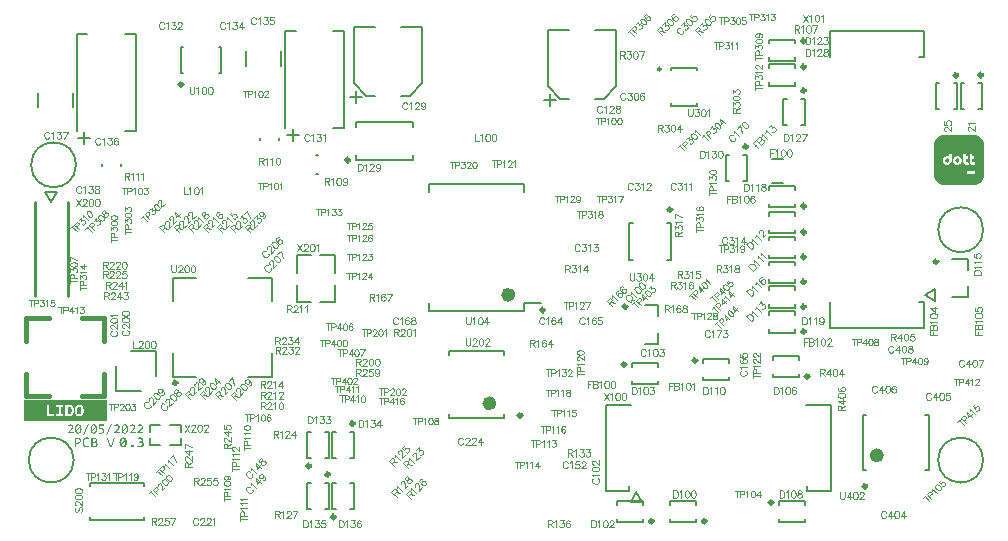
<source format=gbr>
%TF.GenerationSoftware,Altium Limited,Altium Designer,22.6.1 (34)*%
G04 Layer_Color=65535*
%FSLAX45Y45*%
%MOMM*%
%TF.SameCoordinates,07F994AE-BB1C-4BEA-A643-928B9DFDCC76*%
%TF.FilePolarity,Positive*%
%TF.FileFunction,Legend,Top*%
%TF.Part,Single*%
G01*
G75*
%TA.AperFunction,NonConductor*%
%ADD101C,0.30000*%
%ADD102C,0.25000*%
%ADD103C,0.60000*%
%ADD104C,0.20000*%
%ADD106C,0.12000*%
%ADD107C,0.11000*%
%ADD141C,0.40000*%
G36*
X8039219Y3354323D02*
X8052448Y3354219D01*
X8052969Y3354010D01*
X8053906Y3353906D01*
X8054219Y3354010D01*
X8058385Y3353906D01*
X8058594Y3353698D01*
X8059115Y3353489D01*
X8062864Y3353385D01*
X8063177Y3353281D01*
X8063906Y3353177D01*
X8066510Y3353073D01*
X8067031Y3352760D01*
X8067760Y3352552D01*
X8069844Y3352448D01*
X8070156Y3352344D01*
X8071094Y3352239D01*
X8071406Y3352344D01*
X8072552Y3352239D01*
X8073281Y3351927D01*
X8073698Y3351823D01*
X8074531Y3351718D01*
X8075052Y3351510D01*
X8076094Y3351406D01*
X8076823Y3351302D01*
X8077240Y3351198D01*
X8077917Y3351042D01*
X8078437Y3350937D01*
X8079271Y3350729D01*
X8080156Y3350469D01*
X8081406Y3350260D01*
X8082396Y3350104D01*
X8083021Y3349687D01*
X8083906Y3349427D01*
X8085104Y3349167D01*
X8085938Y3348854D01*
X8087135Y3348489D01*
X8087917Y3348333D01*
X8088333Y3348229D01*
X8088490Y3348073D01*
X8088698Y3347969D01*
X8089323Y3347552D01*
X8090312Y3347396D01*
X8090729Y3347292D01*
X8091562Y3346979D01*
X8091719Y3346823D01*
X8091927Y3346718D01*
X8092656Y3346406D01*
X8093750Y3346146D01*
X8094375Y3345729D01*
X8094948Y3345469D01*
X8095365Y3345364D01*
X8095990Y3345260D01*
X8096510Y3344948D01*
X8097135Y3344531D01*
X8098125Y3344167D01*
X8098750Y3343750D01*
X8099219Y3343489D01*
X8100208Y3343125D01*
X8100833Y3342708D01*
X8101406Y3342448D01*
X8102083Y3342187D01*
X8102917Y3341666D01*
X8103802Y3341198D01*
X8104010Y3340990D01*
X8104219Y3340885D01*
X8104427Y3340677D01*
X8104948Y3340469D01*
X8105885Y3339948D01*
X8106198Y3339635D01*
X8107135Y3339219D01*
X8107344Y3339114D01*
X8108385Y3338385D01*
X8109115Y3337969D01*
X8109323Y3337760D01*
X8109531Y3337656D01*
X8109740Y3337448D01*
X8110469Y3337031D01*
X8111094Y3336406D01*
X8112031Y3335885D01*
X8112344Y3335573D01*
X8113281Y3335052D01*
X8113802Y3334531D01*
X8114010Y3334427D01*
X8114219Y3334219D01*
X8114427Y3334114D01*
X8115052Y3333489D01*
X8115781Y3333073D01*
X8116406Y3332448D01*
X8116615Y3332344D01*
X8117344Y3331614D01*
X8118281Y3331094D01*
X8118437Y3330937D01*
X8118542Y3330729D01*
X8119010Y3330260D01*
X8119219Y3330156D01*
X8119479Y3329896D01*
X8119583Y3329687D01*
X8120052Y3329219D01*
X8120260Y3329115D01*
X8120417Y3328958D01*
X8120521Y3328750D01*
X8120990Y3328281D01*
X8121198Y3328177D01*
X8121562Y3327812D01*
X8121667Y3327604D01*
X8122031Y3327239D01*
X8122240Y3327135D01*
X8122500Y3326875D01*
X8122604Y3326666D01*
X8122969Y3326302D01*
X8123177Y3326198D01*
X8123437Y3325937D01*
X8123542Y3325729D01*
X8123906Y3325364D01*
X8124115Y3325260D01*
X8124479Y3324896D01*
X8124583Y3324687D01*
X8125052Y3324219D01*
X8125260Y3324115D01*
X8125417Y3323958D01*
X8125521Y3323750D01*
X8125990Y3323281D01*
X8126198Y3323177D01*
X8126563Y3322812D01*
X8126667Y3322604D01*
X8127031Y3322239D01*
X8127240Y3322135D01*
X8127500Y3321875D01*
X8127917Y3321146D01*
X8127969Y3321094D01*
X8128021Y3321042D01*
X8128125Y3320833D01*
X8128646Y3320312D01*
X8128750Y3320104D01*
X8129479Y3319375D01*
X8129896Y3318646D01*
X8130417Y3318125D01*
X8130521Y3317916D01*
X8131354Y3317083D01*
X8131458Y3316875D01*
X8131979Y3315937D01*
X8132396Y3315521D01*
X8132917Y3314583D01*
X8133281Y3314323D01*
X8133437Y3314167D01*
X8133958Y3313229D01*
X8134271Y3312916D01*
X8134375Y3312708D01*
X8134896Y3311771D01*
X8135104Y3311562D01*
X8135208Y3311354D01*
X8135417Y3311146D01*
X8135677Y3310469D01*
X8136042Y3309896D01*
X8136250Y3309687D01*
X8136354Y3309479D01*
X8137187Y3307916D01*
X8137396Y3307708D01*
X8138021Y3306562D01*
X8138229Y3306354D01*
X8138542Y3305625D01*
X8138802Y3304948D01*
X8139219Y3304323D01*
X8139375Y3304167D01*
X8139479Y3303750D01*
X8139583Y3303437D01*
X8140208Y3302292D01*
X8140625Y3301354D01*
X8141458Y3299583D01*
X8141615Y3298906D01*
X8142239Y3297864D01*
X8142500Y3297292D01*
X8142604Y3296562D01*
X8142865Y3295885D01*
X8143021Y3295729D01*
X8143125Y3295521D01*
X8143333Y3295312D01*
X8143542Y3294479D01*
X8143646Y3293750D01*
X8143906Y3293073D01*
X8144323Y3292448D01*
X8144583Y3291771D01*
X8144844Y3290677D01*
X8145052Y3290156D01*
X8145312Y3289271D01*
X8145625Y3288021D01*
X8145781Y3287344D01*
X8146094Y3286719D01*
X8146458Y3285833D01*
X8146615Y3284531D01*
X8146719Y3284010D01*
X8146823Y3283594D01*
X8147135Y3282760D01*
X8147292Y3282187D01*
X8147656Y3279948D01*
X8147760Y3278906D01*
X8147969Y3278385D01*
X8148125Y3278229D01*
X8148177Y3277656D01*
X8148125Y3276771D01*
X8148438Y3276041D01*
X8148542Y3275625D01*
X8148646Y3273542D01*
X8148854Y3273021D01*
X8148958Y3272396D01*
X8148854Y3272083D01*
X8148958Y3270937D01*
X8149375Y3270312D01*
X8149479Y3269583D01*
X8149583Y3266562D01*
X8149688Y3266250D01*
X8149792Y3265833D01*
X8149740Y3264739D01*
X8149792Y3263958D01*
X8149688Y3263646D01*
X8149792Y3262500D01*
X8150312Y3261354D01*
X8150417Y3255521D01*
X8150521Y3255208D01*
X8150417Y3025000D01*
X8150312Y3024687D01*
X8150208Y3019271D01*
X8149792Y3018333D01*
X8149688Y3017604D01*
X8149792Y3016250D01*
X8149688Y3016146D01*
X8149792Y3015833D01*
X8149688Y3014479D01*
X8149583Y3014166D01*
X8149479Y3013750D01*
X8149375Y3011041D01*
X8148854Y3009896D01*
X8148906Y3008073D01*
X8148646Y3007187D01*
X8148542Y3006458D01*
X8148438Y3004792D01*
X8148125Y3004062D01*
X8148177Y3003073D01*
X8148073Y3002656D01*
X8147813Y3002187D01*
X8147708Y3001771D01*
X8147604Y3000416D01*
X8147500Y3000104D01*
X8147292Y2998646D01*
X8147031Y2997969D01*
X8146771Y2997083D01*
X8146615Y2996406D01*
X8146511Y2995781D01*
X8145990Y2994323D01*
X8145833Y2993750D01*
X8145625Y2992917D01*
X8145469Y2992239D01*
X8145364Y2991823D01*
X8145156Y2991302D01*
X8144688Y2990208D01*
X8144531Y2989427D01*
X8144375Y2988854D01*
X8143854Y2987708D01*
X8143646Y2986979D01*
X8143385Y2985885D01*
X8143229Y2985521D01*
X8143021Y2985312D01*
X8142917Y2985104D01*
X8142708Y2984583D01*
X8142604Y2984166D01*
X8142448Y2983489D01*
X8141927Y2982656D01*
X8141563Y2981771D01*
X8141458Y2981354D01*
X8141198Y2980677D01*
X8140729Y2979896D01*
X8140364Y2978906D01*
X8140000Y2978333D01*
X8139583Y2977396D01*
X8139375Y2976875D01*
X8139271Y2976666D01*
X8139062Y2976458D01*
X8138958Y2976250D01*
X8138542Y2975312D01*
X8138333Y2974791D01*
X8137813Y2974271D01*
X8137708Y2974062D01*
X8137083Y2972916D01*
X8136146Y2971146D01*
X8135729Y2970729D01*
X8135104Y2969583D01*
X8134688Y2969167D01*
X8134531Y2968594D01*
X8134010Y2967760D01*
X8133542Y2967291D01*
X8133437Y2967083D01*
X8132969Y2966510D01*
X8132187Y2965208D01*
X8131875Y2964896D01*
X8131771Y2964687D01*
X8131458Y2964375D01*
X8131354Y2964167D01*
X8130938Y2963750D01*
X8130833Y2963541D01*
X8130156Y2962552D01*
X8129688Y2962083D01*
X8129271Y2961354D01*
X8127813Y2959896D01*
X8127187Y2958750D01*
X8126563Y2958229D01*
X8126458Y2958020D01*
X8126094Y2957656D01*
X8125885Y2957552D01*
X8125417Y2957083D01*
X8125312Y2956875D01*
X8125156Y2956718D01*
X8124948Y2956614D01*
X8124479Y2956146D01*
X8124375Y2955937D01*
X8124010Y2955573D01*
X8123802Y2955469D01*
X8123437Y2955104D01*
X8123333Y2954896D01*
X8123073Y2954635D01*
X8122865Y2954531D01*
X8122500Y2954167D01*
X8122396Y2953958D01*
X8122135Y2953698D01*
X8121927Y2953594D01*
X8121562Y2953229D01*
X8121458Y2953021D01*
X8121094Y2952656D01*
X8120885Y2952552D01*
X8120417Y2952083D01*
X8120312Y2951875D01*
X8120156Y2951719D01*
X8119948Y2951614D01*
X8119479Y2951146D01*
X8119375Y2950937D01*
X8119115Y2950677D01*
X8118906Y2950573D01*
X8118437Y2950104D01*
X8118333Y2949896D01*
X8118177Y2949739D01*
X8117031Y2949114D01*
X8115677Y2947760D01*
X8115469Y2947656D01*
X8114740Y2947135D01*
X8114323Y2946719D01*
X8114115Y2946614D01*
X8113385Y2946198D01*
X8113177Y2945989D01*
X8112969Y2945885D01*
X8112552Y2945469D01*
X8112344Y2945364D01*
X8111927Y2944948D01*
X8111719Y2944843D01*
X8110781Y2944323D01*
X8110573Y2944114D01*
X8110365Y2944010D01*
X8110156Y2943802D01*
X8109948Y2943698D01*
X8109740Y2943489D01*
X8109531Y2943385D01*
X8108906Y2942760D01*
X8107917Y2942396D01*
X8107761Y2942239D01*
X8107552Y2942135D01*
X8107135Y2941719D01*
X8105990Y2941093D01*
X8105677Y2940781D01*
X8104948Y2940469D01*
X8104010Y2939948D01*
X8102865Y2939323D01*
X8102656Y2939114D01*
X8102448Y2939010D01*
X8102240Y2938802D01*
X8101719Y2938594D01*
X8101042Y2938333D01*
X8100417Y2937916D01*
X8099844Y2937656D01*
X8099167Y2937396D01*
X8098333Y2936875D01*
X8097760Y2936614D01*
X8097240Y2936406D01*
X8096562Y2936146D01*
X8096094Y2935885D01*
X8095573Y2935677D01*
X8095156Y2935573D01*
X8094219Y2935052D01*
X8093281Y2934635D01*
X8092500Y2934479D01*
X8091875Y2934166D01*
X8091094Y2933698D01*
X8089792Y2933437D01*
X8089375Y2933333D01*
X8088333Y2932916D01*
X8087656Y2932656D01*
X8086979Y2932500D01*
X8086562Y2932396D01*
X8085260Y2931823D01*
X8084427Y2931614D01*
X8082812Y2931250D01*
X8082240Y2930989D01*
X8081198Y2930677D01*
X8080781Y2930573D01*
X8079896Y2930417D01*
X8079011Y2930156D01*
X8078177Y2929948D01*
X8077500Y2929791D01*
X8076458Y2929583D01*
X8075417Y2929479D01*
X8074896Y2929375D01*
X8074011Y2929114D01*
X8072760Y2929010D01*
X8072031Y2928698D01*
X8070365Y2928594D01*
X8069531Y2928489D01*
X8069219Y2928385D01*
X8068490Y2928281D01*
X8068177Y2928385D01*
X8066823Y2928281D01*
X8066198Y2927864D01*
X8065156Y2927760D01*
X8062969Y2927656D01*
X8062656Y2927552D01*
X8061927Y2927448D01*
X8058490Y2927344D01*
X8057760Y2927031D01*
X8056719Y2926927D01*
X8052031Y2926823D01*
X8051719Y2926719D01*
X8051302Y2926614D01*
X7821406Y2926719D01*
X7820885Y2926927D01*
X7815469Y2927031D01*
X7814740Y2927344D01*
X7814323Y2927448D01*
X7810469Y2927552D01*
X7810156Y2927656D01*
X7809427Y2927760D01*
X7807135Y2927864D01*
X7806510Y2928281D01*
X7805781Y2928385D01*
X7804375Y2928333D01*
X7803854Y2928437D01*
X7803438Y2928542D01*
X7801198Y2928698D01*
X7800260Y2929114D01*
X7798802Y2929218D01*
X7798281Y2929427D01*
X7797239Y2929531D01*
X7796354Y2929687D01*
X7795833Y2929791D01*
X7795417Y2929896D01*
X7794896Y2930000D01*
X7794062Y2930208D01*
X7793177Y2930469D01*
X7792448Y2930573D01*
X7792031Y2930677D01*
X7790729Y2931146D01*
X7790052Y2931406D01*
X7789167Y2931562D01*
X7788646Y2931666D01*
X7788229Y2931771D01*
X7787396Y2932083D01*
X7786510Y2932448D01*
X7785677Y2932656D01*
X7785000Y2932916D01*
X7784114Y2933281D01*
X7783281Y2933489D01*
X7782604Y2933646D01*
X7782187Y2933750D01*
X7781354Y2934271D01*
X7780833Y2934479D01*
X7780417Y2934583D01*
X7779896Y2934687D01*
X7779375Y2934896D01*
X7779010Y2935156D01*
X7778073Y2935573D01*
X7777396Y2935833D01*
X7777031Y2935989D01*
X7776094Y2936406D01*
X7775573Y2936614D01*
X7774635Y2937135D01*
X7773490Y2937656D01*
X7772552Y2938177D01*
X7771615Y2938594D01*
X7770885Y2939010D01*
X7770677Y2939219D01*
X7770469Y2939323D01*
X7769323Y2939948D01*
X7769115Y2940156D01*
X7768385Y2940469D01*
X7767448Y2940989D01*
X7767135Y2941302D01*
X7765990Y2941927D01*
X7765677Y2942239D01*
X7765469Y2942344D01*
X7764740Y2942656D01*
X7764219Y2942968D01*
X7764010Y2943177D01*
X7763802Y2943281D01*
X7763594Y2943489D01*
X7762865Y2943906D01*
X7762344Y2944427D01*
X7762135Y2944531D01*
X7761146Y2945208D01*
X7760885Y2945469D01*
X7760677Y2945573D01*
X7760260Y2945989D01*
X7760052Y2946093D01*
X7759844Y2946302D01*
X7758906Y2946823D01*
X7758646Y2947083D01*
X7758594Y2947239D01*
X7758385Y2947344D01*
X7757396Y2948021D01*
X7756094Y2949323D01*
X7755000Y2949896D01*
X7754896Y2950104D01*
X7754323Y2950677D01*
X7754115Y2950781D01*
X7753854Y2951041D01*
X7753750Y2951250D01*
X7753281Y2951719D01*
X7753073Y2951823D01*
X7752917Y2951979D01*
X7752813Y2952187D01*
X7752344Y2952656D01*
X7752135Y2952760D01*
X7751771Y2953125D01*
X7751667Y2953333D01*
X7751302Y2953698D01*
X7751094Y2953802D01*
X7750833Y2954062D01*
X7750729Y2954271D01*
X7750364Y2954635D01*
X7750156Y2954739D01*
X7749896Y2955000D01*
X7749792Y2955208D01*
X7749427Y2955573D01*
X7749219Y2955677D01*
X7748854Y2956041D01*
X7748750Y2956250D01*
X7748281Y2956718D01*
X7748073Y2956823D01*
X7747917Y2956979D01*
X7747813Y2957187D01*
X7747344Y2957656D01*
X7747135Y2957760D01*
X7746771Y2958125D01*
X7746666Y2958333D01*
X7746302Y2958698D01*
X7746094Y2958802D01*
X7745938Y2958958D01*
X7745312Y2960104D01*
X7743854Y2961562D01*
X7743437Y2962292D01*
X7742917Y2962812D01*
X7742813Y2963021D01*
X7742135Y2964010D01*
X7741875Y2964271D01*
X7741771Y2964479D01*
X7741562Y2964687D01*
X7741458Y2964896D01*
X7740938Y2965416D01*
X7740417Y2966354D01*
X7740052Y2966614D01*
X7739896Y2966771D01*
X7739375Y2967708D01*
X7739062Y2968021D01*
X7738750Y2968750D01*
X7738542Y2969271D01*
X7738125Y2969687D01*
X7738021Y2969896D01*
X7737500Y2970833D01*
X7737083Y2971250D01*
X7736979Y2971458D01*
X7736146Y2973021D01*
X7735417Y2974375D01*
X7735000Y2974791D01*
X7734791Y2975312D01*
X7734479Y2976146D01*
X7734271Y2976354D01*
X7734167Y2976562D01*
X7733958Y2976771D01*
X7733854Y2977187D01*
X7733750Y2977500D01*
X7733229Y2978437D01*
X7732708Y2979583D01*
X7731875Y2981354D01*
X7731719Y2982031D01*
X7731510Y2982552D01*
X7731250Y2982812D01*
X7731146Y2983021D01*
X7730833Y2983750D01*
X7730573Y2984844D01*
X7730156Y2985469D01*
X7730000Y2985625D01*
X7729844Y2986198D01*
X7729739Y2986718D01*
X7729635Y2987344D01*
X7729427Y2987864D01*
X7729010Y2988489D01*
X7728750Y2989166D01*
X7728489Y2990260D01*
X7728281Y2990781D01*
X7728021Y2991666D01*
X7727708Y2992917D01*
X7727552Y2993593D01*
X7727344Y2994114D01*
X7727187Y2994271D01*
X7727083Y2994479D01*
X7726875Y2995000D01*
X7726719Y2996510D01*
X7726510Y2997344D01*
X7726198Y2998177D01*
X7726042Y2998750D01*
X7725781Y3000364D01*
X7725625Y3001771D01*
X7725469Y3002343D01*
X7725208Y3002812D01*
X7725156Y3003281D01*
X7725208Y3004166D01*
X7724896Y3004896D01*
X7724792Y3005312D01*
X7724687Y3007396D01*
X7724479Y3007917D01*
X7724375Y3008541D01*
X7724479Y3008854D01*
X7724375Y3010000D01*
X7723958Y3010625D01*
X7723854Y3011354D01*
X7723750Y3014375D01*
X7723646Y3014687D01*
X7723542Y3015416D01*
X7723646Y3017083D01*
X7723542Y3018125D01*
X7723125Y3018750D01*
X7723021Y3019166D01*
X7722917Y3025416D01*
X7722812Y3025729D01*
X7722708Y3043333D01*
X7722812Y3255416D01*
X7722917Y3255729D01*
X7723021Y3256458D01*
X7723125Y3262187D01*
X7723542Y3262812D01*
X7723646Y3263542D01*
X7723594Y3265989D01*
X7723698Y3266510D01*
X7723802Y3266927D01*
X7723906Y3270052D01*
X7724115Y3270573D01*
X7724271Y3270729D01*
X7724479Y3271458D01*
X7724427Y3272760D01*
X7724531Y3273281D01*
X7724687Y3273750D01*
X7724792Y3274166D01*
X7724896Y3276458D01*
X7725104Y3276979D01*
X7725208Y3278125D01*
X7725625Y3279062D01*
X7725729Y3280417D01*
X7725833Y3280729D01*
X7726094Y3282448D01*
X7726302Y3282969D01*
X7726562Y3283854D01*
X7726771Y3284687D01*
X7726927Y3286094D01*
X7727083Y3286458D01*
X7727500Y3287083D01*
X7727656Y3287760D01*
X7727760Y3288281D01*
X7728073Y3289531D01*
X7728385Y3290365D01*
X7728542Y3290833D01*
X7728646Y3291250D01*
X7728802Y3291927D01*
X7729010Y3292448D01*
X7729167Y3292604D01*
X7729271Y3292812D01*
X7729687Y3293750D01*
X7729844Y3294635D01*
X7729948Y3295052D01*
X7730104Y3295417D01*
X7730312Y3295625D01*
X7730417Y3295833D01*
X7730729Y3296562D01*
X7730885Y3297448D01*
X7731406Y3298281D01*
X7731562Y3298437D01*
X7731771Y3299166D01*
X7731875Y3299583D01*
X7732135Y3300260D01*
X7732604Y3301041D01*
X7732969Y3302031D01*
X7733385Y3302656D01*
X7733750Y3303542D01*
X7733958Y3304062D01*
X7734063Y3304271D01*
X7734271Y3304479D01*
X7734375Y3304687D01*
X7734791Y3305625D01*
X7735312Y3306562D01*
X7735833Y3307396D01*
X7736146Y3307916D01*
X7736562Y3308542D01*
X7736823Y3309219D01*
X7737240Y3309844D01*
X7737500Y3310104D01*
X7737813Y3310833D01*
X7738125Y3311354D01*
X7738594Y3311927D01*
X7738958Y3312708D01*
X7739427Y3313281D01*
X7739583Y3313437D01*
X7740104Y3314375D01*
X7740260Y3314531D01*
X7740469Y3314635D01*
X7740625Y3314791D01*
X7741146Y3315729D01*
X7741458Y3316041D01*
X7741562Y3316250D01*
X7742083Y3317187D01*
X7742917Y3318021D01*
X7743021Y3318229D01*
X7743646Y3318854D01*
X7744062Y3319583D01*
X7744792Y3320312D01*
X7744896Y3320521D01*
X7745312Y3320937D01*
X7745417Y3321146D01*
X7745833Y3321771D01*
X7745938Y3321979D01*
X7746198Y3322239D01*
X7746406Y3322344D01*
X7746771Y3322708D01*
X7746875Y3322916D01*
X7747240Y3323281D01*
X7747448Y3323385D01*
X7747917Y3323854D01*
X7748021Y3324062D01*
X7748177Y3324219D01*
X7748385Y3324323D01*
X7748854Y3324791D01*
X7748958Y3325000D01*
X7749323Y3325364D01*
X7749531Y3325469D01*
X7749688Y3325625D01*
X7750104Y3326354D01*
X7750781Y3327031D01*
X7751510Y3327448D01*
X7751771Y3327708D01*
X7751875Y3327916D01*
X7752240Y3328281D01*
X7752448Y3328385D01*
X7752917Y3328854D01*
X7753021Y3329062D01*
X7753177Y3329219D01*
X7753385Y3329323D01*
X7753854Y3329791D01*
X7753958Y3330000D01*
X7754219Y3330260D01*
X7754427Y3330364D01*
X7754896Y3330833D01*
X7755000Y3331042D01*
X7755156Y3331198D01*
X7755364Y3331302D01*
X7756094Y3331719D01*
X7756719Y3332344D01*
X7756927Y3332448D01*
X7757656Y3333177D01*
X7757865Y3333281D01*
X7758646Y3333750D01*
X7758750Y3333958D01*
X7759010Y3334219D01*
X7759219Y3334323D01*
X7759427Y3334531D01*
X7759635Y3334635D01*
X7760260Y3335260D01*
X7761198Y3335781D01*
X7761406Y3335990D01*
X7761615Y3336094D01*
X7762344Y3336510D01*
X7763073Y3337239D01*
X7763802Y3337656D01*
X7764375Y3338125D01*
X7765260Y3338594D01*
X7766198Y3339219D01*
X7767344Y3339843D01*
X7767656Y3340156D01*
X7768385Y3340469D01*
X7769115Y3340885D01*
X7769844Y3341406D01*
X7770781Y3341927D01*
X7771927Y3342448D01*
X7772865Y3342969D01*
X7773802Y3343385D01*
X7774323Y3343594D01*
X7775052Y3344114D01*
X7775573Y3344323D01*
X7776250Y3344583D01*
X7776875Y3345000D01*
X7777031Y3345156D01*
X7777708Y3345312D01*
X7778229Y3345416D01*
X7778750Y3345625D01*
X7779375Y3346042D01*
X7780052Y3346302D01*
X7780833Y3346458D01*
X7781458Y3346771D01*
X7782135Y3347135D01*
X7782865Y3347344D01*
X7783281Y3347448D01*
X7784062Y3347604D01*
X7784688Y3348021D01*
X7785156Y3348281D01*
X7785833Y3348437D01*
X7786458Y3348541D01*
X7787604Y3348958D01*
X7788490Y3349219D01*
X7788906Y3349323D01*
X7790000Y3349583D01*
X7790365Y3349739D01*
X7790989Y3350156D01*
X7792917Y3350416D01*
X7793438Y3350521D01*
X7794323Y3350781D01*
X7795156Y3350989D01*
X7795833Y3351146D01*
X7796354Y3351250D01*
X7796979Y3351354D01*
X7797917Y3351458D01*
X7798438Y3351562D01*
X7799323Y3351823D01*
X7800260Y3351927D01*
X7800989Y3352239D01*
X7801406Y3352344D01*
X7802708Y3352291D01*
X7803854Y3352500D01*
X7805833Y3352604D01*
X7806510Y3352865D01*
X7807240Y3353177D01*
X7810365Y3353281D01*
X7810677Y3353385D01*
X7811406Y3353489D01*
X7814531Y3353593D01*
X7815052Y3353906D01*
X7815469Y3354010D01*
X7820000Y3353958D01*
X7820521Y3354062D01*
X7821094Y3354219D01*
X7821823Y3354323D01*
X7991302Y3354427D01*
X8039219Y3354323D01*
D02*
G37*
G36*
X863259Y792021D02*
X864923Y791883D01*
X866865Y791605D01*
X868945Y791050D01*
X871025Y790496D01*
X873244Y789664D01*
X873522Y789525D01*
X874215Y789248D01*
X875325Y788693D01*
X876573Y787861D01*
X878098Y786751D01*
X879763Y785503D01*
X881427Y783978D01*
X882952Y782175D01*
X883091Y781897D01*
X883646Y781343D01*
X884339Y780233D01*
X885310Y778708D01*
X886419Y776905D01*
X887529Y774686D01*
X888500Y772051D01*
X889470Y769277D01*
Y769138D01*
X889609Y768861D01*
X889748Y768445D01*
X889886Y767890D01*
X890025Y767058D01*
X890164Y766226D01*
X890441Y765117D01*
X890719Y764007D01*
X891135Y761233D01*
X891412Y757905D01*
X891689Y754299D01*
X891828Y750277D01*
Y750139D01*
Y749861D01*
Y749307D01*
Y748613D01*
Y747781D01*
X891689Y746672D01*
X891551Y744314D01*
X891273Y741540D01*
X890857Y738489D01*
X890303Y735438D01*
X889609Y732387D01*
Y732248D01*
X889470Y732110D01*
X889332Y731694D01*
X889193Y731139D01*
X888638Y729613D01*
X887945Y727811D01*
X887113Y725592D01*
X885865Y723373D01*
X884616Y721154D01*
X883091Y718935D01*
X882952Y718657D01*
X882398Y718103D01*
X881427Y717132D01*
X880317Y715884D01*
X878792Y714497D01*
X876989Y713110D01*
X875047Y711862D01*
X872828Y710614D01*
X872551Y710475D01*
X871719Y710198D01*
X870471Y709782D01*
X868945Y709227D01*
X866865Y708672D01*
X864507Y708256D01*
X861872Y707979D01*
X859099Y707840D01*
X857989D01*
X856602Y707979D01*
X854938Y708117D01*
X853135Y708395D01*
X850916Y708811D01*
X848836Y709366D01*
X846617Y710198D01*
X846340Y710336D01*
X845646Y710614D01*
X844537Y711169D01*
X843289Y712001D01*
X841763Y712971D01*
X840099Y714358D01*
X838435Y715745D01*
X836770Y717548D01*
X836632Y717825D01*
X836077Y718519D01*
X835384Y719628D01*
X834413Y721154D01*
X833442Y722957D01*
X832333Y725176D01*
X831362Y727811D01*
X830391Y730584D01*
Y730723D01*
X830252Y731000D01*
Y731416D01*
X830114Y731971D01*
X829836Y732803D01*
X829698Y733635D01*
X829559Y734745D01*
X829282Y735993D01*
X828866Y738767D01*
X828588Y741956D01*
X828311Y745562D01*
X828172Y749584D01*
Y749723D01*
Y750000D01*
Y750555D01*
Y751248D01*
Y752080D01*
X828311Y753190D01*
X828449Y755547D01*
X828727Y758321D01*
X829004Y761372D01*
X829559Y764423D01*
X830252Y767474D01*
Y767613D01*
X830391Y767890D01*
X830530Y768306D01*
X830668Y768861D01*
X831223Y770248D01*
X831917Y772051D01*
X832749Y774270D01*
X833858Y776489D01*
X835106Y778708D01*
X836632Y780788D01*
X836770Y781065D01*
X837464Y781759D01*
X838296Y782729D01*
X839544Y783978D01*
X841070Y785364D01*
X842873Y786751D01*
X844814Y787999D01*
X847033Y789248D01*
X847172D01*
X847310Y789386D01*
X848143Y789664D01*
X849391Y790218D01*
X851055Y790773D01*
X853135Y791189D01*
X855493Y791744D01*
X858128Y792021D01*
X860902Y792160D01*
X862011D01*
X863259Y792021D01*
D02*
G37*
G36*
X696204Y892450D02*
X664726D01*
Y871076D01*
X673276D01*
X674700Y870946D01*
X676384Y870817D01*
X678068Y870687D01*
X681955Y870039D01*
X682214D01*
X682861Y869780D01*
X683898Y869521D01*
X685064Y869262D01*
X686618Y868744D01*
X688173Y868096D01*
X689727Y867449D01*
X691282Y866542D01*
X691411Y866412D01*
X691929Y866153D01*
X692707Y865506D01*
X693613Y864858D01*
X694650Y863821D01*
X695686Y862785D01*
X696722Y861360D01*
X697759Y859935D01*
X697888Y859806D01*
X698147Y859158D01*
X698536Y858251D01*
X699054Y857085D01*
X699572Y855531D01*
X699961Y853717D01*
X700220Y851774D01*
X700349Y849443D01*
Y849183D01*
Y848536D01*
X700220Y847370D01*
X700090Y846075D01*
X699702Y844390D01*
X699313Y842706D01*
X698665Y840893D01*
X697888Y839079D01*
X697759Y838820D01*
X697499Y838302D01*
X696852Y837395D01*
X696075Y836359D01*
X695168Y835064D01*
X694002Y833768D01*
X692577Y832343D01*
X691022Y831048D01*
X690893Y830918D01*
X690245Y830530D01*
X689338Y829882D01*
X688173Y829105D01*
X686618Y828328D01*
X684934Y827421D01*
X682991Y826644D01*
X680918Y825866D01*
X680659Y825737D01*
X679882Y825607D01*
X678716Y825348D01*
X677162Y824959D01*
X675348Y824571D01*
X673146Y824312D01*
X670814Y824182D01*
X668353Y824053D01*
X666151D01*
X664726Y824182D01*
X663949D01*
X663560Y824312D01*
X662265D01*
X660840Y824441D01*
X660192D01*
X659674Y824571D01*
X658378Y824700D01*
X657083Y824830D01*
X656824D01*
X656047Y824959D01*
X655010D01*
X653845Y825089D01*
Y834286D01*
X653974D01*
X654363Y834157D01*
X655010Y834027D01*
X655917Y833898D01*
X656953Y833639D01*
X658119Y833509D01*
X659544Y833250D01*
X660969Y833121D01*
X661746D01*
X662524Y832991D01*
X664855D01*
X666280Y832861D01*
X670944D01*
X672110Y832991D01*
X673276Y833121D01*
X674700Y833250D01*
X677550Y833898D01*
X677680D01*
X678198Y834157D01*
X678846Y834416D01*
X679753Y834805D01*
X681825Y835711D01*
X683898Y837136D01*
X684027Y837266D01*
X684286Y837525D01*
X684805Y837913D01*
X685452Y838561D01*
X686100Y839209D01*
X686748Y840116D01*
X688043Y842059D01*
X688173Y842188D01*
X688302Y842577D01*
X688561Y843225D01*
X688820Y844002D01*
X689079Y845038D01*
X689209Y846204D01*
X689468Y847370D01*
Y848795D01*
Y848924D01*
Y849054D01*
Y849443D01*
X689338Y849961D01*
X689209Y851127D01*
X688820Y852681D01*
X688173Y854365D01*
X687266Y856049D01*
X685970Y857604D01*
X684286Y859029D01*
X684027Y859158D01*
X683380Y859547D01*
X682214Y860065D01*
X680530Y860713D01*
X678457Y861360D01*
X675866Y861878D01*
X672887Y862267D01*
X669519Y862397D01*
X655140D01*
Y901259D01*
X696204D01*
Y892450D01*
D02*
G37*
G36*
X1005416Y902295D02*
X1006711D01*
X1008136Y902036D01*
X1009691Y901777D01*
X1011375Y901388D01*
X1012929Y900870D01*
X1013059Y900740D01*
X1013577Y900611D01*
X1014354Y900222D01*
X1015391Y899704D01*
X1016557Y899056D01*
X1017722Y898409D01*
X1020054Y896466D01*
X1020184Y896336D01*
X1020572Y895947D01*
X1021090Y895300D01*
X1021868Y894522D01*
X1022645Y893486D01*
X1023422Y892320D01*
X1024199Y891025D01*
X1024847Y889470D01*
X1024977Y889341D01*
X1025106Y888693D01*
X1025365Y887916D01*
X1025754Y886750D01*
X1026013Y885325D01*
X1026272Y883771D01*
X1026402Y882087D01*
X1026531Y880144D01*
Y880014D01*
Y879366D01*
Y878589D01*
X1026402Y877423D01*
X1026272Y876257D01*
X1026013Y874832D01*
X1025365Y871983D01*
Y871853D01*
X1025106Y871335D01*
X1024847Y870558D01*
X1024458Y869651D01*
X1023940Y868485D01*
X1023293Y867190D01*
X1021738Y864469D01*
X1021609Y864340D01*
X1021349Y863821D01*
X1020831Y863174D01*
X1020184Y862137D01*
X1019277Y860972D01*
X1018241Y859676D01*
X1017075Y858251D01*
X1015779Y856826D01*
X1015650Y856697D01*
X1015132Y856179D01*
X1014354Y855401D01*
X1013448Y854365D01*
X1012152Y853070D01*
X1010727Y851645D01*
X1009173Y849961D01*
X1007359Y848277D01*
X993628Y834805D01*
X1030676D01*
Y825089D01*
X980415D01*
Y834157D01*
X999975Y853717D01*
X1000234Y853976D01*
X1000753Y854495D01*
X1001659Y855401D01*
X1002825Y856567D01*
X1004121Y857863D01*
X1005416Y859288D01*
X1006711Y860713D01*
X1007877Y862008D01*
X1008007Y862137D01*
X1008395Y862656D01*
X1008914Y863303D01*
X1009561Y864081D01*
X1010339Y865117D01*
X1011116Y866153D01*
X1012541Y868355D01*
X1012670Y868485D01*
X1012800Y868874D01*
X1013188Y869392D01*
X1013577Y870169D01*
X1014354Y871853D01*
X1014872Y873796D01*
Y873926D01*
X1015002Y874314D01*
X1015132Y874832D01*
X1015261Y875480D01*
Y876257D01*
X1015391Y877294D01*
X1015520Y879366D01*
Y879496D01*
Y879884D01*
Y880403D01*
X1015391Y881050D01*
X1015261Y882864D01*
X1014743Y884677D01*
Y884807D01*
X1014613Y885066D01*
X1014484Y885584D01*
X1014225Y886232D01*
X1013448Y887657D01*
X1012411Y889211D01*
X1012282Y889341D01*
X1012152Y889600D01*
X1011764Y889859D01*
X1011375Y890377D01*
X1009950Y891284D01*
X1008266Y892320D01*
X1008136D01*
X1007877Y892450D01*
X1007359Y892709D01*
X1006582Y892968D01*
X1005675Y893098D01*
X1004768Y893357D01*
X1003603Y893486D01*
X1001530D01*
X1000623Y893357D01*
X999457Y893227D01*
X998032Y892968D01*
X996607Y892579D01*
X995053Y892061D01*
X993498Y891284D01*
X993369Y891154D01*
X992851Y890895D01*
X992073Y890377D01*
X991037Y889729D01*
X990001Y888952D01*
X988705Y888045D01*
X987540Y886880D01*
X986244Y885714D01*
X980674Y892320D01*
X980933Y892579D01*
X981451Y893098D01*
X982358Y893875D01*
X983524Y894911D01*
X984949Y896077D01*
X986633Y897243D01*
X988446Y898538D01*
X990519Y899575D01*
X990649D01*
X990778Y899704D01*
X991555Y899963D01*
X992721Y900481D01*
X994276Y900999D01*
X996219Y901518D01*
X998421Y902036D01*
X1000882Y902295D01*
X1003603Y902424D01*
X1004509D01*
X1005416Y902295D01*
D02*
G37*
G36*
X939739D02*
X941035D01*
X942460Y902036D01*
X944014Y901777D01*
X945698Y901388D01*
X947253Y900870D01*
X947382Y900740D01*
X947900Y900611D01*
X948678Y900222D01*
X949714Y899704D01*
X950880Y899056D01*
X952046Y898409D01*
X954377Y896466D01*
X954507Y896336D01*
X954895Y895947D01*
X955414Y895300D01*
X956191Y894522D01*
X956968Y893486D01*
X957745Y892320D01*
X958523Y891025D01*
X959170Y889470D01*
X959300Y889341D01*
X959429Y888693D01*
X959688Y887916D01*
X960077Y886750D01*
X960336Y885325D01*
X960595Y883771D01*
X960725Y882087D01*
X960854Y880144D01*
Y880014D01*
Y879366D01*
Y878589D01*
X960725Y877423D01*
X960595Y876257D01*
X960336Y874832D01*
X959688Y871983D01*
Y871853D01*
X959429Y871335D01*
X959170Y870558D01*
X958782Y869651D01*
X958264Y868485D01*
X957616Y867190D01*
X956061Y864469D01*
X955932Y864340D01*
X955673Y863821D01*
X955155Y863174D01*
X954507Y862137D01*
X953600Y860972D01*
X952564Y859676D01*
X951398Y858251D01*
X950102Y856826D01*
X949973Y856697D01*
X949455Y856179D01*
X948678Y855401D01*
X947771Y854365D01*
X946475Y853070D01*
X945050Y851645D01*
X943496Y849961D01*
X941682Y848277D01*
X927951Y834805D01*
X965000D01*
Y825089D01*
X914738D01*
Y834157D01*
X934299Y853717D01*
X934558Y853976D01*
X935076Y854495D01*
X935983Y855401D01*
X937148Y856567D01*
X938444Y857863D01*
X939739Y859288D01*
X941035Y860713D01*
X942201Y862008D01*
X942330Y862137D01*
X942719Y862656D01*
X943237Y863303D01*
X943885Y864081D01*
X944662Y865117D01*
X945439Y866153D01*
X946864Y868355D01*
X946994Y868485D01*
X947123Y868874D01*
X947512Y869392D01*
X947900Y870169D01*
X948678Y871853D01*
X949196Y873796D01*
Y873926D01*
X949325Y874314D01*
X949455Y874832D01*
X949584Y875480D01*
Y876257D01*
X949714Y877294D01*
X949843Y879366D01*
Y879496D01*
Y879884D01*
Y880403D01*
X949714Y881050D01*
X949584Y882864D01*
X949066Y884677D01*
Y884807D01*
X948937Y885066D01*
X948807Y885584D01*
X948548Y886232D01*
X947771Y887657D01*
X946734Y889211D01*
X946605Y889341D01*
X946475Y889600D01*
X946087Y889859D01*
X945698Y890377D01*
X944273Y891284D01*
X942589Y892320D01*
X942460D01*
X942201Y892450D01*
X941682Y892709D01*
X940905Y892968D01*
X939998Y893098D01*
X939092Y893357D01*
X937926Y893486D01*
X935853D01*
X934946Y893357D01*
X933780Y893227D01*
X932356Y892968D01*
X930931Y892579D01*
X929376Y892061D01*
X927822Y891284D01*
X927692Y891154D01*
X927174Y890895D01*
X926397Y890377D01*
X925360Y889729D01*
X924324Y888952D01*
X923029Y888045D01*
X921863Y886880D01*
X920567Y885714D01*
X914997Y892320D01*
X915256Y892579D01*
X915774Y893098D01*
X916681Y893875D01*
X917847Y894911D01*
X919272Y896077D01*
X920956Y897243D01*
X922770Y898538D01*
X924842Y899575D01*
X924972D01*
X925101Y899704D01*
X925879Y899963D01*
X927044Y900481D01*
X928599Y900999D01*
X930542Y901518D01*
X932744Y902036D01*
X935205Y902295D01*
X937926Y902424D01*
X938833D01*
X939739Y902295D01*
D02*
G37*
G36*
X808386D02*
X809681D01*
X811106Y902036D01*
X812661Y901777D01*
X814345Y901388D01*
X815899Y900870D01*
X816029Y900740D01*
X816547Y900611D01*
X817324Y900222D01*
X818360Y899704D01*
X819526Y899056D01*
X820692Y898409D01*
X823024Y896466D01*
X823153Y896336D01*
X823542Y895947D01*
X824060Y895300D01*
X824837Y894522D01*
X825615Y893486D01*
X826392Y892320D01*
X827169Y891025D01*
X827817Y889470D01*
X827946Y889341D01*
X828076Y888693D01*
X828335Y887916D01*
X828724Y886750D01*
X828983Y885325D01*
X829242Y883771D01*
X829371Y882087D01*
X829501Y880144D01*
Y880014D01*
Y879366D01*
Y878589D01*
X829371Y877423D01*
X829242Y876257D01*
X828983Y874832D01*
X828335Y871983D01*
Y871853D01*
X828076Y871335D01*
X827817Y870558D01*
X827428Y869651D01*
X826910Y868485D01*
X826262Y867190D01*
X824708Y864469D01*
X824578Y864340D01*
X824319Y863821D01*
X823801Y863174D01*
X823153Y862137D01*
X822247Y860972D01*
X821210Y859676D01*
X820044Y858251D01*
X818749Y856826D01*
X818619Y856697D01*
X818101Y856179D01*
X817324Y855401D01*
X816417Y854365D01*
X815122Y853070D01*
X813697Y851645D01*
X812142Y849961D01*
X810329Y848277D01*
X796598Y834805D01*
X833646D01*
Y825089D01*
X783385D01*
Y834157D01*
X802945Y853717D01*
X803204Y853976D01*
X803722Y854495D01*
X804629Y855401D01*
X805795Y856567D01*
X807090Y857863D01*
X808386Y859288D01*
X809681Y860713D01*
X810847Y862008D01*
X810977Y862137D01*
X811365Y862656D01*
X811883Y863303D01*
X812531Y864081D01*
X813308Y865117D01*
X814085Y866153D01*
X815510Y868355D01*
X815640Y868485D01*
X815770Y868874D01*
X816158Y869392D01*
X816547Y870169D01*
X817324Y871853D01*
X817842Y873796D01*
Y873926D01*
X817972Y874314D01*
X818101Y874832D01*
X818231Y875480D01*
Y876257D01*
X818360Y877294D01*
X818490Y879366D01*
Y879496D01*
Y879884D01*
Y880403D01*
X818360Y881050D01*
X818231Y882864D01*
X817713Y884677D01*
Y884807D01*
X817583Y885066D01*
X817454Y885584D01*
X817194Y886232D01*
X816417Y887657D01*
X815381Y889211D01*
X815251Y889341D01*
X815122Y889600D01*
X814733Y889859D01*
X814345Y890377D01*
X812920Y891284D01*
X811236Y892320D01*
X811106D01*
X810847Y892450D01*
X810329Y892709D01*
X809552Y892968D01*
X808645Y893098D01*
X807738Y893357D01*
X806572Y893486D01*
X804500D01*
X803593Y893357D01*
X802427Y893227D01*
X801002Y892968D01*
X799577Y892579D01*
X798023Y892061D01*
X796468Y891284D01*
X796339Y891154D01*
X795820Y890895D01*
X795043Y890377D01*
X794007Y889729D01*
X792970Y888952D01*
X791675Y888045D01*
X790509Y886880D01*
X789214Y885714D01*
X783644Y892320D01*
X783903Y892579D01*
X784421Y893098D01*
X785328Y893875D01*
X786493Y894911D01*
X787918Y896077D01*
X789602Y897243D01*
X791416Y898538D01*
X793489Y899575D01*
X793618D01*
X793748Y899704D01*
X794525Y899963D01*
X795691Y900481D01*
X797245Y900999D01*
X799188Y901518D01*
X801391Y902036D01*
X803852Y902295D01*
X806572Y902424D01*
X807479D01*
X808386Y902295D01*
D02*
G37*
G36*
X414325D02*
X415620D01*
X417045Y902036D01*
X418600Y901777D01*
X420284Y901388D01*
X421838Y900870D01*
X421968Y900740D01*
X422486Y900611D01*
X423263Y900222D01*
X424300Y899704D01*
X425465Y899056D01*
X426631Y898409D01*
X428963Y896466D01*
X429093Y896336D01*
X429481Y895947D01*
X429999Y895300D01*
X430777Y894522D01*
X431554Y893486D01*
X432331Y892320D01*
X433108Y891025D01*
X433756Y889470D01*
X433886Y889341D01*
X434015Y888693D01*
X434274Y887916D01*
X434663Y886750D01*
X434922Y885325D01*
X435181Y883771D01*
X435311Y882087D01*
X435440Y880144D01*
Y880014D01*
Y879366D01*
Y878589D01*
X435311Y877423D01*
X435181Y876257D01*
X434922Y874832D01*
X434274Y871983D01*
Y871853D01*
X434015Y871335D01*
X433756Y870558D01*
X433367Y869651D01*
X432849Y868485D01*
X432202Y867190D01*
X430647Y864469D01*
X430518Y864340D01*
X430258Y863821D01*
X429740Y863174D01*
X429093Y862137D01*
X428186Y860972D01*
X427150Y859676D01*
X425984Y858251D01*
X424688Y856826D01*
X424559Y856697D01*
X424041Y856179D01*
X423263Y855401D01*
X422357Y854365D01*
X421061Y853070D01*
X419636Y851645D01*
X418082Y849961D01*
X416268Y848277D01*
X402537Y834805D01*
X439585D01*
Y825089D01*
X389324D01*
Y834157D01*
X408884Y853717D01*
X409143Y853976D01*
X409662Y854495D01*
X410568Y855401D01*
X411734Y856567D01*
X413030Y857863D01*
X414325Y859288D01*
X415620Y860713D01*
X416786Y862008D01*
X416916Y862137D01*
X417304Y862656D01*
X417823Y863303D01*
X418470Y864081D01*
X419248Y865117D01*
X420025Y866153D01*
X421450Y868355D01*
X421579Y868485D01*
X421709Y868874D01*
X422097Y869392D01*
X422486Y870169D01*
X423263Y871853D01*
X423781Y873796D01*
Y873926D01*
X423911Y874314D01*
X424041Y874832D01*
X424170Y875480D01*
Y876257D01*
X424300Y877294D01*
X424429Y879366D01*
Y879496D01*
Y879884D01*
Y880403D01*
X424300Y881050D01*
X424170Y882864D01*
X423652Y884677D01*
Y884807D01*
X423522Y885066D01*
X423393Y885584D01*
X423134Y886232D01*
X422357Y887657D01*
X421320Y889211D01*
X421191Y889341D01*
X421061Y889600D01*
X420673Y889859D01*
X420284Y890377D01*
X418859Y891284D01*
X417175Y892320D01*
X417045D01*
X416786Y892450D01*
X416268Y892709D01*
X415491Y892968D01*
X414584Y893098D01*
X413677Y893357D01*
X412511Y893486D01*
X410439D01*
X409532Y893357D01*
X408366Y893227D01*
X406941Y892968D01*
X405516Y892579D01*
X403962Y892061D01*
X402407Y891284D01*
X402278Y891154D01*
X401760Y890895D01*
X400982Y890377D01*
X399946Y889729D01*
X398910Y888952D01*
X397614Y888045D01*
X396449Y886880D01*
X395153Y885714D01*
X389583Y892320D01*
X389842Y892579D01*
X390360Y893098D01*
X391267Y893875D01*
X392433Y894911D01*
X393858Y896077D01*
X395542Y897243D01*
X397355Y898538D01*
X399428Y899575D01*
X399557D01*
X399687Y899704D01*
X400464Y899963D01*
X401630Y900481D01*
X403185Y900999D01*
X405128Y901518D01*
X407330Y902036D01*
X409791Y902295D01*
X412511Y902424D01*
X413418D01*
X414325Y902295D01*
D02*
G37*
G36*
X876135D02*
X877560Y902165D01*
X879244Y901906D01*
X881187Y901388D01*
X883001Y900870D01*
X884944Y900093D01*
X885203Y899963D01*
X885851Y899704D01*
X886757Y899056D01*
X887923Y898279D01*
X889219Y897372D01*
X890644Y896077D01*
X892069Y894652D01*
X893494Y892968D01*
X893623Y892709D01*
X894141Y892061D01*
X894789Y891025D01*
X895566Y889600D01*
X896473Y887916D01*
X897380Y885714D01*
X898286Y883382D01*
X899064Y880662D01*
Y880532D01*
X899193Y880273D01*
Y879884D01*
X899323Y879366D01*
X899582Y878589D01*
X899711Y877812D01*
X899841Y876775D01*
X900100Y875739D01*
X900359Y873148D01*
X900748Y870169D01*
X900877Y866801D01*
X901007Y863174D01*
Y863044D01*
Y862785D01*
Y862267D01*
Y861749D01*
Y860972D01*
X900877Y860065D01*
X900748Y857863D01*
X900618Y855401D01*
X900230Y852681D01*
X899841Y849831D01*
X899193Y847111D01*
Y846981D01*
X899064Y846852D01*
Y846463D01*
X898934Y845945D01*
X898416Y844650D01*
X897898Y842966D01*
X897121Y841022D01*
X896214Y838950D01*
X895178Y836877D01*
X893882Y834805D01*
X893753Y834545D01*
X893234Y833898D01*
X892457Y832991D01*
X891421Y831825D01*
X890255Y830530D01*
X888701Y829234D01*
X887017Y827939D01*
X885073Y826773D01*
X884814Y826644D01*
X884167Y826384D01*
X883001Y825866D01*
X881576Y825478D01*
X879762Y824959D01*
X877690Y824441D01*
X875358Y824182D01*
X872767Y824053D01*
X871731D01*
X870565Y824182D01*
X869010Y824312D01*
X867326Y824571D01*
X865383Y824959D01*
X863440Y825478D01*
X861497Y826255D01*
X861238Y826384D01*
X860720Y826644D01*
X859813Y827291D01*
X858647Y828068D01*
X857222Y828975D01*
X855797Y830271D01*
X854372Y831696D01*
X852947Y833380D01*
X852818Y833639D01*
X852429Y834286D01*
X851782Y835323D01*
X851004Y836748D01*
X850098Y838432D01*
X849191Y840504D01*
X848284Y842966D01*
X847507Y845556D01*
Y845686D01*
X847377Y845945D01*
Y846334D01*
X847248Y846852D01*
X847118Y847629D01*
X846989Y848406D01*
X846730Y849443D01*
X846600Y850479D01*
X846211Y853070D01*
X845952Y856049D01*
X845823Y859547D01*
X845693Y863174D01*
Y863303D01*
Y863562D01*
Y864081D01*
Y864599D01*
Y865376D01*
X845823Y866283D01*
X845952Y868485D01*
X846082Y870946D01*
X846470Y873537D01*
X846859Y876387D01*
X847377Y879107D01*
Y879237D01*
X847507Y879496D01*
X847636Y879755D01*
X847766Y880273D01*
X848155Y881698D01*
X848673Y883382D01*
X849450Y885325D01*
X850357Y887398D01*
X851523Y889470D01*
X852688Y891543D01*
X852818Y891802D01*
X853336Y892450D01*
X854113Y893357D01*
X855150Y894522D01*
X856316Y895818D01*
X857870Y897113D01*
X859554Y898409D01*
X861497Y899575D01*
X861756Y899704D01*
X862404Y899963D01*
X863570Y900481D01*
X864995Y900999D01*
X866808Y901518D01*
X869010Y902036D01*
X871342Y902295D01*
X873933Y902424D01*
X874969D01*
X876135Y902295D01*
D02*
G37*
G36*
X613428D02*
X614853Y902165D01*
X616537Y901906D01*
X618480Y901388D01*
X620294Y900870D01*
X622237Y900093D01*
X622496Y899963D01*
X623144Y899704D01*
X624050Y899056D01*
X625216Y898279D01*
X626512Y897372D01*
X627937Y896077D01*
X629361Y894652D01*
X630786Y892968D01*
X630916Y892709D01*
X631434Y892061D01*
X632082Y891025D01*
X632859Y889600D01*
X633766Y887916D01*
X634673Y885714D01*
X635579Y883382D01*
X636357Y880662D01*
Y880532D01*
X636486Y880273D01*
Y879884D01*
X636616Y879366D01*
X636875Y878589D01*
X637004Y877812D01*
X637134Y876775D01*
X637393Y875739D01*
X637652Y873148D01*
X638041Y870169D01*
X638170Y866801D01*
X638300Y863174D01*
Y863044D01*
Y862785D01*
Y862267D01*
Y861749D01*
Y860972D01*
X638170Y860065D01*
X638041Y857863D01*
X637911Y855401D01*
X637522Y852681D01*
X637134Y849831D01*
X636486Y847111D01*
Y846981D01*
X636357Y846852D01*
Y846463D01*
X636227Y845945D01*
X635709Y844650D01*
X635191Y842966D01*
X634414Y841022D01*
X633507Y838950D01*
X632470Y836877D01*
X631175Y834805D01*
X631045Y834545D01*
X630527Y833898D01*
X629750Y832991D01*
X628714Y831825D01*
X627548Y830530D01*
X625993Y829234D01*
X624309Y827939D01*
X622366Y826773D01*
X622107Y826644D01*
X621460Y826384D01*
X620294Y825866D01*
X618869Y825478D01*
X617055Y824959D01*
X614983Y824441D01*
X612651Y824182D01*
X610060Y824053D01*
X609024D01*
X607858Y824182D01*
X606303Y824312D01*
X604619Y824571D01*
X602676Y824959D01*
X600733Y825478D01*
X598790Y826255D01*
X598531Y826384D01*
X598013Y826644D01*
X597106Y827291D01*
X595940Y828068D01*
X594515Y828975D01*
X593090Y830271D01*
X591665Y831696D01*
X590240Y833380D01*
X590111Y833639D01*
X589722Y834286D01*
X589075Y835323D01*
X588297Y836748D01*
X587390Y838432D01*
X586484Y840504D01*
X585577Y842966D01*
X584800Y845556D01*
Y845686D01*
X584670Y845945D01*
Y846334D01*
X584541Y846852D01*
X584411Y847629D01*
X584282Y848406D01*
X584022Y849443D01*
X583893Y850479D01*
X583504Y853070D01*
X583245Y856049D01*
X583116Y859547D01*
X582986Y863174D01*
Y863303D01*
Y863562D01*
Y864081D01*
Y864599D01*
Y865376D01*
X583116Y866283D01*
X583245Y868485D01*
X583375Y870946D01*
X583763Y873537D01*
X584152Y876387D01*
X584670Y879107D01*
Y879237D01*
X584800Y879496D01*
X584929Y879755D01*
X585059Y880273D01*
X585447Y881698D01*
X585966Y883382D01*
X586743Y885325D01*
X587650Y887398D01*
X588815Y889470D01*
X589981Y891543D01*
X590111Y891802D01*
X590629Y892450D01*
X591406Y893357D01*
X592443Y894522D01*
X593608Y895818D01*
X595163Y897113D01*
X596847Y898409D01*
X598790Y899575D01*
X599049Y899704D01*
X599697Y899963D01*
X600863Y900481D01*
X602288Y900999D01*
X604101Y901518D01*
X606303Y902036D01*
X608635Y902295D01*
X611226Y902424D01*
X612262D01*
X613428Y902295D01*
D02*
G37*
G36*
X482074D02*
X483499Y902165D01*
X485183Y901906D01*
X487127Y901388D01*
X488940Y900870D01*
X490883Y900093D01*
X491142Y899963D01*
X491790Y899704D01*
X492697Y899056D01*
X493863Y898279D01*
X495158Y897372D01*
X496583Y896077D01*
X498008Y894652D01*
X499433Y892968D01*
X499562Y892709D01*
X500081Y892061D01*
X500728Y891025D01*
X501505Y889600D01*
X502412Y887916D01*
X503319Y885714D01*
X504226Y883382D01*
X505003Y880662D01*
Y880532D01*
X505133Y880273D01*
Y879884D01*
X505262Y879366D01*
X505521Y878589D01*
X505651Y877812D01*
X505780Y876775D01*
X506039Y875739D01*
X506298Y873148D01*
X506687Y870169D01*
X506817Y866801D01*
X506946Y863174D01*
Y863044D01*
Y862785D01*
Y862267D01*
Y861749D01*
Y860972D01*
X506817Y860065D01*
X506687Y857863D01*
X506558Y855401D01*
X506169Y852681D01*
X505780Y849831D01*
X505133Y847111D01*
Y846981D01*
X505003Y846852D01*
Y846463D01*
X504874Y845945D01*
X504355Y844650D01*
X503837Y842966D01*
X503060Y841022D01*
X502153Y838950D01*
X501117Y836877D01*
X499821Y834805D01*
X499692Y834545D01*
X499174Y833898D01*
X498397Y832991D01*
X497360Y831825D01*
X496194Y830530D01*
X494640Y829234D01*
X492956Y827939D01*
X491013Y826773D01*
X490754Y826644D01*
X490106Y826384D01*
X488940Y825866D01*
X487515Y825478D01*
X485702Y824959D01*
X483629Y824441D01*
X481297Y824182D01*
X478706Y824053D01*
X477670D01*
X476504Y824182D01*
X474950Y824312D01*
X473266Y824571D01*
X471323Y824959D01*
X469380Y825478D01*
X467436Y826255D01*
X467177Y826384D01*
X466659Y826644D01*
X465752Y827291D01*
X464587Y828068D01*
X463162Y828975D01*
X461737Y830271D01*
X460312Y831696D01*
X458887Y833380D01*
X458757Y833639D01*
X458369Y834286D01*
X457721Y835323D01*
X456944Y836748D01*
X456037Y838432D01*
X455130Y840504D01*
X454223Y842966D01*
X453446Y845556D01*
Y845686D01*
X453317Y845945D01*
Y846334D01*
X453187Y846852D01*
X453058Y847629D01*
X452928Y848406D01*
X452669Y849443D01*
X452539Y850479D01*
X452151Y853070D01*
X451892Y856049D01*
X451762Y859547D01*
X451633Y863174D01*
Y863303D01*
Y863562D01*
Y864081D01*
Y864599D01*
Y865376D01*
X451762Y866283D01*
X451892Y868485D01*
X452021Y870946D01*
X452410Y873537D01*
X452798Y876387D01*
X453317Y879107D01*
Y879237D01*
X453446Y879496D01*
X453576Y879755D01*
X453705Y880273D01*
X454094Y881698D01*
X454612Y883382D01*
X455389Y885325D01*
X456296Y887398D01*
X457462Y889470D01*
X458628Y891543D01*
X458757Y891802D01*
X459275Y892450D01*
X460053Y893357D01*
X461089Y894522D01*
X462255Y895818D01*
X463809Y897113D01*
X465493Y898409D01*
X467436Y899575D01*
X467696Y899704D01*
X468343Y899963D01*
X469509Y900481D01*
X470934Y900999D01*
X472748Y901518D01*
X474950Y902036D01*
X477281Y902295D01*
X479872Y902424D01*
X480909D01*
X482074Y902295D01*
D02*
G37*
G36*
X725480Y812524D02*
X715894D01*
X755922Y907476D01*
X765508D01*
X725480Y812524D01*
D02*
G37*
G36*
X528450D02*
X518864D01*
X558892Y907476D01*
X568478D01*
X528450Y812524D01*
D02*
G37*
G36*
X555373Y791675D02*
X557037Y791536D01*
X558702Y791397D01*
X562446Y790842D01*
X562724D01*
X563278Y790704D01*
X564249Y790426D01*
X565497Y790149D01*
X566884Y789733D01*
X568410Y789178D01*
X571877Y787930D01*
Y776974D01*
X571738Y777113D01*
X571045Y777390D01*
X570212Y777806D01*
X568964Y778361D01*
X567577Y778916D01*
X566052Y779470D01*
X562585Y780580D01*
X562307D01*
X561753Y780857D01*
X560782Y780996D01*
X559534Y781273D01*
X558008Y781551D01*
X556205Y781689D01*
X554264Y781967D01*
X551213D01*
X550103Y781828D01*
X548716Y781689D01*
X547191Y781412D01*
X545388Y780996D01*
X543585Y780441D01*
X541782Y779748D01*
X541644Y779609D01*
X541089Y779332D01*
X540118Y778777D01*
X539147Y778084D01*
X537899Y777251D01*
X536512Y776142D01*
X535125Y774894D01*
X533877Y773368D01*
X533739Y773230D01*
X533323Y772675D01*
X532768Y771843D01*
X532074Y770595D01*
X531242Y769208D01*
X530410Y767405D01*
X529578Y765463D01*
X528885Y763383D01*
Y763106D01*
X528607Y762412D01*
X528330Y761164D01*
X528053Y759500D01*
X527775Y757558D01*
X527498Y755339D01*
X527359Y752843D01*
X527220Y750069D01*
Y749931D01*
Y749376D01*
Y748544D01*
X527359Y747434D01*
Y746186D01*
X527498Y744661D01*
X527775Y742996D01*
X528053Y741194D01*
X528746Y737310D01*
X529855Y733289D01*
X531520Y729544D01*
X532490Y727880D01*
X533600Y726216D01*
X533739Y726077D01*
X533877Y725938D01*
X534293Y725522D01*
X534848Y724968D01*
X535403Y724413D01*
X536235Y723719D01*
X537206Y722887D01*
X538315Y722194D01*
X539563Y721500D01*
X540950Y720668D01*
X542614Y719975D01*
X544279Y719420D01*
X546081Y718865D01*
X548023Y718588D01*
X550242Y718311D01*
X552461Y718172D01*
X554402D01*
X555651Y718311D01*
X557176Y718449D01*
X558840Y718588D01*
X562446Y719282D01*
X562724D01*
X563278Y719559D01*
X564249Y719836D01*
X565497Y720252D01*
X566884Y720668D01*
X568410Y721223D01*
X571877Y722749D01*
Y712209D01*
X571738D01*
X571461Y712070D01*
X570906Y711793D01*
X570212Y711654D01*
X569242Y711238D01*
X568132Y710960D01*
X567023Y710544D01*
X565636Y710267D01*
X562446Y709435D01*
X558979Y708880D01*
X555235Y708325D01*
X551213Y708187D01*
X550519D01*
X549549Y708325D01*
X548300D01*
X546914Y708464D01*
X545249Y708742D01*
X543446Y709019D01*
X541366Y709435D01*
X539286Y709990D01*
X537067Y710683D01*
X534848Y711515D01*
X532629Y712486D01*
X530549Y713734D01*
X528469Y715121D01*
X526388Y716647D01*
X524585Y718449D01*
X524447Y718588D01*
X524169Y719004D01*
X523753Y719559D01*
X523199Y720391D01*
X522505Y721500D01*
X521673Y722749D01*
X520841Y724413D01*
X520009Y726216D01*
X519177Y728157D01*
X518345Y730515D01*
X517513Y733011D01*
X516819Y735646D01*
X516264Y738697D01*
X515848Y741887D01*
X515571Y745354D01*
X515432Y748960D01*
Y749099D01*
Y749376D01*
Y749931D01*
Y750624D01*
X515571Y751456D01*
Y752566D01*
X515710Y754923D01*
X515987Y757558D01*
X516542Y760609D01*
X517097Y763660D01*
X517929Y766711D01*
Y766850D01*
X518067Y767127D01*
X518206Y767544D01*
X518345Y768098D01*
X519038Y769485D01*
X519731Y771427D01*
X520841Y773507D01*
X522089Y775726D01*
X523476Y778084D01*
X525140Y780164D01*
X525418Y780441D01*
X525972Y781135D01*
X527082Y782105D01*
X528469Y783354D01*
X530133Y784740D01*
X532074Y786127D01*
X534293Y787514D01*
X536651Y788762D01*
X536790D01*
X536928Y788901D01*
X537344Y789040D01*
X537899Y789178D01*
X539286Y789733D01*
X541089Y790288D01*
X543308Y790842D01*
X545943Y791397D01*
X548855Y791675D01*
X551906Y791813D01*
X553986D01*
X555373Y791675D01*
D02*
G37*
G36*
X762983Y709158D02*
X748005D01*
X720962Y790704D01*
X733582D01*
X751056Y735646D01*
X756049Y719559D01*
X761180Y735646D01*
X778793Y790704D01*
X790720D01*
X762983Y709158D01*
D02*
G37*
G36*
X615423Y790565D02*
X617088Y790426D01*
X619168Y790149D01*
X621387Y789594D01*
X623883Y789040D01*
X626379Y788207D01*
X628876Y787237D01*
X631372Y785850D01*
X633591Y784324D01*
X635671Y782383D01*
X637336Y780025D01*
X638722Y777390D01*
X639554Y774339D01*
X639693Y772675D01*
X639832Y770872D01*
Y770733D01*
Y770595D01*
Y769762D01*
X639693Y768514D01*
X639416Y766989D01*
X639000Y765186D01*
X638445Y763244D01*
X637752Y761303D01*
X636642Y759500D01*
X636503Y759361D01*
X636087Y758668D01*
X635255Y757836D01*
X634284Y756865D01*
X632898Y755755D01*
X631095Y754507D01*
X629014Y753398D01*
X626518Y752427D01*
X626657D01*
X627073Y752288D01*
X627766Y752150D01*
X628598Y752011D01*
X630540Y751318D01*
X632759Y750347D01*
X632898D01*
X633314Y750069D01*
X633868Y749792D01*
X634562Y749237D01*
X636226Y748128D01*
X637890Y746464D01*
X638029Y746325D01*
X638306Y746048D01*
X638722Y745493D01*
X639138Y744938D01*
X639693Y744106D01*
X640248Y743135D01*
X641357Y740778D01*
Y740639D01*
X641635Y740223D01*
X641773Y739529D01*
X642051Y738697D01*
X642328Y737588D01*
X642467Y736340D01*
X642744Y733566D01*
Y733289D01*
Y732595D01*
X642606Y731486D01*
X642467Y729960D01*
X642189Y728435D01*
X641773Y726632D01*
X641219Y724829D01*
X640387Y723026D01*
X640248Y722887D01*
X639971Y722333D01*
X639416Y721500D01*
X638722Y720391D01*
X637890Y719282D01*
X636781Y717895D01*
X635533Y716647D01*
X634007Y715398D01*
X633868Y715260D01*
X633314Y714844D01*
X632343Y714289D01*
X631233Y713734D01*
X629708Y712902D01*
X628044Y712070D01*
X626102Y711377D01*
X623883Y710683D01*
X623606D01*
X622912Y710406D01*
X621664Y710267D01*
X620139Y709990D01*
X618197Y709712D01*
X615978Y709435D01*
X613482Y709296D01*
X610847Y709158D01*
X589906D01*
Y790704D01*
X614037D01*
X615423Y790565D01*
D02*
G37*
G36*
X475907D02*
X477710Y790426D01*
X479652Y790149D01*
X483812Y789317D01*
X484090D01*
X484783Y789040D01*
X485754Y788762D01*
X487141Y788207D01*
X488666Y787653D01*
X490192Y786821D01*
X491856Y785989D01*
X493520Y784879D01*
X493659Y784740D01*
X494214Y784324D01*
X495046Y783770D01*
X496017Y782799D01*
X497126Y781689D01*
X498235Y780441D01*
X499345Y778916D01*
X500316Y777251D01*
X500454Y776974D01*
X500732Y776419D01*
X501148Y775449D01*
X501564Y774062D01*
X501980Y772397D01*
X502396Y770456D01*
X502673Y768237D01*
X502812Y765741D01*
Y765463D01*
Y764909D01*
X502673Y763938D01*
X502535Y762690D01*
X502396Y761164D01*
X501980Y759361D01*
X501564Y757558D01*
X500870Y755755D01*
X500732Y755478D01*
X500593Y754923D01*
X500038Y753953D01*
X499484Y752843D01*
X498652Y751456D01*
X497681Y750069D01*
X496433Y748544D01*
X495046Y747018D01*
X494907Y746880D01*
X494352Y746325D01*
X493520Y745631D01*
X492411Y744799D01*
X490885Y743829D01*
X489221Y742719D01*
X487279Y741748D01*
X485060Y740778D01*
X484783Y740639D01*
X483951Y740361D01*
X482703Y740084D01*
X480900Y739668D01*
X478820Y739113D01*
X476323Y738836D01*
X473411Y738559D01*
X470360Y738420D01*
X460375D01*
Y709158D01*
X449280D01*
Y790704D01*
X474382D01*
X475907Y790565D01*
D02*
G37*
G36*
X1006350Y792021D02*
X1008014D01*
X1009817Y791744D01*
X1011759Y791467D01*
X1013700Y791189D01*
X1015642Y790634D01*
X1015919D01*
X1016474Y790357D01*
X1017445Y790080D01*
X1018693Y789664D01*
X1019941Y789109D01*
X1021467Y788415D01*
X1022853Y787583D01*
X1024240Y786613D01*
X1024379Y786474D01*
X1024795Y786197D01*
X1025488Y785642D01*
X1026182Y784810D01*
X1027014Y783839D01*
X1027985Y782729D01*
X1028817Y781481D01*
X1029510Y780094D01*
X1029649Y779956D01*
X1029788Y779401D01*
X1030065Y778708D01*
X1030481Y777598D01*
X1030758Y776350D01*
X1031036Y774963D01*
X1031174Y773299D01*
X1031313Y771635D01*
Y771496D01*
Y771357D01*
Y770941D01*
Y770387D01*
X1031174Y769138D01*
X1030897Y767336D01*
X1030481Y765533D01*
X1029788Y763452D01*
X1028956Y761511D01*
X1027846Y759708D01*
X1027707Y759569D01*
X1027153Y759014D01*
X1026459Y758182D01*
X1025350Y757073D01*
X1023963Y755963D01*
X1022299Y754854D01*
X1020496Y753606D01*
X1018277Y752635D01*
X1018416D01*
X1018970Y752496D01*
X1019664Y752358D01*
X1020634Y752080D01*
X1021744Y751803D01*
X1022992Y751387D01*
X1025350Y750416D01*
X1025488D01*
X1025904Y750139D01*
X1026459Y749861D01*
X1027291Y749307D01*
X1028956Y748197D01*
X1030758Y746533D01*
X1030897Y746394D01*
X1031174Y746117D01*
X1031591Y745562D01*
X1032145Y745007D01*
X1032700Y744175D01*
X1033255Y743205D01*
X1034364Y740986D01*
Y740847D01*
X1034503Y740431D01*
X1034780Y739876D01*
X1035058Y739044D01*
X1035196Y737935D01*
X1035474Y736825D01*
X1035612Y734051D01*
Y733774D01*
Y733081D01*
X1035474Y731971D01*
X1035335Y730446D01*
X1035058Y728781D01*
X1034642Y726978D01*
X1034087Y725037D01*
X1033255Y723234D01*
X1033116Y722957D01*
X1032839Y722402D01*
X1032284Y721570D01*
X1031591Y720322D01*
X1030620Y719073D01*
X1029372Y717687D01*
X1027985Y716300D01*
X1026321Y714913D01*
X1026182Y714774D01*
X1025488Y714358D01*
X1024518Y713803D01*
X1023131Y712971D01*
X1021467Y712139D01*
X1019525Y711307D01*
X1017167Y710475D01*
X1014671Y709782D01*
X1014532D01*
X1014394Y709643D01*
X1013978D01*
X1013423Y709504D01*
X1012036Y709227D01*
X1009956Y708950D01*
X1007598Y708534D01*
X1004825Y708256D01*
X1001635Y708117D01*
X998168Y707979D01*
X995394D01*
X993730Y708117D01*
X992898D01*
X992204Y708256D01*
X990817D01*
X989015Y708395D01*
X988182D01*
X987628Y708534D01*
X986241Y708672D01*
X984577Y708811D01*
X983745D01*
X983328Y708950D01*
X981942Y709088D01*
X980693Y709227D01*
Y722402D01*
X980832D01*
X981387Y722263D01*
X982219Y722125D01*
X983190Y721986D01*
X984577Y721708D01*
X985963Y721570D01*
X987628Y721292D01*
X989431Y721154D01*
X990263D01*
X991233Y721015D01*
X992482D01*
X994007Y720876D01*
X995810D01*
X997752Y720738D01*
X1001496D01*
X1002744Y720876D01*
X1004131D01*
X1005657Y721154D01*
X1008569Y721570D01*
X1008708D01*
X1009262Y721708D01*
X1009817Y721986D01*
X1010788Y722263D01*
X1012729Y722957D01*
X1014671Y724066D01*
X1014810Y724205D01*
X1015087Y724343D01*
X1015503Y724760D01*
X1016058Y725176D01*
X1017306Y726424D01*
X1018277Y728088D01*
Y728227D01*
X1018416Y728504D01*
X1018693Y729059D01*
X1018970Y729752D01*
X1019109Y730584D01*
X1019386Y731555D01*
X1019525Y733635D01*
Y733774D01*
Y734051D01*
Y734606D01*
X1019386Y735300D01*
X1018970Y736825D01*
X1018277Y738489D01*
Y738628D01*
X1017999Y738905D01*
X1017722Y739321D01*
X1017306Y739737D01*
X1016197Y740986D01*
X1014532Y742234D01*
X1014394Y742372D01*
X1014116Y742511D01*
X1013562Y742788D01*
X1012868Y743066D01*
X1012036Y743482D01*
X1010927Y743898D01*
X1009817Y744314D01*
X1008430Y744591D01*
X1008292D01*
X1007737Y744730D01*
X1007043Y744869D01*
X1005934Y745146D01*
X1004686Y745285D01*
X1003160Y745423D01*
X1001357Y745562D01*
X990540D01*
Y757212D01*
X1000525D01*
X1001635Y757350D01*
X1003022D01*
X1004270Y757628D01*
X1005657Y757766D01*
X1006905Y758044D01*
X1007043D01*
X1007460Y758182D01*
X1008014Y758460D01*
X1008708Y758737D01*
X1010372Y759569D01*
X1012036Y760679D01*
X1012175Y760817D01*
X1012313Y760956D01*
X1013146Y761788D01*
X1013978Y763036D01*
X1014810Y764562D01*
Y764701D01*
X1014948Y764978D01*
X1015087Y765394D01*
X1015226Y765949D01*
X1015503Y767474D01*
X1015642Y769138D01*
Y769416D01*
Y769971D01*
X1015503Y770803D01*
X1015226Y771912D01*
X1014810Y773160D01*
X1014255Y774408D01*
X1013423Y775657D01*
X1012313Y776766D01*
X1012175Y776905D01*
X1011759Y777182D01*
X1010927Y777598D01*
X1009817Y778153D01*
X1008430Y778569D01*
X1006766Y778985D01*
X1004686Y779262D01*
X1002328Y779401D01*
X1000525D01*
X999277Y779262D01*
X997752Y779124D01*
X996087Y778985D01*
X992620Y778430D01*
X992482D01*
X991788Y778292D01*
X990817Y778014D01*
X989708Y777737D01*
X988182Y777459D01*
X986518Y776905D01*
X982912Y775934D01*
Y788693D01*
X983051D01*
X983328Y788832D01*
X983883Y788970D01*
X984577Y789248D01*
X986380Y789664D01*
X988182Y790080D01*
X988321D01*
X988598Y790218D01*
X989153Y790357D01*
X989847Y790496D01*
X991511Y790912D01*
X993314Y791189D01*
X993452D01*
X993730Y791328D01*
X994285D01*
X994978Y791467D01*
X996642Y791744D01*
X998445Y791883D01*
X998861D01*
X999416Y792021D01*
X1000109D01*
X1001912Y792160D01*
X1005102D01*
X1006350Y792021D01*
D02*
G37*
G36*
X937979Y732110D02*
X939504Y731832D01*
X941169Y731278D01*
X941307D01*
X941585Y731139D01*
X942001Y730862D01*
X942555Y730584D01*
X943804Y729752D01*
X945052Y728643D01*
X945190Y728504D01*
X945329Y728365D01*
X946022Y727533D01*
X946855Y726285D01*
X947687Y724621D01*
Y724482D01*
X947825Y724205D01*
X947964Y723789D01*
X948241Y723234D01*
X948519Y721708D01*
X948657Y719906D01*
Y719767D01*
Y719490D01*
Y718935D01*
X948519Y718380D01*
X948241Y716855D01*
X947687Y715190D01*
Y715052D01*
X947548Y714774D01*
X947271Y714358D01*
X946993Y713942D01*
X946161Y712555D01*
X945052Y711307D01*
X944913D01*
X944774Y711030D01*
X943942Y710336D01*
X942694Y709504D01*
X941169Y708811D01*
X941030D01*
X940752Y708672D01*
X940336Y708534D01*
X939782Y708395D01*
X938256Y707979D01*
X936315Y707840D01*
X935344D01*
X934789Y707979D01*
X933264Y708256D01*
X931599Y708811D01*
X931461D01*
X931183Y708950D01*
X930767Y709227D01*
X930351Y709504D01*
X928964Y710198D01*
X927716Y711307D01*
Y711446D01*
X927439Y711585D01*
X926884Y712417D01*
X926052Y713665D01*
X925220Y715190D01*
Y715329D01*
X925081Y715606D01*
X924943Y716022D01*
X924804Y716577D01*
X924526Y718103D01*
X924388Y719906D01*
Y720044D01*
Y720322D01*
Y720876D01*
X924526Y721431D01*
X924804Y722957D01*
X925220Y724621D01*
Y724760D01*
X925359Y725037D01*
X925636Y725453D01*
X925913Y726008D01*
X926745Y727256D01*
X927716Y728643D01*
X927855Y728781D01*
X927994Y728920D01*
X928826Y729613D01*
X930074Y730446D01*
X931599Y731278D01*
X931738D01*
X932015Y731416D01*
X932431Y731555D01*
X932986Y731832D01*
X934512Y732110D01*
X936315Y732248D01*
X937285D01*
X937979Y732110D01*
D02*
G37*
G36*
X720000Y932500D02*
X20000D01*
Y1107500D01*
X720000D01*
Y932500D01*
D02*
G37*
%LPC*%
G36*
X7870990Y3190156D02*
X7853073Y3190052D01*
X7852865Y3189844D01*
X7851927Y3189323D01*
X7851667Y3189062D01*
X7851458Y3188333D01*
X7851354Y3187292D01*
X7851406Y3170781D01*
X7851198Y3170573D01*
X7850781Y3170469D01*
X7848802Y3171406D01*
X7847969Y3171614D01*
X7847396Y3171771D01*
X7846979Y3171875D01*
X7846406Y3172135D01*
X7845677Y3172344D01*
X7845260Y3172448D01*
X7842917Y3172812D01*
X7842083Y3173021D01*
X7841562Y3173125D01*
X7840938Y3173229D01*
X7840000Y3173333D01*
X7833906Y3173385D01*
X7833594Y3173281D01*
X7832344Y3173177D01*
X7832031Y3173073D01*
X7831354Y3172916D01*
X7830833Y3172812D01*
X7829583Y3172604D01*
X7828229Y3172396D01*
X7827812Y3172292D01*
X7826771Y3171875D01*
X7826198Y3171719D01*
X7825521Y3171562D01*
X7825104Y3171458D01*
X7824271Y3171146D01*
X7823594Y3170781D01*
X7823177Y3170677D01*
X7822188Y3170312D01*
X7821094Y3169739D01*
X7820417Y3169479D01*
X7820052Y3169323D01*
X7819323Y3168802D01*
X7818594Y3168489D01*
X7818073Y3168177D01*
X7817344Y3167656D01*
X7816406Y3167135D01*
X7816094Y3166823D01*
X7815156Y3166302D01*
X7814740Y3165885D01*
X7814531Y3165781D01*
X7814323Y3165573D01*
X7813802Y3165260D01*
X7813281Y3164739D01*
X7813073Y3164635D01*
X7812500Y3164166D01*
X7812031Y3163698D01*
X7811823Y3163594D01*
X7808646Y3160417D01*
X7808542Y3160208D01*
X7808333Y3160000D01*
X7808229Y3159791D01*
X7807500Y3159062D01*
X7807396Y3158854D01*
X7806927Y3158281D01*
X7806667Y3158021D01*
X7806250Y3157291D01*
X7805833Y3156875D01*
X7805729Y3156667D01*
X7805208Y3155729D01*
X7804792Y3155312D01*
X7804479Y3154583D01*
X7804375Y3154375D01*
X7803854Y3153646D01*
X7803542Y3152916D01*
X7803281Y3152239D01*
X7803021Y3151979D01*
X7802917Y3151771D01*
X7802604Y3151041D01*
X7802344Y3150364D01*
X7801667Y3148854D01*
X7801354Y3147604D01*
X7801198Y3147031D01*
X7800833Y3145833D01*
X7800729Y3145416D01*
X7800521Y3144166D01*
X7800417Y3143750D01*
X7800260Y3143073D01*
X7800104Y3142500D01*
X7800000Y3142083D01*
X7799844Y3141198D01*
X7799740Y3140260D01*
X7799583Y3137187D01*
X7799687Y3132187D01*
X7799792Y3131875D01*
X7799896Y3130625D01*
X7800000Y3130312D01*
X7800156Y3129635D01*
X7800365Y3128802D01*
X7800469Y3128281D01*
X7800573Y3127656D01*
X7800677Y3127135D01*
X7800781Y3126510D01*
X7800937Y3125937D01*
X7801250Y3125208D01*
X7801667Y3123854D01*
X7801771Y3123437D01*
X7802500Y3121875D01*
X7802865Y3120885D01*
X7803229Y3120312D01*
X7803750Y3119166D01*
X7804167Y3118437D01*
X7804583Y3117812D01*
X7805104Y3116875D01*
X7805313Y3116666D01*
X7805417Y3116458D01*
X7805937Y3115521D01*
X7806354Y3115104D01*
X7806458Y3114896D01*
X7807448Y3113593D01*
X7807604Y3113437D01*
X7807917Y3112917D01*
X7808646Y3112187D01*
X7808750Y3111979D01*
X7809687Y3111042D01*
X7809792Y3110833D01*
X7810156Y3110469D01*
X7810365Y3110364D01*
X7810729Y3110000D01*
X7810833Y3109792D01*
X7810989Y3109635D01*
X7811198Y3109531D01*
X7812240Y3108489D01*
X7812448Y3108385D01*
X7813073Y3107760D01*
X7813281Y3107656D01*
X7814219Y3106927D01*
X7814427Y3106718D01*
X7814635Y3106614D01*
X7815625Y3105937D01*
X7815989Y3105573D01*
X7816510Y3105364D01*
X7816719Y3105260D01*
X7817292Y3104791D01*
X7818698Y3104010D01*
X7819323Y3103593D01*
X7820000Y3103333D01*
X7820521Y3103125D01*
X7820677Y3102969D01*
X7820885Y3102865D01*
X7821823Y3102448D01*
X7822812Y3102083D01*
X7822969Y3101927D01*
X7823698Y3101614D01*
X7824531Y3101406D01*
X7825833Y3100937D01*
X7826510Y3100677D01*
X7827344Y3100469D01*
X7828073Y3100364D01*
X7830989Y3099635D01*
X7831719Y3099531D01*
X7833385Y3099427D01*
X7833802Y3099323D01*
X7837656Y3099219D01*
X7840521Y3099375D01*
X7841667Y3099479D01*
X7842708Y3099583D01*
X7843333Y3099687D01*
X7843750Y3099791D01*
X7844323Y3099948D01*
X7845052Y3100156D01*
X7845469Y3100260D01*
X7846198Y3100364D01*
X7847448Y3100677D01*
X7848594Y3101198D01*
X7849427Y3101406D01*
X7850417Y3101771D01*
X7851198Y3102239D01*
X7851771Y3102396D01*
X7852604Y3102708D01*
X7852969Y3102969D01*
X7853385Y3103177D01*
X7853437Y3103229D01*
X7854010Y3103489D01*
X7854739Y3103906D01*
X7854948Y3104114D01*
X7856302Y3104844D01*
X7856614Y3105156D01*
X7856823Y3105260D01*
X7857552Y3105677D01*
X7857760Y3105885D01*
X7857969Y3105989D01*
X7858281Y3106302D01*
X7858489Y3106406D01*
X7859427Y3107135D01*
X7859635Y3107344D01*
X7859844Y3107448D01*
X7860417Y3107917D01*
X7860885Y3108385D01*
X7861094Y3108489D01*
X7861562Y3108854D01*
X7861667Y3109062D01*
X7862135Y3109531D01*
X7862344Y3109635D01*
X7862604Y3109896D01*
X7862708Y3110104D01*
X7863073Y3110469D01*
X7863281Y3110573D01*
X7863646Y3110937D01*
X7863750Y3111146D01*
X7864375Y3111771D01*
X7864479Y3111979D01*
X7864687Y3112187D01*
X7864792Y3112396D01*
X7865417Y3113021D01*
X7865521Y3113229D01*
X7866250Y3114166D01*
X7866771Y3114896D01*
X7867083Y3115416D01*
X7867396Y3115729D01*
X7868021Y3116875D01*
X7868542Y3117604D01*
X7868750Y3118125D01*
X7869167Y3118854D01*
X7869375Y3119062D01*
X7869688Y3119792D01*
X7869948Y3120468D01*
X7870521Y3121562D01*
X7870729Y3122291D01*
X7870990Y3122969D01*
X7871562Y3124271D01*
X7871771Y3125104D01*
X7871927Y3125781D01*
X7872240Y3126614D01*
X7872396Y3127083D01*
X7872604Y3127917D01*
X7872969Y3130260D01*
X7873073Y3130677D01*
X7873281Y3131719D01*
X7873385Y3132552D01*
X7873489Y3133594D01*
X7873594Y3187135D01*
X7873646Y3187604D01*
X7873542Y3187916D01*
X7873437Y3188437D01*
X7872917Y3189167D01*
X7872552Y3189531D01*
X7872344Y3189635D01*
X7871406Y3190052D01*
X7870990Y3190156D01*
D02*
G37*
G36*
X8046198D02*
X8027552Y3190052D01*
X8026823Y3189635D01*
X8026354Y3189271D01*
X8026250Y3189062D01*
X8026042Y3188854D01*
X8025729Y3188125D01*
X8025677Y3187344D01*
X8025781Y3129844D01*
X8025990Y3127135D01*
X8026198Y3125885D01*
X8026354Y3124479D01*
X8026458Y3123750D01*
X8026563Y3122708D01*
X8026667Y3121979D01*
X8026927Y3120781D01*
X8027396Y3119271D01*
X8027500Y3118854D01*
X8027760Y3117656D01*
X8028281Y3116510D01*
X8028438Y3116042D01*
X8028906Y3114740D01*
X8029062Y3114583D01*
X8029167Y3114375D01*
X8029583Y3113437D01*
X8030104Y3112500D01*
X8030521Y3111875D01*
X8030729Y3111354D01*
X8031198Y3110781D01*
X8031354Y3110625D01*
X8031458Y3110416D01*
X8031979Y3109687D01*
X8032500Y3109167D01*
X8032812Y3108646D01*
X8033646Y3107812D01*
X8033750Y3107604D01*
X8033906Y3107448D01*
X8034114Y3107344D01*
X8034948Y3106510D01*
X8035156Y3106406D01*
X8035729Y3105937D01*
X8036094Y3105573D01*
X8036302Y3105469D01*
X8037031Y3104948D01*
X8037239Y3104739D01*
X8037448Y3104635D01*
X8038385Y3104114D01*
X8038958Y3103646D01*
X8039531Y3103385D01*
X8040052Y3103177D01*
X8040261Y3103073D01*
X8040990Y3102552D01*
X8041563Y3102396D01*
X8042240Y3102135D01*
X8043594Y3101510D01*
X8044427Y3101302D01*
X8045000Y3101146D01*
X8045833Y3100833D01*
X8046719Y3100573D01*
X8047135Y3100469D01*
X8048854Y3100208D01*
X8050000Y3100000D01*
X8051042Y3099791D01*
X8051875Y3099687D01*
X8052812Y3099583D01*
X8070052Y3099531D01*
X8070573Y3099843D01*
X8070781Y3100052D01*
X8070989Y3100156D01*
X8071198Y3100364D01*
X8071406Y3100469D01*
X8071667Y3100729D01*
X8071875Y3101562D01*
X8071771Y3118646D01*
X8071250Y3119375D01*
X8070469Y3119844D01*
X8069948Y3120052D01*
X8069531Y3120156D01*
X8065989Y3120052D01*
X8059687Y3120312D01*
X8058021Y3120416D01*
X8056771Y3120521D01*
X8055729Y3120625D01*
X8055208Y3120729D01*
X8054792Y3120833D01*
X8054635Y3120885D01*
X8054583Y3120937D01*
X8054219Y3121094D01*
X8053281Y3121510D01*
X8052552Y3121927D01*
X8052344Y3122135D01*
X8052135Y3122239D01*
X8051719Y3122656D01*
X8051510Y3122760D01*
X8050937Y3123333D01*
X8050833Y3123541D01*
X8050156Y3124531D01*
X8049687Y3125625D01*
X8049323Y3126614D01*
X8049062Y3127291D01*
X8048958Y3127708D01*
X8048854Y3128437D01*
X8048750Y3128854D01*
X8048594Y3130781D01*
X8048490Y3132552D01*
X8048385Y3150989D01*
X8048333Y3151979D01*
X8048802Y3152552D01*
X8049219Y3152656D01*
X8063698Y3152760D01*
X8064427Y3153177D01*
X8065000Y3153646D01*
X8065417Y3154271D01*
X8065625Y3155104D01*
X8065521Y3171667D01*
X8064844Y3172656D01*
X8064219Y3173281D01*
X8063385Y3173489D01*
X8048802Y3173594D01*
X8048438Y3173854D01*
X8048333Y3174271D01*
X8048438Y3176250D01*
X8048385Y3186823D01*
X8048438Y3187916D01*
X8047604Y3189479D01*
X8047135Y3189739D01*
X8046198Y3190156D01*
D02*
G37*
G36*
X7991094Y3189948D02*
X7972240Y3189844D01*
X7971510Y3189427D01*
X7970938Y3188854D01*
X7970729Y3188125D01*
X7970625Y3187396D01*
X7970729Y3186354D01*
X7970625Y3186041D01*
X7970729Y3185625D01*
X7970625Y3184583D01*
Y3145000D01*
Y3144896D01*
X7970677Y3134010D01*
X7970625Y3133021D01*
X7970729Y3132708D01*
X7970833Y3127604D01*
X7970938Y3127291D01*
X7971094Y3125885D01*
X7971198Y3125364D01*
X7971562Y3122500D01*
X7971667Y3122083D01*
X7971927Y3119948D01*
X7972240Y3119114D01*
X7972396Y3118541D01*
X7972604Y3117708D01*
X7972760Y3117135D01*
X7972969Y3116614D01*
X7973437Y3115521D01*
X7973802Y3114531D01*
X7974219Y3113906D01*
X7974479Y3113333D01*
X7974739Y3112656D01*
X7975521Y3111562D01*
X7976042Y3110625D01*
X7976458Y3110208D01*
X7976875Y3109479D01*
X7977604Y3108750D01*
X7977708Y3108541D01*
X7978073Y3108177D01*
X7978281Y3108073D01*
X7978437Y3107917D01*
X7978542Y3107708D01*
X7979010Y3107239D01*
X7979219Y3107135D01*
X7979583Y3106771D01*
X7979687Y3106562D01*
X7980052Y3106302D01*
X7980625Y3105833D01*
X7980990Y3105469D01*
X7981719Y3105052D01*
X7982135Y3104635D01*
X7983489Y3103906D01*
X7983802Y3103593D01*
X7984323Y3103385D01*
X7985260Y3102865D01*
X7986198Y3102448D01*
X7987187Y3102083D01*
X7988385Y3101510D01*
X7988802Y3101406D01*
X7989479Y3101250D01*
X7990625Y3100833D01*
X7991094Y3100677D01*
X7991927Y3100469D01*
X7992917Y3100312D01*
X7993750Y3100208D01*
X7994375Y3100104D01*
X7994792Y3100000D01*
X7995833Y3099791D01*
X7996667Y3099687D01*
X7997604Y3099583D01*
X8014844Y3099531D01*
X8015573Y3099948D01*
X8015990Y3100364D01*
X8016198Y3100469D01*
X8016458Y3100729D01*
X8016667Y3101250D01*
X8016771Y3101979D01*
X8016667Y3118437D01*
X8016146Y3119166D01*
X8015677Y3119635D01*
X8014740Y3120052D01*
X8014323Y3120156D01*
X8010469Y3120052D01*
X8004583Y3120312D01*
X8002813Y3120416D01*
X8000521Y3120625D01*
X7999896Y3120729D01*
X7999375Y3120937D01*
X7998073Y3121510D01*
X7997344Y3121927D01*
X7996771Y3122396D01*
X7996406Y3122760D01*
X7996198Y3122864D01*
X7995938Y3123125D01*
X7995833Y3123333D01*
X7995365Y3123906D01*
X7995000Y3124375D01*
X7994792Y3124896D01*
X7994531Y3125573D01*
X7994323Y3126094D01*
X7994062Y3126562D01*
X7993854Y3127396D01*
X7993750Y3128125D01*
X7993646Y3128541D01*
X7993489Y3129844D01*
X7993333Y3131250D01*
X7993229Y3131667D01*
X7993125Y3135521D01*
X7993073Y3151927D01*
X7993385Y3152448D01*
X7993906Y3152656D01*
X8008489Y3152760D01*
X8009219Y3153177D01*
X8009792Y3153646D01*
X8010208Y3154583D01*
X8010312Y3155000D01*
X8010417Y3155625D01*
X8010312Y3155937D01*
X8010208Y3171667D01*
X8009688Y3172604D01*
X8009115Y3173177D01*
X8008594Y3173385D01*
X8008177Y3173489D01*
X7994948Y3173385D01*
X7993385Y3173489D01*
X7993021Y3173750D01*
X7992917Y3174166D01*
X7992969Y3175364D01*
X7992917Y3187083D01*
X7993021Y3187396D01*
X7992917Y3188125D01*
X7992760Y3188698D01*
X7992604Y3189062D01*
X7992448Y3189323D01*
X7992240Y3189427D01*
X7991094Y3189948D01*
D02*
G37*
G36*
X7924010Y3173385D02*
X7918281Y3173281D01*
X7917969Y3173177D01*
X7916875Y3173021D01*
X7916042Y3172812D01*
X7915521Y3172708D01*
X7913021Y3172292D01*
X7912187Y3171979D01*
X7911667Y3171771D01*
X7910000Y3171354D01*
X7909479Y3171146D01*
X7908177Y3170573D01*
X7907187Y3170208D01*
X7906094Y3169635D01*
X7905573Y3169427D01*
X7904844Y3169010D01*
X7904219Y3168594D01*
X7903542Y3168333D01*
X7903385Y3168177D01*
X7903177Y3168073D01*
X7902969Y3167864D01*
X7902760Y3167760D01*
X7901823Y3167239D01*
X7901615Y3167031D01*
X7901406Y3166927D01*
X7901198Y3166719D01*
X7900990Y3166614D01*
X7900260Y3166093D01*
X7899688Y3165625D01*
X7899062Y3165208D01*
X7898490Y3164635D01*
X7898281Y3164531D01*
X7898073Y3164323D01*
X7897865Y3164218D01*
X7897604Y3163958D01*
X7897500Y3163750D01*
X7897031Y3163385D01*
X7896823Y3163281D01*
X7896563Y3163021D01*
X7896458Y3162812D01*
X7896198Y3162552D01*
X7895990Y3162448D01*
X7895625Y3162083D01*
X7895521Y3161875D01*
X7894688Y3161041D01*
X7894583Y3160833D01*
X7893750Y3160000D01*
X7893646Y3159791D01*
X7893177Y3159218D01*
X7892917Y3158958D01*
X7892813Y3158750D01*
X7892083Y3157812D01*
X7891667Y3157187D01*
X7891250Y3156458D01*
X7890833Y3156041D01*
X7890625Y3155521D01*
X7890208Y3154792D01*
X7890000Y3154583D01*
X7889896Y3154375D01*
X7889062Y3152812D01*
X7888646Y3151875D01*
X7888281Y3150885D01*
X7887813Y3150104D01*
X7887656Y3149531D01*
X7887552Y3149114D01*
X7887239Y3148281D01*
X7886979Y3147708D01*
X7886771Y3146979D01*
X7886667Y3146562D01*
X7886406Y3145364D01*
X7886042Y3144166D01*
X7885937Y3143750D01*
X7885729Y3142500D01*
X7885417Y3139375D01*
X7885312Y3136146D01*
X7885469Y3132343D01*
X7885677Y3130468D01*
X7885781Y3129635D01*
X7885990Y3128593D01*
X7886094Y3128177D01*
X7886458Y3126979D01*
X7886563Y3126562D01*
X7886823Y3125364D01*
X7887135Y3124531D01*
X7887396Y3123958D01*
X7887604Y3123229D01*
X7887708Y3122812D01*
X7887969Y3122135D01*
X7888437Y3121354D01*
X7888906Y3120052D01*
X7889323Y3119427D01*
X7889583Y3118854D01*
X7890208Y3117708D01*
X7890417Y3117500D01*
X7891146Y3116146D01*
X7891458Y3115833D01*
X7891979Y3114896D01*
X7892396Y3114479D01*
X7892500Y3114271D01*
X7893021Y3113541D01*
X7893437Y3113125D01*
X7893542Y3112917D01*
X7894010Y3112344D01*
X7894375Y3111979D01*
X7894479Y3111771D01*
X7894792Y3111458D01*
X7894896Y3111250D01*
X7897448Y3108698D01*
X7897656Y3108593D01*
X7897969Y3108281D01*
X7898177Y3108177D01*
X7898906Y3107448D01*
X7899427Y3107135D01*
X7899948Y3106614D01*
X7900156Y3106510D01*
X7900885Y3105989D01*
X7901094Y3105781D01*
X7901302Y3105677D01*
X7902031Y3105260D01*
X7902604Y3104791D01*
X7903281Y3104427D01*
X7904010Y3104010D01*
X7904635Y3103593D01*
X7905156Y3103385D01*
X7906302Y3102760D01*
X7907031Y3102448D01*
X7908021Y3102083D01*
X7908177Y3101927D01*
X7908906Y3101614D01*
X7909635Y3101406D01*
X7910052Y3101302D01*
X7910729Y3101042D01*
X7911615Y3100677D01*
X7912448Y3100469D01*
X7913177Y3100364D01*
X7913594Y3100260D01*
X7914271Y3100104D01*
X7914844Y3099948D01*
X7916094Y3099635D01*
X7917135Y3099531D01*
X7917865Y3099427D01*
X7921198Y3099219D01*
X7925989Y3099323D01*
X7926302Y3099427D01*
X7928073Y3099531D01*
X7928385Y3099635D01*
X7930000Y3100000D01*
X7930417Y3100104D01*
X7930989Y3100260D01*
X7932240Y3100469D01*
X7932656Y3100573D01*
X7933333Y3100833D01*
X7933854Y3101042D01*
X7934531Y3101302D01*
X7935365Y3101510D01*
X7936042Y3101771D01*
X7937240Y3102344D01*
X7937917Y3102604D01*
X7938750Y3103125D01*
X7939635Y3103489D01*
X7940573Y3104010D01*
X7940781Y3104219D01*
X7941302Y3104427D01*
X7942031Y3104844D01*
X7942344Y3105156D01*
X7942552Y3105260D01*
X7943490Y3105781D01*
X7944010Y3106302D01*
X7944740Y3106718D01*
X7945260Y3107239D01*
X7945469Y3107344D01*
X7946042Y3107812D01*
X7946406Y3108177D01*
X7946615Y3108281D01*
X7946927Y3108593D01*
X7947135Y3108698D01*
X7949687Y3111250D01*
X7949792Y3111458D01*
X7950521Y3112187D01*
X7950625Y3112396D01*
X7950833Y3112604D01*
X7950937Y3112812D01*
X7951458Y3113333D01*
X7951562Y3113541D01*
X7952292Y3114479D01*
X7952500Y3114687D01*
X7953021Y3115625D01*
X7953437Y3116042D01*
X7954167Y3117396D01*
X7954375Y3117604D01*
X7954479Y3117812D01*
X7955313Y3119375D01*
X7955729Y3120312D01*
X7955990Y3120989D01*
X7956458Y3121771D01*
X7956771Y3122812D01*
X7957031Y3123489D01*
X7957604Y3124792D01*
X7957864Y3126094D01*
X7957969Y3126510D01*
X7958177Y3127031D01*
X7958437Y3127917D01*
X7958542Y3128333D01*
X7958646Y3129062D01*
X7958750Y3130104D01*
X7958854Y3130521D01*
X7959010Y3131615D01*
X7959115Y3132239D01*
X7959219Y3133073D01*
X7959323Y3134010D01*
X7959375Y3138437D01*
X7959271Y3138750D01*
X7959167Y3140208D01*
X7959063Y3140521D01*
X7958906Y3141510D01*
X7958802Y3142448D01*
X7958490Y3144427D01*
X7958385Y3144948D01*
X7958073Y3145781D01*
X7957917Y3146354D01*
X7957812Y3146771D01*
X7957656Y3147448D01*
X7957552Y3147864D01*
X7957292Y3148542D01*
X7956771Y3149687D01*
X7956615Y3150364D01*
X7956406Y3150885D01*
X7955937Y3151667D01*
X7955469Y3152969D01*
X7955208Y3153333D01*
X7954792Y3153958D01*
X7954531Y3154635D01*
X7954115Y3155260D01*
X7953958Y3155417D01*
X7953333Y3156562D01*
X7953021Y3156875D01*
X7952917Y3157083D01*
X7952500Y3157812D01*
X7952031Y3158385D01*
X7951771Y3158646D01*
X7951302Y3159427D01*
X7951250Y3159479D01*
X7950729Y3160000D01*
X7950625Y3160208D01*
X7949792Y3161041D01*
X7949687Y3161250D01*
X7948854Y3162083D01*
X7948750Y3162291D01*
X7948281Y3162760D01*
X7948073Y3162864D01*
X7947812Y3163125D01*
X7947708Y3163333D01*
X7947344Y3163594D01*
X7947135Y3163802D01*
X7946927Y3163906D01*
X7946719Y3164218D01*
X7946510Y3164323D01*
X7946198Y3164635D01*
X7945989Y3164739D01*
X7945365Y3165365D01*
X7945156Y3165469D01*
X7944583Y3165937D01*
X7944427Y3166093D01*
X7944219Y3166198D01*
X7944010Y3166406D01*
X7943281Y3166823D01*
X7942969Y3167135D01*
X7942760Y3167239D01*
X7941823Y3167760D01*
X7941510Y3168073D01*
X7941302Y3168177D01*
X7939740Y3169010D01*
X7939219Y3169323D01*
X7938698Y3169531D01*
X7936719Y3170469D01*
X7935729Y3170833D01*
X7934427Y3171406D01*
X7933750Y3171562D01*
X7932917Y3171771D01*
X7932396Y3171979D01*
X7931198Y3172344D01*
X7930781Y3172448D01*
X7929062Y3172708D01*
X7928646Y3172812D01*
X7928125Y3172916D01*
X7927708Y3173021D01*
X7927083Y3173125D01*
X7925677Y3173281D01*
X7924010Y3173385D01*
D02*
G37*
G36*
X8074011Y3047448D02*
X8006927Y3047344D01*
X8006667Y3047083D01*
X8006458Y3046354D01*
X8006510Y3045573D01*
X8006458Y3045000D01*
X8006563Y3044687D01*
X8006458Y3043333D01*
X8006563Y3042291D01*
X8006458Y3041979D01*
X8006354Y3029375D01*
X8006250Y3029062D01*
X8006042Y3026041D01*
X8006667Y3024896D01*
X8006823Y3024739D01*
X8007656Y3024531D01*
X8028438Y3024375D01*
X8040625Y3024271D01*
X8042083Y3024166D01*
X8043750Y3024062D01*
X8045677Y3024010D01*
X8045989Y3024114D01*
X8050781Y3024010D01*
X8070937Y3023958D01*
X8073333Y3024062D01*
X8073854Y3024166D01*
X8074687Y3024687D01*
X8074896Y3025416D01*
X8074792Y3035417D01*
X8074896Y3035729D01*
Y3036979D01*
Y3037083D01*
X8074792Y3046979D01*
X8074427Y3047344D01*
X8074011Y3047448D01*
D02*
G37*
%LPD*%
G36*
X7837864Y3153698D02*
X7839635Y3153594D01*
X7839948Y3153490D01*
X7841406Y3153281D01*
X7841510D01*
X7842448Y3152864D01*
X7842969Y3152656D01*
X7844271Y3152187D01*
X7844896Y3151771D01*
X7846302Y3150989D01*
X7846510Y3150781D01*
X7846719Y3150677D01*
X7847344Y3150260D01*
X7847552Y3150156D01*
X7848177Y3149531D01*
X7848385Y3149427D01*
X7849792Y3148021D01*
X7849896Y3147812D01*
X7850625Y3147083D01*
X7851042Y3146354D01*
X7851458Y3145937D01*
X7852187Y3144583D01*
X7852396Y3144375D01*
X7852604Y3143854D01*
X7853073Y3142552D01*
X7853229Y3142396D01*
X7853542Y3141354D01*
X7853646Y3140937D01*
X7854010Y3139114D01*
X7854115Y3138489D01*
X7854271Y3137083D01*
X7854167Y3134375D01*
X7854063Y3134062D01*
X7853906Y3133177D01*
X7853698Y3132135D01*
X7853594Y3131510D01*
X7853385Y3130677D01*
X7852812Y3129479D01*
X7852448Y3128489D01*
X7852187Y3128125D01*
X7851771Y3127500D01*
X7851250Y3126562D01*
X7850938Y3126250D01*
X7850833Y3126041D01*
X7850312Y3125312D01*
X7850000Y3125000D01*
X7849896Y3124792D01*
X7849583Y3124479D01*
X7849479Y3124271D01*
X7848698Y3123489D01*
X7848490Y3123385D01*
X7847760Y3122656D01*
X7847552Y3122552D01*
X7846614Y3121823D01*
X7845990Y3121406D01*
X7845052Y3120885D01*
X7843906Y3120364D01*
X7842344Y3119635D01*
X7841667Y3119479D01*
X7840625Y3119271D01*
X7839792Y3119062D01*
X7839219Y3118906D01*
X7837760Y3118698D01*
X7834427Y3118802D01*
X7834115Y3118906D01*
X7833542Y3119062D01*
X7833021Y3119166D01*
X7832448Y3119323D01*
X7831250Y3119583D01*
X7830833Y3119687D01*
X7829115Y3120468D01*
X7828594Y3120677D01*
X7827552Y3121406D01*
X7826823Y3121823D01*
X7826615Y3122031D01*
X7826406Y3122135D01*
X7826198Y3122344D01*
X7825989Y3122448D01*
X7825417Y3122917D01*
X7825260Y3123073D01*
X7825052Y3123177D01*
X7823646Y3124583D01*
X7823542Y3124792D01*
X7822917Y3125416D01*
X7822812Y3125625D01*
X7821771Y3127083D01*
X7821146Y3128229D01*
X7820729Y3129166D01*
X7820260Y3130468D01*
X7820104Y3130625D01*
X7819792Y3131771D01*
X7819583Y3133021D01*
X7819479Y3133750D01*
X7819271Y3135521D01*
X7819375Y3138437D01*
X7819479Y3138750D01*
X7819635Y3139948D01*
X7819740Y3140573D01*
X7819844Y3141094D01*
X7820156Y3141927D01*
X7820417Y3142500D01*
X7820885Y3143802D01*
X7821250Y3144375D01*
X7822083Y3145937D01*
X7822396Y3146250D01*
X7822500Y3146458D01*
X7823177Y3147448D01*
X7823333Y3147500D01*
X7823437Y3147708D01*
X7823646Y3147916D01*
X7823750Y3148125D01*
X7825052Y3149427D01*
X7825260Y3149531D01*
X7825469Y3149739D01*
X7825677Y3149844D01*
X7826198Y3150364D01*
X7826927Y3150781D01*
X7827344Y3151198D01*
X7828281Y3151614D01*
X7828802Y3151927D01*
X7829948Y3152448D01*
X7830625Y3152708D01*
X7831146Y3152916D01*
X7831719Y3153177D01*
X7832135Y3153281D01*
X7832864Y3153385D01*
X7833281Y3153490D01*
X7834583Y3153646D01*
X7835833Y3153750D01*
X7837552Y3153802D01*
X7837864Y3153698D01*
D02*
G37*
G36*
X7923385D02*
X7925261Y3153594D01*
X7925573Y3153490D01*
X7927083Y3153229D01*
X7927917Y3152916D01*
X7928490Y3152656D01*
X7929792Y3152187D01*
X7930417Y3151771D01*
X7930989Y3151510D01*
X7931719Y3151094D01*
X7931927Y3150885D01*
X7932135Y3150781D01*
X7932344Y3150573D01*
X7933073Y3150156D01*
X7933698Y3149531D01*
X7933906Y3149427D01*
X7935625Y3147708D01*
X7935729Y3147500D01*
X7936250Y3146979D01*
X7936354Y3146771D01*
X7936562Y3146562D01*
X7937083Y3145625D01*
X7937396Y3145312D01*
X7937708Y3144583D01*
X7938333Y3143437D01*
X7938542Y3142916D01*
X7938750Y3142187D01*
X7939115Y3141198D01*
X7939375Y3140521D01*
X7939479Y3139792D01*
X7939583Y3139375D01*
X7939740Y3137448D01*
X7939792Y3135208D01*
X7939687Y3134896D01*
X7939583Y3132917D01*
X7939479Y3132604D01*
X7939323Y3132031D01*
X7939219Y3131615D01*
X7938958Y3131041D01*
X7938750Y3130312D01*
X7938646Y3129896D01*
X7938385Y3129219D01*
X7937969Y3128593D01*
X7937604Y3127708D01*
X7937292Y3127187D01*
X7936771Y3126458D01*
X7936667Y3126250D01*
X7936146Y3125521D01*
X7935729Y3125104D01*
X7935625Y3124896D01*
X7934687Y3123958D01*
X7934583Y3123750D01*
X7934323Y3123489D01*
X7934114Y3123385D01*
X7933281Y3122552D01*
X7933073Y3122448D01*
X7932500Y3121979D01*
X7932344Y3121823D01*
X7932135Y3121719D01*
X7930989Y3121094D01*
X7930677Y3120781D01*
X7929948Y3120468D01*
X7928958Y3120104D01*
X7928281Y3119740D01*
X7927552Y3119531D01*
X7926458Y3119271D01*
X7925937Y3119166D01*
X7925521Y3119062D01*
X7924948Y3118906D01*
X7924531Y3118802D01*
X7922865Y3118698D01*
X7919948Y3118802D01*
X7919635Y3118906D01*
X7919062Y3119062D01*
X7918229Y3119271D01*
X7917708Y3119375D01*
X7917292Y3119479D01*
X7916771Y3119583D01*
X7915937Y3119896D01*
X7915260Y3120260D01*
X7914583Y3120521D01*
X7914062Y3120729D01*
X7913698Y3120989D01*
X7913073Y3121406D01*
X7912135Y3121927D01*
X7911719Y3122344D01*
X7911510Y3122448D01*
X7910937Y3122917D01*
X7910365Y3123489D01*
X7910156Y3123593D01*
X7909583Y3124166D01*
X7909479Y3124375D01*
X7909323Y3124531D01*
X7909114Y3124635D01*
X7908854Y3124896D01*
X7908542Y3125416D01*
X7908073Y3125989D01*
X7907917Y3126146D01*
X7907812Y3126354D01*
X7907396Y3127083D01*
X7906875Y3127812D01*
X7906771Y3128229D01*
X7906719Y3128281D01*
X7906250Y3129271D01*
X7905729Y3130416D01*
X7905469Y3131615D01*
X7905000Y3133125D01*
X7904896Y3133854D01*
X7904792Y3134896D01*
X7904896Y3139062D01*
X7905000Y3139375D01*
X7905156Y3140052D01*
X7905521Y3141250D01*
X7905729Y3142083D01*
X7906094Y3143073D01*
X7906250Y3143229D01*
X7906667Y3144166D01*
X7906875Y3144687D01*
X7907396Y3145416D01*
X7907917Y3146354D01*
X7908333Y3146771D01*
X7908438Y3146979D01*
X7908646Y3147187D01*
X7908958Y3147708D01*
X7910000Y3148750D01*
X7910104Y3148958D01*
X7910260Y3149114D01*
X7910469Y3149218D01*
X7910781Y3149531D01*
X7910990Y3149635D01*
X7911615Y3150260D01*
X7911823Y3150364D01*
X7912812Y3151041D01*
X7913073Y3151302D01*
X7913750Y3151562D01*
X7914583Y3152083D01*
X7915156Y3152343D01*
X7916458Y3152812D01*
X7917031Y3153073D01*
X7917760Y3153281D01*
X7918177Y3153385D01*
X7919271Y3153542D01*
X7920104Y3153646D01*
X7921458Y3153750D01*
X7923073Y3153802D01*
X7923385Y3153698D01*
D02*
G37*
%LPC*%
G36*
X859931Y779678D02*
X859376D01*
X858683Y779540D01*
X857850Y779401D01*
X856880Y779262D01*
X855770Y778985D01*
X854522Y778430D01*
X853413Y777876D01*
X853274Y777737D01*
X852997Y777598D01*
X852442Y777043D01*
X851748Y776489D01*
X850916Y775795D01*
X850084Y774824D01*
X849113Y773715D01*
X848281Y772328D01*
X848143Y772189D01*
X847865Y771635D01*
X847449Y770941D01*
X847033Y769832D01*
X846478Y768445D01*
X845924Y766919D01*
X845369Y765117D01*
X844814Y763175D01*
Y762898D01*
X844675Y762204D01*
X844398Y760956D01*
X844259Y759431D01*
X843982Y757489D01*
X843705Y755270D01*
X843566Y752774D01*
Y750000D01*
Y749861D01*
Y749307D01*
Y748474D01*
Y747642D01*
Y747504D01*
Y747088D01*
Y746394D01*
Y745562D01*
X874076Y767613D01*
Y767752D01*
X873938Y767890D01*
X873660Y768584D01*
X873244Y769693D01*
X872551Y771080D01*
X871719Y772467D01*
X870748Y773992D01*
X869639Y775379D01*
X868390Y776627D01*
X868252Y776766D01*
X867697Y777043D01*
X867004Y777598D01*
X866033Y778153D01*
X864785Y778708D01*
X863259Y779262D01*
X861734Y779540D01*
X859931Y779678D01*
D02*
G37*
G36*
X876295Y754022D02*
X845924Y732110D01*
X846062Y731832D01*
X846340Y731139D01*
X846756Y730030D01*
X847310Y728643D01*
X848143Y727256D01*
X849113Y725730D01*
X850223Y724343D01*
X851471Y723095D01*
X851610Y722957D01*
X852164Y722679D01*
X852858Y722263D01*
X853829Y721708D01*
X855077Y721154D01*
X856602Y720738D01*
X858128Y720460D01*
X859931Y720322D01*
X860485D01*
X861179Y720460D01*
X862011Y720599D01*
X862982Y720738D01*
X864091Y721015D01*
X865339Y721431D01*
X866449Y721986D01*
X866588Y722125D01*
X867004Y722263D01*
X867558Y722818D01*
X868252Y723373D01*
X869084Y724066D01*
X869916Y725037D01*
X870887Y726146D01*
X871719Y727395D01*
X871858Y727533D01*
X872135Y728088D01*
X872551Y728920D01*
X872967Y730030D01*
X873522Y731278D01*
X874076Y732942D01*
X874631Y734745D01*
X875186Y736686D01*
Y736964D01*
X875325Y737657D01*
X875602Y738905D01*
X875879Y740431D01*
X876018Y742372D01*
X876295Y744591D01*
X876434Y746949D01*
Y749723D01*
Y749861D01*
Y750416D01*
Y751109D01*
X876295Y751803D01*
Y751942D01*
Y752496D01*
Y753190D01*
Y754022D01*
D02*
G37*
G36*
X873285Y893745D02*
X872638D01*
X871860Y893616D01*
X870824Y893486D01*
X869788Y893227D01*
X868492Y892968D01*
X867326Y892450D01*
X866031Y891802D01*
X865901Y891673D01*
X865513Y891414D01*
X864865Y891025D01*
X864088Y890377D01*
X863311Y889470D01*
X862274Y888564D01*
X861368Y887398D01*
X860461Y885973D01*
X860331Y885843D01*
X860072Y885325D01*
X859684Y884548D01*
X859165Y883382D01*
X858647Y881957D01*
X858129Y880403D01*
X857611Y878589D01*
X857093Y876516D01*
Y876257D01*
X856963Y875480D01*
X856704Y874314D01*
X856575Y872760D01*
X856316Y870817D01*
X856056Y868614D01*
X855927Y866153D01*
Y863433D01*
Y863303D01*
Y863174D01*
Y862267D01*
Y861101D01*
Y859806D01*
Y859676D01*
Y859547D01*
Y858769D01*
Y857733D01*
X856056Y856438D01*
X888312Y880273D01*
Y880403D01*
X888182Y880791D01*
X887923Y881309D01*
X887664Y882087D01*
X887017Y883771D01*
X886110Y885714D01*
Y885843D01*
X885851Y886102D01*
X885592Y886621D01*
X885203Y887139D01*
X884167Y888564D01*
X882871Y889859D01*
X882742Y889989D01*
X882612Y890118D01*
X882224Y890507D01*
X881705Y890895D01*
X880280Y891802D01*
X878596Y892709D01*
X878467D01*
X878208Y892838D01*
X877690Y893098D01*
X877042Y893227D01*
X876265Y893486D01*
X875358Y893616D01*
X873285Y893745D01*
D02*
G37*
G36*
X890255Y870558D02*
X858000Y846593D01*
Y846463D01*
X858129Y846075D01*
X858388Y845427D01*
X858647Y844779D01*
X859295Y842836D01*
X860202Y840893D01*
X860331Y840763D01*
X860461Y840504D01*
X860720Y839986D01*
X861109Y839468D01*
X862145Y838043D01*
X863440Y836489D01*
X863570Y836359D01*
X863829Y836229D01*
X864217Y835841D01*
X864736Y835452D01*
X866031Y834545D01*
X867715Y833639D01*
X867845D01*
X868104Y833509D01*
X868622Y833380D01*
X869399Y833250D01*
X870176Y832991D01*
X871083Y832861D01*
X873285Y832732D01*
X873933D01*
X874710Y832861D01*
X875747Y832991D01*
X876783Y833121D01*
X878078Y833509D01*
X879244Y833898D01*
X880540Y834545D01*
X880669Y834675D01*
X881058Y834934D01*
X881705Y835323D01*
X882483Y835970D01*
X883260Y836748D01*
X884167Y837784D01*
X885073Y838950D01*
X885980Y840245D01*
X886110Y840375D01*
X886369Y840893D01*
X886757Y841800D01*
X887276Y842836D01*
X887923Y844261D01*
X888441Y845815D01*
X888960Y847759D01*
X889478Y849702D01*
Y849831D01*
Y849961D01*
X889737Y850738D01*
X889866Y851904D01*
X890125Y853458D01*
X890385Y855401D01*
X890514Y857604D01*
X890773Y860065D01*
Y862785D01*
Y862915D01*
Y863174D01*
Y863562D01*
Y863951D01*
X890644Y865246D01*
X890514Y866671D01*
Y866801D01*
Y867060D01*
Y867449D01*
X890385Y867837D01*
Y869133D01*
X890255Y870558D01*
D02*
G37*
G36*
X610578Y893745D02*
X609930D01*
X609153Y893616D01*
X608117Y893486D01*
X607081Y893227D01*
X605785Y892968D01*
X604619Y892450D01*
X603324Y891802D01*
X603194Y891673D01*
X602806Y891414D01*
X602158Y891025D01*
X601381Y890377D01*
X600604Y889470D01*
X599567Y888564D01*
X598660Y887398D01*
X597754Y885973D01*
X597624Y885843D01*
X597365Y885325D01*
X596976Y884548D01*
X596458Y883382D01*
X595940Y881957D01*
X595422Y880403D01*
X594904Y878589D01*
X594386Y876516D01*
Y876257D01*
X594256Y875480D01*
X593997Y874314D01*
X593867Y872760D01*
X593608Y870817D01*
X593349Y868614D01*
X593220Y866153D01*
Y863433D01*
Y863303D01*
Y863174D01*
Y862267D01*
Y861101D01*
Y859806D01*
Y859676D01*
Y859547D01*
Y858769D01*
Y857733D01*
X593349Y856438D01*
X625605Y880273D01*
Y880403D01*
X625475Y880791D01*
X625216Y881309D01*
X624957Y882087D01*
X624309Y883771D01*
X623403Y885714D01*
Y885843D01*
X623144Y886102D01*
X622884Y886621D01*
X622496Y887139D01*
X621460Y888564D01*
X620164Y889859D01*
X620035Y889989D01*
X619905Y890118D01*
X619516Y890507D01*
X618998Y890895D01*
X617573Y891802D01*
X615889Y892709D01*
X615760D01*
X615501Y892838D01*
X614983Y893098D01*
X614335Y893227D01*
X613558Y893486D01*
X612651Y893616D01*
X610578Y893745D01*
D02*
G37*
G36*
X627548Y870558D02*
X595292Y846593D01*
Y846463D01*
X595422Y846075D01*
X595681Y845427D01*
X595940Y844779D01*
X596588Y842836D01*
X597495Y840893D01*
X597624Y840763D01*
X597754Y840504D01*
X598013Y839986D01*
X598401Y839468D01*
X599438Y838043D01*
X600733Y836489D01*
X600863Y836359D01*
X601122Y836229D01*
X601510Y835841D01*
X602029Y835452D01*
X603324Y834545D01*
X605008Y833639D01*
X605137D01*
X605397Y833509D01*
X605915Y833380D01*
X606692Y833250D01*
X607469Y832991D01*
X608376Y832861D01*
X610578Y832732D01*
X611226D01*
X612003Y832861D01*
X613039Y832991D01*
X614076Y833121D01*
X615371Y833509D01*
X616537Y833898D01*
X617832Y834545D01*
X617962Y834675D01*
X618351Y834934D01*
X618998Y835323D01*
X619775Y835970D01*
X620553Y836748D01*
X621460Y837784D01*
X622366Y838950D01*
X623273Y840245D01*
X623403Y840375D01*
X623662Y840893D01*
X624050Y841800D01*
X624568Y842836D01*
X625216Y844261D01*
X625734Y845815D01*
X626252Y847759D01*
X626771Y849702D01*
Y849831D01*
Y849961D01*
X627030Y850738D01*
X627159Y851904D01*
X627418Y853458D01*
X627677Y855401D01*
X627807Y857604D01*
X628066Y860065D01*
Y862785D01*
Y862915D01*
Y863174D01*
Y863562D01*
Y863951D01*
X627937Y865246D01*
X627807Y866671D01*
Y866801D01*
Y867060D01*
Y867449D01*
X627677Y867837D01*
Y869133D01*
X627548Y870558D01*
D02*
G37*
G36*
X479225Y893745D02*
X478577D01*
X477800Y893616D01*
X476763Y893486D01*
X475727Y893227D01*
X474432Y892968D01*
X473266Y892450D01*
X471970Y891802D01*
X471841Y891673D01*
X471452Y891414D01*
X470804Y891025D01*
X470027Y890377D01*
X469250Y889470D01*
X468214Y888564D01*
X467307Y887398D01*
X466400Y885973D01*
X466271Y885843D01*
X466012Y885325D01*
X465623Y884548D01*
X465105Y883382D01*
X464587Y881957D01*
X464068Y880403D01*
X463550Y878589D01*
X463032Y876516D01*
Y876257D01*
X462903Y875480D01*
X462643Y874314D01*
X462514Y872760D01*
X462255Y870817D01*
X461996Y868614D01*
X461866Y866153D01*
Y863433D01*
Y863303D01*
Y863174D01*
Y862267D01*
Y861101D01*
Y859806D01*
Y859676D01*
Y859547D01*
Y858769D01*
Y857733D01*
X461996Y856438D01*
X494251Y880273D01*
Y880403D01*
X494122Y880791D01*
X493863Y881309D01*
X493604Y882087D01*
X492956Y883771D01*
X492049Y885714D01*
Y885843D01*
X491790Y886102D01*
X491531Y886621D01*
X491142Y887139D01*
X490106Y888564D01*
X488811Y889859D01*
X488681Y889989D01*
X488551Y890118D01*
X488163Y890507D01*
X487645Y890895D01*
X486220Y891802D01*
X484536Y892709D01*
X484406D01*
X484147Y892838D01*
X483629Y893098D01*
X482981Y893227D01*
X482204Y893486D01*
X481297Y893616D01*
X479225Y893745D01*
D02*
G37*
G36*
X496194Y870558D02*
X463939Y846593D01*
Y846463D01*
X464068Y846075D01*
X464327Y845427D01*
X464587Y844779D01*
X465234Y842836D01*
X466141Y840893D01*
X466271Y840763D01*
X466400Y840504D01*
X466659Y839986D01*
X467048Y839468D01*
X468084Y838043D01*
X469380Y836489D01*
X469509Y836359D01*
X469768Y836229D01*
X470157Y835841D01*
X470675Y835452D01*
X471970Y834545D01*
X473654Y833639D01*
X473784D01*
X474043Y833509D01*
X474561Y833380D01*
X475338Y833250D01*
X476116Y832991D01*
X477022Y832861D01*
X479225Y832732D01*
X479872D01*
X480650Y832861D01*
X481686Y832991D01*
X482722Y833121D01*
X484018Y833509D01*
X485183Y833898D01*
X486479Y834545D01*
X486608Y834675D01*
X486997Y834934D01*
X487645Y835323D01*
X488422Y835970D01*
X489199Y836748D01*
X490106Y837784D01*
X491013Y838950D01*
X491920Y840245D01*
X492049Y840375D01*
X492308Y840893D01*
X492697Y841800D01*
X493215Y842836D01*
X493863Y844261D01*
X494381Y845815D01*
X494899Y847759D01*
X495417Y849702D01*
Y849831D01*
Y849961D01*
X495676Y850738D01*
X495806Y851904D01*
X496065Y853458D01*
X496324Y855401D01*
X496453Y857604D01*
X496712Y860065D01*
Y862785D01*
Y862915D01*
Y863174D01*
Y863562D01*
Y863951D01*
X496583Y865246D01*
X496453Y866671D01*
Y866801D01*
Y867060D01*
Y867449D01*
X496324Y867837D01*
Y869133D01*
X496194Y870558D01*
D02*
G37*
G36*
X614037Y781273D02*
X601000D01*
Y755894D01*
X613343D01*
X614175Y756033D01*
X615285D01*
X616394Y756171D01*
X618752Y756588D01*
X618891D01*
X619307Y756726D01*
X619861Y757004D01*
X620555Y757281D01*
X622219Y757974D01*
X624022Y759084D01*
X624161Y759223D01*
X624438Y759361D01*
X625270Y760193D01*
X626379Y761580D01*
X627489Y763244D01*
Y763383D01*
X627628Y763660D01*
X627905Y764215D01*
X628182Y765047D01*
X628321Y765879D01*
X628598Y766989D01*
X628737Y769346D01*
Y769485D01*
Y769762D01*
Y770179D01*
X628598Y770872D01*
X628460Y772259D01*
X627905Y773923D01*
Y774062D01*
X627766Y774339D01*
X627628Y774755D01*
X627350Y775171D01*
X626518Y776419D01*
X625270Y777667D01*
X625131Y777806D01*
X624993Y777945D01*
X624577Y778222D01*
X624022Y778638D01*
X623328Y779054D01*
X622358Y779470D01*
X621387Y779886D01*
X620277Y780302D01*
X620139D01*
X619723Y780441D01*
X619029Y780580D01*
X618058Y780857D01*
X616949Y780996D01*
X615562Y781135D01*
X614037Y781273D01*
D02*
G37*
G36*
X613898Y746602D02*
X601000D01*
Y718588D01*
X614175D01*
X615007Y718727D01*
X615978D01*
X618058Y719004D01*
X620416Y719420D01*
X622774Y720114D01*
X624993Y720946D01*
X626934Y722055D01*
X627073Y722194D01*
X627628Y722749D01*
X628460Y723581D01*
X629292Y724829D01*
X630124Y726354D01*
X630956Y728296D01*
X631511Y730515D01*
X631649Y733150D01*
Y733289D01*
Y733705D01*
Y734259D01*
X631511Y734953D01*
X631095Y736756D01*
X630263Y738697D01*
Y738836D01*
X629985Y739113D01*
X629708Y739529D01*
X629292Y740223D01*
X628182Y741471D01*
X626518Y742858D01*
X626379Y742996D01*
X626102Y743135D01*
X625547Y743551D01*
X624854Y743829D01*
X623883Y744383D01*
X622912Y744799D01*
X620416Y745631D01*
X620277D01*
X619723Y745770D01*
X619029Y745909D01*
X618058Y746186D01*
X616810Y746325D01*
X615423Y746464D01*
X613898Y746602D01*
D02*
G37*
G36*
X471608Y781412D02*
X460375D01*
Y747850D01*
X471608D01*
X472302Y747989D01*
X473134D01*
X474104Y748128D01*
X476185Y748405D01*
X478681Y748960D01*
X481177Y749653D01*
X483674Y750763D01*
X485893Y752150D01*
X486170Y752288D01*
X486725Y752982D01*
X487557Y753953D01*
X488666Y755339D01*
X489637Y757281D01*
X490469Y759500D01*
X491024Y762135D01*
X491301Y765186D01*
Y765325D01*
Y765463D01*
Y765879D01*
X491163Y766434D01*
X491024Y767821D01*
X490608Y769624D01*
X490053Y771565D01*
X489082Y773507D01*
X487834Y775449D01*
X486031Y777113D01*
X485754Y777251D01*
X485060Y777806D01*
X483951Y778500D01*
X482287Y779332D01*
X480207Y780025D01*
X477849Y780719D01*
X474937Y781273D01*
X471608Y781412D01*
D02*
G37*
G36*
X401308Y1067569D02*
X370405D01*
Y972431D01*
X394513D01*
X399043Y972593D01*
X403250Y972917D01*
X406809Y973564D01*
X410045Y974211D01*
X411340Y974373D01*
X412634Y974697D01*
X413605Y975020D01*
X414414Y975344D01*
X415061Y975506D01*
X415708Y975667D01*
X415870Y975829D01*
X416032D01*
X419268Y977285D01*
X422180Y978742D01*
X424769Y980359D01*
X426872Y981977D01*
X428652Y983434D01*
X429946Y984566D01*
X430593Y985213D01*
X430917Y985537D01*
X433020Y988126D01*
X434800Y990715D01*
X436256Y993303D01*
X437389Y995730D01*
X438360Y997834D01*
X439007Y999613D01*
X439169Y1000261D01*
X439331Y1000746D01*
X439492Y1000908D01*
Y1001070D01*
X440463Y1004467D01*
X441110Y1008027D01*
X441596Y1011425D01*
X441919Y1014499D01*
X442081Y1017249D01*
X442243Y1018382D01*
Y1021133D01*
X442081Y1025501D01*
X441758Y1029546D01*
X441434Y1033106D01*
X440949Y1036180D01*
X440301Y1038607D01*
X440140Y1039578D01*
X439978Y1040387D01*
X439816Y1041196D01*
X439654Y1041681D01*
X439492Y1041843D01*
Y1042005D01*
X438360Y1045079D01*
X437065Y1047991D01*
X435609Y1050418D01*
X434315Y1052521D01*
X433182Y1054139D01*
X432211Y1055434D01*
X431564Y1056081D01*
X431241Y1056405D01*
X429137Y1058346D01*
X426710Y1060126D01*
X424445Y1061582D01*
X422342Y1062715D01*
X420400Y1063685D01*
X418944Y1064333D01*
X417811Y1064656D01*
X417650Y1064818D01*
X417488D01*
X414414Y1065789D01*
X411178Y1066436D01*
X407942Y1066921D01*
X405029Y1067245D01*
X402441Y1067407D01*
X401308Y1067569D01*
D02*
G37*
G36*
X353092D02*
X293065D01*
Y1053007D01*
X313937D01*
Y987155D01*
X293065D01*
Y972431D01*
X353092D01*
Y987155D01*
X332220D01*
Y1053007D01*
X353092D01*
Y1067569D01*
D02*
G37*
G36*
X232715D02*
X214431D01*
Y972431D01*
X272840D01*
Y987802D01*
X232715D01*
Y1067569D01*
D02*
G37*
G36*
X489488Y1069187D02*
X487708D01*
X484796Y1069025D01*
X481883Y1068701D01*
X479295Y1068216D01*
X477030Y1067730D01*
X475250Y1067245D01*
X473794Y1066760D01*
X472823Y1066436D01*
X472661Y1066274D01*
X472499D01*
X469910Y1064980D01*
X467483Y1063685D01*
X465380Y1062067D01*
X463600Y1060611D01*
X462144Y1059317D01*
X461012Y1058184D01*
X460364Y1057537D01*
X460041Y1057214D01*
X458261Y1054787D01*
X456643Y1052360D01*
X455187Y1049771D01*
X454054Y1047344D01*
X453083Y1045079D01*
X452436Y1043461D01*
X452113Y1042814D01*
X451951Y1042328D01*
X451789Y1042005D01*
Y1041843D01*
X450818Y1038121D01*
X450171Y1034400D01*
X449524Y1030679D01*
X449200Y1027119D01*
X449038Y1024045D01*
Y1022751D01*
X448877Y1021618D01*
Y1019515D01*
X449038Y1015146D01*
X449362Y1011101D01*
X449686Y1007380D01*
X450333Y1003820D01*
X450980Y1000584D01*
X451789Y997672D01*
X452760Y994921D01*
X453569Y992494D01*
X454378Y990391D01*
X455349Y988449D01*
X456158Y986831D01*
X456805Y985537D01*
X457452Y984566D01*
X457937Y983919D01*
X458099Y983434D01*
X458261Y983272D01*
X460203Y981007D01*
X462144Y979227D01*
X464409Y977447D01*
X466674Y976153D01*
X469101Y974858D01*
X471367Y973888D01*
X473794Y973079D01*
X476059Y972431D01*
X478162Y971784D01*
X480104Y971461D01*
X481883Y971137D01*
X483501Y970975D01*
X484796D01*
X485767Y970813D01*
X486576D01*
X489488Y970975D01*
X492400Y971299D01*
X494989Y971622D01*
X497254Y972270D01*
X499034Y972755D01*
X500490Y973079D01*
X501461Y973402D01*
X501785Y973564D01*
X504373Y974858D01*
X506639Y976153D01*
X508742Y977609D01*
X510684Y979065D01*
X512140Y980359D01*
X513110Y981492D01*
X513919Y982139D01*
X514081Y982463D01*
X516023Y984890D01*
X517641Y987479D01*
X519097Y990067D01*
X520230Y992494D01*
X521200Y994760D01*
X522009Y996377D01*
X522171Y997025D01*
X522333Y997510D01*
X522495Y997834D01*
Y997995D01*
X523466Y1001717D01*
X524275Y1005438D01*
X524760Y1009160D01*
X525245Y1012719D01*
X525407Y1015793D01*
Y1017088D01*
X525569Y1018220D01*
Y1020324D01*
X525407Y1024692D01*
X525084Y1028737D01*
X524760Y1032620D01*
X524113Y1036180D01*
X523304Y1039416D01*
X522495Y1042328D01*
X521686Y1045079D01*
X520877Y1047506D01*
X519906Y1049609D01*
X519097Y1051551D01*
X518288Y1053169D01*
X517479Y1054463D01*
X516832Y1055434D01*
X516508Y1056081D01*
X516185Y1056566D01*
X516023Y1056728D01*
X514081Y1058993D01*
X512140Y1060773D01*
X509875Y1062553D01*
X507609Y1064009D01*
X505182Y1065142D01*
X502917Y1066112D01*
X500490Y1066921D01*
X498225Y1067569D01*
X496122Y1068216D01*
X494180Y1068539D01*
X492400Y1068863D01*
X490782Y1069025D01*
X489488Y1069187D01*
D02*
G37*
%LPD*%
G36*
X400014Y1052360D02*
X402441Y1052198D01*
X404544Y1051874D01*
X406162Y1051389D01*
X407618Y1050903D01*
X408751Y1050580D01*
X409398Y1050418D01*
X409560Y1050256D01*
X411340Y1049447D01*
X412958Y1048315D01*
X414252Y1047344D01*
X415384Y1046373D01*
X416355Y1045402D01*
X417002Y1044593D01*
X417326Y1044108D01*
X417488Y1043946D01*
X418459Y1042328D01*
X419429Y1040548D01*
X420077Y1038769D01*
X420724Y1037151D01*
X421209Y1035694D01*
X421533Y1034562D01*
X421695Y1033915D01*
Y1033591D01*
X422504Y1028899D01*
X422665Y1026634D01*
X422827Y1024530D01*
X422989Y1022751D01*
Y1021294D01*
Y1020324D01*
Y1020162D01*
Y1020000D01*
Y1016926D01*
X422665Y1014175D01*
X422342Y1011425D01*
X421856Y1008998D01*
X421371Y1006733D01*
X420724Y1004791D01*
X420238Y1003011D01*
X419591Y1001393D01*
X418944Y999937D01*
X418297Y998643D01*
X417650Y997672D01*
X417164Y996701D01*
X416679Y996054D01*
X416355Y995568D01*
X416193Y995407D01*
X416032Y995245D01*
X414737Y993951D01*
X413281Y992656D01*
X410045Y990715D01*
X406809Y989420D01*
X403573Y988449D01*
X400661Y987964D01*
X399366Y987640D01*
X398234D01*
X397425Y987479D01*
X388364D01*
Y1052521D01*
X397425D01*
X400014Y1052360D01*
D02*
G37*
G36*
X489164Y1052845D02*
X490782Y1052683D01*
X493857Y1051712D01*
X496445Y1050418D01*
X498549Y1048800D01*
X500167Y1047182D01*
X501299Y1045888D01*
X501946Y1044917D01*
X502108Y1044755D01*
Y1044593D01*
X502917Y1042975D01*
X503564Y1041196D01*
X504697Y1037151D01*
X505506Y1033106D01*
X506153Y1028899D01*
X506315Y1027119D01*
X506477Y1025339D01*
Y1023721D01*
X506639Y1022265D01*
Y1021133D01*
Y1020324D01*
Y1019676D01*
Y1019515D01*
Y1016602D01*
X506477Y1014013D01*
X506315Y1011586D01*
X506153Y1009483D01*
X505830Y1007865D01*
X505668Y1006571D01*
X505506Y1005762D01*
Y1005438D01*
X505021Y1003335D01*
X504535Y1001393D01*
X503888Y999613D01*
X503241Y998157D01*
X502755Y996863D01*
X502270Y996054D01*
X502108Y995407D01*
X501946Y995245D01*
X500976Y993789D01*
X500005Y992656D01*
X499034Y991524D01*
X498063Y990715D01*
X497254Y989906D01*
X496607Y989420D01*
X496122Y989258D01*
X495960Y989097D01*
X494504Y988449D01*
X493048Y987964D01*
X491591Y987479D01*
X490297Y987317D01*
X489003Y987155D01*
X488032Y986993D01*
X487223D01*
X485281Y987155D01*
X483663Y987317D01*
X480589Y988288D01*
X478000Y989582D01*
X475897Y991200D01*
X474279Y992656D01*
X473146Y993951D01*
X472499Y994921D01*
X472337Y995083D01*
Y995245D01*
X471528Y996863D01*
X470881Y998643D01*
X469749Y1002688D01*
X468940Y1006733D01*
X468454Y1010939D01*
X468131Y1012719D01*
Y1014499D01*
X467969Y1016117D01*
X467807Y1017573D01*
Y1018706D01*
Y1019515D01*
Y1020162D01*
Y1020324D01*
Y1023236D01*
X467969Y1025825D01*
X468131Y1028252D01*
X468292Y1030193D01*
X468454Y1031973D01*
X468616Y1033106D01*
X468778Y1033915D01*
Y1034238D01*
X469263Y1036503D01*
X469749Y1038445D01*
X470396Y1040225D01*
X470881Y1041681D01*
X471367Y1042814D01*
X471852Y1043784D01*
X472014Y1044270D01*
X472176Y1044431D01*
X473146Y1045888D01*
X474117Y1047182D01*
X475088Y1048315D01*
X476059Y1049124D01*
X476868Y1049933D01*
X477515Y1050418D01*
X478000Y1050580D01*
X478162Y1050742D01*
X479618Y1051551D01*
X481074Y1052036D01*
X482692Y1052521D01*
X484149Y1052683D01*
X485281Y1052845D01*
X486414Y1053007D01*
X487223D01*
X489164Y1052845D01*
D02*
G37*
D101*
X4425000Y1870000D02*
G03*
X4425000Y1870000I-15000J0D01*
G01*
X1365000Y3780000D02*
G03*
X1365000Y3780000I-15000J0D01*
G01*
X7155000Y380000D02*
G03*
X7155000Y380000I-15000J0D01*
G01*
X5714999Y1445000D02*
G03*
X5714999Y1445000I-15000J0D01*
G01*
X2775000Y3140000D02*
G03*
X2775000Y3140000I-15000J0D01*
G01*
X1314997Y1254981D02*
G03*
X1314997Y1254981I-15000J0D01*
G01*
X5795000Y82500D02*
G03*
X5795000Y82500I-15000J0D01*
G01*
X5345000D02*
G03*
X5345000Y82500I-15000J0D01*
G01*
X5115000Y1410000D02*
G03*
X5115000Y1410000I-15000J0D01*
G01*
X6665000Y1310000D02*
G03*
X6665000Y1310000I-15000J0D01*
G01*
X6635000Y2320000D02*
G03*
X6635000Y2320000I-15000J0D01*
G01*
Y2530000D02*
G03*
X6635000Y2530000I-15000J0D01*
G01*
Y1900000D02*
G03*
X6635000Y1900000I-15000J0D01*
G01*
X7755000Y2280000D02*
G03*
X7755000Y2280000I-15000J0D01*
G01*
X6635000Y2110000D02*
G03*
X6635000Y2110000I-15000J0D01*
G01*
Y2750000D02*
G03*
X6635000Y2750000I-15000J0D01*
G01*
Y1690000D02*
G03*
X6635000Y1690000I-15000J0D01*
G01*
X8135000Y3860000D02*
G03*
X8135000Y3860000I-15000J0D01*
G01*
X6635000Y3930000D02*
G03*
X6635000Y3930000I-15000J0D01*
G01*
X7925000Y3860000D02*
G03*
X7925000Y3860000I-15000J0D01*
G01*
X6635000Y3730000D02*
G03*
X6635000Y3730000I-15000J0D01*
G01*
Y4150000D02*
G03*
X6635000Y4150000I-15000J0D01*
G01*
X6145000Y3255000D02*
G03*
X6145000Y3255000I-15000J0D01*
G01*
X2445000Y550000D02*
G03*
X2445000Y550000I-15000J0D01*
G01*
X2815000Y910000D02*
G03*
X2815000Y910000I-15000J0D01*
G01*
X2605000Y480000D02*
G03*
X2605000Y480000I-15000J0D01*
G01*
X2655000Y120000D02*
G03*
X2655000Y120000I-15000J0D01*
G01*
X5125000Y1900000D02*
G03*
X5125000Y1900000I-15000J0D01*
G01*
X4235000Y980000D02*
G03*
X4235000Y980000I-15000J0D01*
G01*
X5505000Y2720000D02*
G03*
X5505000Y2720000I-15000J0D01*
G01*
X6360000Y242500D02*
G03*
X6360000Y242500I-15000J0D01*
G01*
D102*
X5412497Y3910005D02*
G03*
X5412497Y3910005I-12500J0D01*
G01*
X389999Y1985001D02*
Y2785001D01*
X110000Y1985001D02*
Y2785001D01*
D103*
X4150000Y2000000D02*
G03*
X4150000Y2000000I-30000J0D01*
G01*
X7270000Y640000D02*
G03*
X7270000Y640000I-30000J0D01*
G01*
X3990000Y1080000D02*
G03*
X3990000Y1080000I-30000J0D01*
G01*
D104*
X459993Y3099997D02*
G03*
X459993Y3099997I-190000J0D01*
G01*
X8139998Y2549997D02*
G03*
X8139998Y2549997I-190000J0D01*
G01*
X8139997Y599997D02*
G03*
X8139997Y599997I-190000J0D01*
G01*
X439994Y599996D02*
G03*
X439994Y599996I-190000J0D01*
G01*
X929972Y1524975D02*
X1139972D01*
Y1314975D02*
Y1524975D01*
X799972Y1184975D02*
X1009972Y1184975D01*
X799972Y1184975D02*
Y1394975D01*
X4250000Y2870000D02*
Y2940000D01*
X3540000D02*
X4250000D01*
X3450000D02*
X3540000D01*
X3450000Y2870000D02*
Y2940000D01*
X4250000Y1930000D02*
X4400000D01*
X3450000Y1860000D02*
Y1930000D01*
Y1860000D02*
X4220000D01*
X4250000D01*
Y1930000D01*
X1350000Y3880000D02*
Y4100000D01*
X1370000D01*
X1690000Y3880000D02*
Y4100000D01*
X1670000D02*
X1690000D01*
X1350000Y3880000D02*
Y3890000D01*
Y3880000D02*
X1370000D01*
X1670000D02*
X1690000D01*
X7120000Y520000D02*
Y980000D01*
X7680000Y520000D02*
Y980000D01*
X7650000D02*
X7680000D01*
X7650000Y520000D02*
X7680000D01*
X7120000Y980000D02*
X7150000D01*
X7120000Y520000D02*
X7150000D01*
X5769999Y1275000D02*
Y1305000D01*
Y1275000D02*
X5830000D01*
X5989999D02*
Y1305000D01*
X5929999Y1275000D02*
X5989999D01*
Y1425000D02*
Y1455000D01*
X5964999D02*
X5989999D01*
X5769999Y1425000D02*
Y1455000D01*
X5830000D01*
X5929999D02*
X5964999D01*
X5830000D02*
X5929999D01*
X5830000Y1275000D02*
X5929999D01*
X6839999Y4015000D02*
Y4225000D01*
Y4235000D01*
X7619999D01*
X7639999D01*
Y4015000D02*
Y4235000D01*
X7599999Y4015000D02*
X7639999D01*
X6839999Y1725000D02*
Y1935000D01*
Y1715000D02*
Y1725000D01*
Y1715000D02*
X7619999D01*
X7639999D01*
Y1935000D01*
X7599999D02*
X7639999D01*
X7736230Y1946428D02*
Y2044275D01*
X7649999Y1995000D02*
X7736230Y2044275D01*
X7649999Y1995000D02*
X7734999Y1946428D01*
X5156790Y248116D02*
X5205362Y333115D01*
X5254637Y246884D01*
X5156790D02*
X5254637D01*
X4949999Y1070000D02*
X5160000D01*
X4949999Y340000D02*
Y1070000D01*
X6639999D02*
X6850000D01*
Y340000D02*
Y1070000D01*
X6670000Y340000D02*
X6850000D01*
X6650000D02*
X6670000D01*
X6650000D02*
Y380000D01*
X4949999Y340000D02*
X5140000D01*
Y380000D01*
X2330000Y2335000D02*
X2450000D01*
X2330000Y2185000D02*
Y2335000D01*
Y1935000D02*
X2450000D01*
X2330000D02*
Y2085000D01*
X2530000Y1935000D02*
X2650000D01*
Y2085000D01*
X2530000Y2335000D02*
X2650000D01*
Y2185000D02*
Y2335000D01*
X200000Y2873001D02*
X250000Y2788001D01*
X299999Y2873001D01*
X200000D02*
X299999D01*
X6349999Y3145000D02*
X6449999D01*
X6349999Y2945000D02*
X6450000D01*
X1089999Y730000D02*
X1169999D01*
X1085000D02*
X1089999D01*
X1085000D02*
Y790000D01*
X1260000Y730000D02*
X1340000D01*
X1345000D01*
Y790000D01*
X1260000Y900000D02*
X1340000D01*
X1345000D01*
Y840000D02*
Y900000D01*
X1089999D02*
X1169999D01*
X1085000D02*
X1089999D01*
X1085000Y840000D02*
Y900000D01*
X3314974Y3140000D02*
Y3180000D01*
X2834974Y3140000D02*
Y3180000D01*
X3314974Y3420000D02*
Y3460000D01*
X2834974Y3420000D02*
Y3460000D01*
Y3140000D02*
X3314974D01*
X2834974Y3460000D02*
X3314974D01*
X2915000Y3685000D02*
X2990000D01*
X2810000Y3790000D02*
X2915000Y3685000D01*
X3285000D02*
X3390000Y3790000D01*
X3210000Y3685000D02*
X3285000D01*
X2810000Y3790000D02*
Y4265000D01*
X2990000D01*
X3210000D02*
X3390000D01*
Y3790000D02*
Y4265000D01*
X2119997Y1304981D02*
Y1504981D01*
X1919997Y1304981D02*
X2119997D01*
X1919997Y2144981D02*
X2119997D01*
Y1944981D02*
Y2144981D01*
X1279997Y1944981D02*
Y2144981D01*
X1479997D01*
X1279997Y1304981D02*
X1479997D01*
X1279997D02*
Y1504981D01*
X580000Y380000D02*
Y410000D01*
X1040000D01*
Y380000D02*
Y410000D01*
X580000Y90000D02*
Y120000D01*
Y90000D02*
X1040000D01*
Y120000D01*
X4560025Y3660000D02*
X4635025D01*
X4455025Y3765000D02*
X4560025Y3660000D01*
X4930025D02*
X5035025Y3765000D01*
X4855025Y3660000D02*
X4930025D01*
X4455025Y3765000D02*
Y4240000D01*
X4635025D01*
X4855025D02*
X5035025D01*
Y3765000D02*
Y4240000D01*
X2230000Y3410000D02*
Y4220000D01*
X2640000Y4230000D02*
X2730000D01*
Y4220000D02*
Y4230000D01*
X2640000Y3410000D02*
X2730000D01*
Y4220000D01*
X2230000Y4230000D02*
X2320000D01*
X2230000Y4220000D02*
Y4230000D01*
X2200000Y3940000D02*
Y4060000D01*
X1900000Y3940000D02*
Y4060000D01*
X464975Y3390000D02*
Y4200000D01*
X874975Y4210000D02*
X964975D01*
Y4200000D02*
Y4210000D01*
X874975Y3390000D02*
X964975D01*
Y4200000D01*
X464975Y4210000D02*
X554975D01*
X464975Y4200000D02*
Y4210000D01*
X434949Y3590000D02*
Y3710000D01*
X134949Y3590000D02*
Y3710000D01*
X5710000Y222500D02*
Y252500D01*
X5650000D02*
X5710000D01*
X5490000Y222500D02*
Y252500D01*
X5550000D01*
X5490000Y72500D02*
Y102500D01*
Y72500D02*
X5515000D01*
X5710000D02*
Y102500D01*
X5650000Y72500D02*
X5710000D01*
X5515000D02*
X5550000D01*
X5650000D01*
X5550000Y252500D02*
X5650000D01*
X5260000Y222500D02*
Y252500D01*
X5200000D02*
X5260000D01*
X5040000Y222500D02*
Y252500D01*
X5100000D01*
X5040000Y72500D02*
Y102500D01*
Y72500D02*
X5065000D01*
X5260000D02*
Y102500D01*
X5200000Y72500D02*
X5260000D01*
X5065000D02*
X5100000D01*
X5200000D01*
X5100000Y252500D02*
X5200000D01*
X5170000Y1240000D02*
Y1270000D01*
Y1240000D02*
X5230000D01*
X5390000D02*
Y1270000D01*
X5330000Y1240000D02*
X5390000D01*
Y1390000D02*
Y1420000D01*
X5365000D02*
X5390000D01*
X5170000Y1390000D02*
Y1420000D01*
X5230000D01*
X5330000D02*
X5365000D01*
X5230000D02*
X5330000D01*
X5230000Y1240000D02*
X5330000D01*
X6580000Y1450000D02*
Y1480000D01*
X6520000D02*
X6580000D01*
X6360000Y1450000D02*
Y1480000D01*
X6420000D01*
X6360000Y1300000D02*
Y1330000D01*
Y1300000D02*
X6385000D01*
X6580000D02*
Y1330000D01*
X6520000Y1300000D02*
X6580000D01*
X6385000D02*
X6420000D01*
X6520000D01*
X6420000Y1480000D02*
X6520000D01*
X6550000Y2460000D02*
Y2490000D01*
X6490000D02*
X6550000D01*
X6330000Y2460000D02*
Y2490000D01*
X6390000D01*
X6330000Y2310000D02*
Y2340000D01*
Y2310000D02*
X6355000D01*
X6550000D02*
Y2340000D01*
X6490000Y2310000D02*
X6550000D01*
X6355000D02*
X6390000D01*
X6490000D01*
X6390000Y2490000D02*
X6490000D01*
X6550000Y2670000D02*
Y2700000D01*
X6490000D02*
X6550000D01*
X6330000Y2670000D02*
Y2700000D01*
X6390000D01*
X6330000Y2520000D02*
Y2550000D01*
Y2520000D02*
X6355000D01*
X6550000D02*
Y2550000D01*
X6490000Y2520000D02*
X6550000D01*
X6355000D02*
X6390000D01*
X6490000D01*
X6390000Y2700000D02*
X6490000D01*
X6550000Y2040000D02*
Y2070000D01*
X6490000D02*
X6550000D01*
X6330000Y2040000D02*
Y2070000D01*
X6390000D01*
X6330000Y1890000D02*
Y1920000D01*
Y1890000D02*
X6355000D01*
X6550000D02*
Y1920000D01*
X6490000Y1890000D02*
X6550000D01*
X6355000D02*
X6390000D01*
X6490000D01*
X6390000Y2070000D02*
X6490000D01*
X8010000Y1980000D02*
Y2070000D01*
X7880000Y1980000D02*
X8010000D01*
Y2210000D02*
Y2300000D01*
X7880000D02*
X8010000D01*
X6550000Y2250000D02*
Y2280000D01*
X6490000D02*
X6550000D01*
X6330000Y2250000D02*
Y2280000D01*
X6390000D01*
X6330000Y2100000D02*
Y2130000D01*
Y2100000D02*
X6355000D01*
X6550000D02*
Y2130000D01*
X6490000Y2100000D02*
X6550000D01*
X6355000D02*
X6390000D01*
X6490000D01*
X6390000Y2280000D02*
X6490000D01*
X6550000Y2890000D02*
Y2920000D01*
X6490000D02*
X6550000D01*
X6330000Y2890000D02*
Y2920000D01*
X6390000D01*
X6330000Y2740000D02*
Y2770000D01*
Y2740000D02*
X6355000D01*
X6550000D02*
Y2770000D01*
X6490000Y2740000D02*
X6550000D01*
X6355000D02*
X6390000D01*
X6490000D01*
X6390000Y2920000D02*
X6490000D01*
X6550000Y1830000D02*
Y1860000D01*
X6490000D02*
X6550000D01*
X6330000Y1830000D02*
Y1860000D01*
X6390000D01*
X6330000Y1680000D02*
Y1710000D01*
Y1680000D02*
X6355000D01*
X6550000D02*
Y1710000D01*
X6490000Y1680000D02*
X6550000D01*
X6355000D02*
X6390000D01*
X6490000D01*
X6390000Y1860000D02*
X6490000D01*
X7950000Y3790000D02*
X7980000D01*
X7950000Y3730000D02*
Y3790000D01*
Y3570000D02*
X7980000D01*
X7950000D02*
Y3630000D01*
X8100000Y3570000D02*
X8130000D01*
Y3595000D01*
X8100000Y3790000D02*
X8130000D01*
Y3730000D02*
Y3790000D01*
Y3595000D02*
Y3630000D01*
Y3730000D01*
X7950000Y3630000D02*
Y3730000D01*
X6550000Y3920000D02*
Y3950000D01*
X6490000D02*
X6550000D01*
X6330000Y3920000D02*
Y3950000D01*
X6390000D01*
X6330000Y3770000D02*
Y3800000D01*
Y3770000D02*
X6355000D01*
X6550000D02*
Y3800000D01*
X6490000Y3770000D02*
X6550000D01*
X6355000D02*
X6390000D01*
X6490000D01*
X6390000Y3950000D02*
X6490000D01*
X7740000Y3790000D02*
X7770000D01*
X7740000Y3730000D02*
Y3790000D01*
Y3570000D02*
X7770000D01*
X7740000D02*
Y3630000D01*
X7890000Y3570000D02*
X7920000D01*
Y3595000D01*
X7890000Y3790000D02*
X7920000D01*
Y3730000D02*
Y3790000D01*
Y3595000D02*
Y3630000D01*
Y3730000D01*
X7740000Y3630000D02*
Y3730000D01*
X6450000Y3660000D02*
X6480000D01*
X6450000Y3600000D02*
Y3660000D01*
Y3440000D02*
X6480000D01*
X6450000D02*
Y3500000D01*
X6600000Y3440000D02*
X6630000D01*
Y3465000D01*
X6600000Y3660000D02*
X6630000D01*
Y3600000D02*
Y3660000D01*
Y3465000D02*
Y3500000D01*
Y3600000D01*
X6450000Y3500000D02*
Y3600000D01*
X6550000Y4130000D02*
Y4160000D01*
X6490000D02*
X6550000D01*
X6330000Y4130000D02*
Y4160000D01*
X6390000D01*
X6330000Y3980000D02*
Y4010000D01*
Y3980000D02*
X6355000D01*
X6550000D02*
Y4010000D01*
X6490000Y3980000D02*
X6550000D01*
X6355000D02*
X6390000D01*
X6490000D01*
X6390000Y4160000D02*
X6490000D01*
X5960000Y3185000D02*
X5990000D01*
X5960000Y3125000D02*
Y3185000D01*
Y2965000D02*
X5990000D01*
X5960000D02*
Y3025000D01*
X6110000Y2965000D02*
X6140000D01*
Y2990000D01*
X6110000Y3185000D02*
X6140000D01*
Y3125000D02*
Y3185000D01*
Y2990000D02*
Y3025000D01*
Y3125000D01*
X5960000Y3025000D02*
Y3125000D01*
X2570000Y620000D02*
X2600000D01*
Y680000D01*
X2570000Y840000D02*
X2600000D01*
Y780000D02*
Y840000D01*
X2420000D02*
X2450000D01*
X2420000Y815000D02*
Y840000D01*
Y620000D02*
X2450000D01*
X2420000D02*
Y680000D01*
Y780000D02*
Y815000D01*
Y680000D02*
Y780000D01*
X2600000Y680000D02*
Y780000D01*
X2630000Y840000D02*
X2660000D01*
X2630000Y780000D02*
Y840000D01*
Y620000D02*
X2660000D01*
X2630000D02*
Y680000D01*
X2780000Y620000D02*
X2810000D01*
Y645000D01*
X2780000Y840000D02*
X2810000D01*
Y780000D02*
Y840000D01*
Y645000D02*
Y680000D01*
Y780000D01*
X2630000Y680000D02*
Y780000D01*
X2420000Y410000D02*
X2450000D01*
X2420000Y350000D02*
Y410000D01*
Y190000D02*
X2450000D01*
X2420000D02*
Y250000D01*
X2570000Y190000D02*
X2600000D01*
Y215000D01*
X2570000Y410000D02*
X2600000D01*
Y350000D02*
Y410000D01*
Y215000D02*
Y250000D01*
Y350000D01*
X2420000Y250000D02*
Y350000D01*
X2780000Y190000D02*
X2810000D01*
Y250000D01*
X2780000Y410000D02*
X2810000D01*
Y350000D02*
Y410000D01*
X2630000D02*
X2660000D01*
X2630000Y385000D02*
Y410000D01*
Y190000D02*
X2660000D01*
X2630000D02*
Y250000D01*
Y350000D02*
Y385000D01*
Y250000D02*
Y350000D01*
X2810000Y250000D02*
Y350000D01*
X5280000Y1915000D02*
X5390000D01*
Y1822500D02*
Y1915000D01*
X5280000Y1585000D02*
X5390000D01*
Y1677500D01*
X2490000Y3180000D02*
X2510000D01*
X2490000Y3020000D02*
X2510000D01*
X2180000Y3310000D02*
Y3330000D01*
X2020000Y3310000D02*
Y3330000D01*
X680000Y3090000D02*
Y3110000D01*
X840000Y3090000D02*
Y3110000D01*
X3620000Y960000D02*
X4080000D01*
X3620000Y1520000D02*
X4080000D01*
X3620000Y1490000D02*
Y1520000D01*
X4080000Y1490000D02*
Y1520000D01*
X3620000Y960000D02*
Y990000D01*
X4080000Y960000D02*
Y990000D01*
X5719997Y3600005D02*
Y3620005D01*
X5499997Y3600005D02*
Y3620005D01*
Y3900005D02*
Y3920005D01*
X5719997Y3900005D02*
Y3920005D01*
X5499997D02*
X5719997D01*
X5499997Y3600005D02*
X5719997D01*
X5145000Y2610000D02*
X5180000D01*
X5145000Y2290000D02*
Y2610000D01*
Y2290000D02*
X5180000D01*
X5460000D02*
X5495000D01*
Y2610000D01*
X5460000D02*
X5495000D01*
X6415000Y72500D02*
Y102500D01*
Y72500D02*
X6475000D01*
X6635000D02*
Y102500D01*
X6575000Y72500D02*
X6635000D01*
Y222500D02*
Y252500D01*
X6610000D02*
X6635000D01*
X6415000Y222500D02*
Y252500D01*
X6475000D01*
X6575000D02*
X6610000D01*
X6475000D02*
X6575000D01*
X6475000Y72500D02*
X6575000D01*
X2827733Y3625000D02*
Y3724967D01*
X2777749Y3674984D02*
X2877717D01*
X4472758Y3600000D02*
Y3699968D01*
X4422774Y3649984D02*
X4522742D01*
X2295024Y3300000D02*
Y3399968D01*
X2245040Y3349984D02*
X2345008D01*
X529999Y3280000D02*
Y3379968D01*
X480015Y3329984D02*
X579983D01*
D106*
X1373731Y2909994D02*
Y2850007D01*
X1408009D01*
X1414579Y2898568D02*
X1420292Y2901424D01*
X1428862Y2909994D01*
Y2850007D01*
X1475709Y2909994D02*
X1467139Y2907137D01*
X1461426Y2898568D01*
X1458570Y2884285D01*
Y2875715D01*
X1461426Y2861433D01*
X1467139Y2852863D01*
X1475709Y2850007D01*
X1481422D01*
X1489991Y2852863D01*
X1495704Y2861433D01*
X1498561Y2875715D01*
Y2884285D01*
X1495704Y2898568D01*
X1489991Y2907137D01*
X1481422Y2909994D01*
X1475709D01*
X1511987Y2898568D02*
X1517700Y2901424D01*
X1526269Y2909994D01*
Y2850007D01*
X946163Y1609993D02*
Y1550007D01*
X980442D01*
X989868Y1595711D02*
Y1598568D01*
X992724Y1604281D01*
X995581Y1607137D01*
X1001294Y1609993D01*
X1012720D01*
X1018433Y1607137D01*
X1021290Y1604281D01*
X1024146Y1598568D01*
Y1592854D01*
X1021290Y1587141D01*
X1015577Y1578572D01*
X987011Y1550007D01*
X1027003D01*
X1057568Y1609993D02*
X1048998Y1607137D01*
X1043285Y1598568D01*
X1040428Y1584285D01*
Y1575715D01*
X1043285Y1561433D01*
X1048998Y1552863D01*
X1057568Y1550007D01*
X1063281D01*
X1071850Y1552863D01*
X1077563Y1561433D01*
X1080420Y1575715D01*
Y1584285D01*
X1077563Y1598568D01*
X1071850Y1607137D01*
X1063281Y1609993D01*
X1057568D01*
X1110985D02*
X1102415Y1607137D01*
X1096702Y1598568D01*
X1093845Y1584285D01*
Y1575715D01*
X1096702Y1561433D01*
X1102415Y1552863D01*
X1110985Y1550007D01*
X1116698D01*
X1125267Y1552863D01*
X1130980Y1561433D01*
X1133837Y1575715D01*
Y1584285D01*
X1130980Y1598568D01*
X1125267Y1607137D01*
X1116698Y1609993D01*
X1110985D01*
X3761593Y1809994D02*
Y1767146D01*
X3764449Y1758576D01*
X3770162Y1752863D01*
X3778732Y1750007D01*
X3784445D01*
X3793015Y1752863D01*
X3798727Y1758576D01*
X3801584Y1767146D01*
Y1809994D01*
X3818152Y1798568D02*
X3823865Y1801424D01*
X3832435Y1809994D01*
Y1750007D01*
X3879282Y1809994D02*
X3870712Y1807137D01*
X3864999Y1798568D01*
X3862142Y1784285D01*
Y1775715D01*
X3864999Y1761433D01*
X3870712Y1752863D01*
X3879282Y1750007D01*
X3884995D01*
X3893564Y1752863D01*
X3899277Y1761433D01*
X3902134Y1775715D01*
Y1784285D01*
X3899277Y1798568D01*
X3893564Y1807137D01*
X3884995Y1809994D01*
X3879282D01*
X3944125D02*
X3915559Y1770002D01*
X3958407D01*
X3944125Y1809994D02*
Y1750007D01*
X1423021Y3759993D02*
Y3717146D01*
X1425878Y3708576D01*
X1431590Y3702863D01*
X1440160Y3700007D01*
X1445873D01*
X1454443Y3702863D01*
X1460156Y3708576D01*
X1463012Y3717146D01*
Y3759993D01*
X1479580Y3748568D02*
X1485293Y3751424D01*
X1493863Y3759993D01*
Y3700007D01*
X1540710Y3759993D02*
X1532140Y3757137D01*
X1526427Y3748568D01*
X1523571Y3734285D01*
Y3725715D01*
X1526427Y3711433D01*
X1532140Y3702863D01*
X1540710Y3700007D01*
X1546423D01*
X1554993Y3702863D01*
X1560706Y3711433D01*
X1563562Y3725715D01*
Y3734285D01*
X1560706Y3748568D01*
X1554993Y3757137D01*
X1546423Y3759993D01*
X1540710D01*
X1594127D02*
X1585557Y3757137D01*
X1579844Y3748568D01*
X1576988Y3734285D01*
Y3725715D01*
X1579844Y3711433D01*
X1585557Y3702863D01*
X1594127Y3700007D01*
X1599840D01*
X1608410Y3702863D01*
X1614123Y3711433D01*
X1616979Y3725715D01*
Y3734285D01*
X1614123Y3748568D01*
X1608410Y3757137D01*
X1599840Y3759993D01*
X1594127D01*
X6928308Y329993D02*
Y287146D01*
X6931164Y278576D01*
X6936877Y272863D01*
X6945447Y270007D01*
X6951160D01*
X6959730Y272863D01*
X6965443Y278576D01*
X6968299Y287146D01*
Y329993D01*
X7013432D02*
X6984867Y290002D01*
X7027715D01*
X7013432Y329993D02*
Y270007D01*
X7055423Y329993D02*
X7046853Y327137D01*
X7041140Y318568D01*
X7038284Y304285D01*
Y295715D01*
X7041140Y281433D01*
X7046853Y272863D01*
X7055423Y270007D01*
X7061136D01*
X7069706Y272863D01*
X7075419Y281433D01*
X7078275Y295715D01*
Y304285D01*
X7075419Y318568D01*
X7069706Y327137D01*
X7061136Y329993D01*
X7055423D01*
X7094557Y315711D02*
Y318568D01*
X7097414Y324281D01*
X7100270Y327137D01*
X7105984Y329993D01*
X7117409D01*
X7123123Y327137D01*
X7125979Y324281D01*
X7128836Y318568D01*
Y312854D01*
X7125979Y307141D01*
X7120266Y298572D01*
X7091701Y270007D01*
X7131692D01*
X5771805Y1217494D02*
Y1157507D01*
Y1217494D02*
X5791801D01*
X5800371Y1214637D01*
X5806084Y1208924D01*
X5808940Y1203211D01*
X5811797Y1194642D01*
Y1180359D01*
X5808940Y1171789D01*
X5806084Y1166076D01*
X5800371Y1160363D01*
X5791801Y1157507D01*
X5771805D01*
X5825222Y1206068D02*
X5830935Y1208924D01*
X5839505Y1217494D01*
Y1157507D01*
X5869213Y1206068D02*
X5874926Y1208924D01*
X5883495Y1217494D01*
Y1157507D01*
X5930342Y1217494D02*
X5921773Y1214637D01*
X5916060Y1206068D01*
X5913203Y1191785D01*
Y1183215D01*
X5916060Y1168933D01*
X5921773Y1160363D01*
X5930342Y1157507D01*
X5936055D01*
X5944625Y1160363D01*
X5950338Y1168933D01*
X5953195Y1183215D01*
Y1191785D01*
X5950338Y1206068D01*
X5944625Y1214637D01*
X5936055Y1217494D01*
X5930342D01*
X6616525Y4371649D02*
X6656517Y4311662D01*
Y4371649D02*
X6616525Y4311662D01*
X6669942Y4360223D02*
X6675655Y4363080D01*
X6684225Y4371649D01*
Y4311662D01*
X6731072Y4371649D02*
X6722502Y4368793D01*
X6716789Y4360223D01*
X6713933Y4345941D01*
Y4337371D01*
X6716789Y4323089D01*
X6722502Y4314519D01*
X6731072Y4311662D01*
X6736785D01*
X6745355Y4314519D01*
X6751068Y4323089D01*
X6753924Y4337371D01*
Y4345941D01*
X6751068Y4360223D01*
X6745355Y4368793D01*
X6736785Y4371649D01*
X6731072D01*
X6767350Y4360223D02*
X6773063Y4363080D01*
X6781632Y4371649D01*
Y4311662D01*
X4929592Y1167493D02*
X4969583Y1107507D01*
Y1167493D02*
X4929592Y1107507D01*
X4983009Y1156068D02*
X4988722Y1158924D01*
X4997292Y1167493D01*
Y1107507D01*
X5044139Y1167493D02*
X5035569Y1164637D01*
X5029856Y1156068D01*
X5027000Y1141785D01*
Y1133215D01*
X5029856Y1118933D01*
X5035569Y1110363D01*
X5044139Y1107507D01*
X5049852D01*
X5058421Y1110363D01*
X5064134Y1118933D01*
X5066991Y1133215D01*
Y1141785D01*
X5064134Y1156068D01*
X5058421Y1164637D01*
X5049852Y1167493D01*
X5044139D01*
X5097556D02*
X5088986Y1164637D01*
X5083273Y1156068D01*
X5080417Y1141785D01*
Y1133215D01*
X5083273Y1118933D01*
X5088986Y1110363D01*
X5097556Y1107507D01*
X5103269D01*
X5111838Y1110363D01*
X5117551Y1118933D01*
X5120408Y1133215D01*
Y1141785D01*
X5117551Y1156068D01*
X5111838Y1164637D01*
X5103269Y1167493D01*
X5097556D01*
X2332733Y2429994D02*
X2372724Y2370007D01*
Y2429994D02*
X2332733Y2370007D01*
X2389007Y2415711D02*
Y2418568D01*
X2391863Y2424281D01*
X2394720Y2427137D01*
X2400433Y2429994D01*
X2411859D01*
X2417572Y2427137D01*
X2420428Y2424281D01*
X2423285Y2418568D01*
Y2412854D01*
X2420428Y2407141D01*
X2414716Y2398572D01*
X2386150Y2370007D01*
X2426141D01*
X2456706Y2429994D02*
X2448137Y2427137D01*
X2442424Y2418568D01*
X2439567Y2404285D01*
Y2395715D01*
X2442424Y2381433D01*
X2448137Y2372863D01*
X2456706Y2370007D01*
X2462419D01*
X2470989Y2372863D01*
X2476702Y2381433D01*
X2479558Y2395715D01*
Y2404285D01*
X2476702Y2418568D01*
X2470989Y2427137D01*
X2462419Y2429994D01*
X2456706D01*
X2492984Y2418568D02*
X2498697Y2421424D01*
X2507267Y2429994D01*
Y2370007D01*
X459879Y2809994D02*
X499870Y2750007D01*
Y2809994D02*
X459879Y2750007D01*
X516152Y2795711D02*
Y2798568D01*
X519009Y2804281D01*
X521865Y2807137D01*
X527579Y2809994D01*
X539005D01*
X544718Y2807137D01*
X547574Y2804281D01*
X550431Y2798568D01*
Y2792854D01*
X547574Y2787141D01*
X541861Y2778572D01*
X513296Y2750007D01*
X553287D01*
X583852Y2809994D02*
X575282Y2807137D01*
X569569Y2798568D01*
X566713Y2784285D01*
Y2775715D01*
X569569Y2761433D01*
X575282Y2752863D01*
X583852Y2750007D01*
X589565D01*
X598135Y2752863D01*
X603848Y2761433D01*
X606704Y2775715D01*
Y2784285D01*
X603848Y2798568D01*
X598135Y2807137D01*
X589565Y2809994D01*
X583852D01*
X637269D02*
X628699Y2807137D01*
X622986Y2798568D01*
X620130Y2784285D01*
Y2775715D01*
X622986Y2761433D01*
X628699Y2752863D01*
X637269Y2750007D01*
X642982D01*
X651552Y2752863D01*
X657265Y2761433D01*
X660121Y2775715D01*
Y2784285D01*
X657265Y2798568D01*
X651552Y2807137D01*
X642982Y2809994D01*
X637269D01*
X6339306Y3229994D02*
Y3170007D01*
Y3229994D02*
X6376440D01*
X6339306Y3201428D02*
X6362158D01*
X6383296Y3218568D02*
X6389009Y3221424D01*
X6397579Y3229994D01*
Y3170007D01*
X6444426Y3229994D02*
X6435856Y3227137D01*
X6430143Y3218568D01*
X6427287Y3204285D01*
Y3195715D01*
X6430143Y3181433D01*
X6435856Y3172863D01*
X6444426Y3170007D01*
X6450139D01*
X6458708Y3172863D01*
X6464421Y3181433D01*
X6467278Y3195715D01*
Y3204285D01*
X6464421Y3218568D01*
X6458708Y3227137D01*
X6450139Y3229994D01*
X6444426D01*
X6497843D02*
X6489273Y3227137D01*
X6483560Y3218568D01*
X6480704Y3204285D01*
Y3195715D01*
X6483560Y3181433D01*
X6489273Y3172863D01*
X6497843Y3170007D01*
X6503556D01*
X6512125Y3172863D01*
X6517838Y3181433D01*
X6520695Y3195715D01*
Y3204285D01*
X6517838Y3218568D01*
X6512125Y3227137D01*
X6503556Y3229994D01*
X6497843D01*
X1379879Y899994D02*
X1419870Y840007D01*
Y899994D02*
X1379879Y840007D01*
X1436153Y885711D02*
Y888568D01*
X1439009Y894281D01*
X1441866Y897137D01*
X1447579Y899994D01*
X1459005D01*
X1464718Y897137D01*
X1467574Y894281D01*
X1470431Y888568D01*
Y882854D01*
X1467574Y877142D01*
X1461861Y868572D01*
X1433296Y840007D01*
X1473287D01*
X1503852Y899994D02*
X1495283Y897137D01*
X1489570Y888568D01*
X1486713Y874285D01*
Y865715D01*
X1489570Y851433D01*
X1495283Y842863D01*
X1503852Y840007D01*
X1509565D01*
X1518135Y842863D01*
X1523848Y851433D01*
X1526704Y865715D01*
Y874285D01*
X1523848Y888568D01*
X1518135Y897137D01*
X1509565Y899994D01*
X1503852D01*
X1542986Y885711D02*
Y888568D01*
X1545843Y894281D01*
X1548699Y897137D01*
X1554413Y899994D01*
X1565839D01*
X1571552Y897137D01*
X1574408Y894281D01*
X1577265Y888568D01*
Y882854D01*
X1574408Y877142D01*
X1568695Y868572D01*
X1540130Y840007D01*
X1580121D01*
X2846020Y3109994D02*
Y3050007D01*
Y3109994D02*
X2866016D01*
X2874586Y3107137D01*
X2880299Y3101424D01*
X2883155Y3095711D01*
X2886012Y3087141D01*
Y3072859D01*
X2883155Y3064289D01*
X2880299Y3058576D01*
X2874586Y3052863D01*
X2866016Y3050007D01*
X2846020D01*
X2899437Y3098568D02*
X2905150Y3101424D01*
X2913720Y3109994D01*
Y3050007D01*
X2946284Y3095711D02*
Y3098568D01*
X2949141Y3104281D01*
X2951997Y3107137D01*
X2957711Y3109994D01*
X2969137D01*
X2974850Y3107137D01*
X2977706Y3104281D01*
X2980563Y3098568D01*
Y3092854D01*
X2977706Y3087141D01*
X2971993Y3078572D01*
X2943428Y3050007D01*
X2983419D01*
X3033980Y3089998D02*
X3031123Y3081428D01*
X3025410Y3075715D01*
X3016841Y3072859D01*
X3013984D01*
X3005414Y3075715D01*
X2999701Y3081428D01*
X2996845Y3089998D01*
Y3092854D01*
X2999701Y3101424D01*
X3005414Y3107137D01*
X3013984Y3109994D01*
X3016841D01*
X3025410Y3107137D01*
X3031123Y3101424D01*
X3033980Y3089998D01*
Y3075715D01*
X3031123Y3061433D01*
X3025410Y3052863D01*
X3016841Y3050007D01*
X3011128D01*
X3002558Y3052863D01*
X2999701Y3058576D01*
X3265726Y3615711D02*
X3262870Y3621424D01*
X3257157Y3627137D01*
X3251444Y3629994D01*
X3240017D01*
X3234304Y3627137D01*
X3228591Y3621424D01*
X3225735Y3615711D01*
X3222878Y3607141D01*
Y3592859D01*
X3225735Y3584289D01*
X3228591Y3578576D01*
X3234304Y3572863D01*
X3240017Y3570007D01*
X3251444D01*
X3257157Y3572863D01*
X3262870Y3578576D01*
X3265726Y3584289D01*
X3282580Y3618568D02*
X3288293Y3621424D01*
X3296862Y3629994D01*
Y3570007D01*
X3329427Y3615711D02*
Y3618568D01*
X3332283Y3624281D01*
X3335140Y3627137D01*
X3340853Y3629994D01*
X3352279D01*
X3357992Y3627137D01*
X3360848Y3624281D01*
X3363705Y3618568D01*
Y3612854D01*
X3360848Y3607141D01*
X3355136Y3598572D01*
X3326570Y3570007D01*
X3366561D01*
X3417122Y3609998D02*
X3414265Y3601428D01*
X3408552Y3595715D01*
X3399983Y3592859D01*
X3397126D01*
X3388557Y3595715D01*
X3382844Y3601428D01*
X3379987Y3609998D01*
Y3612854D01*
X3382844Y3621424D01*
X3388557Y3627137D01*
X3397126Y3629994D01*
X3399983D01*
X3408552Y3627137D01*
X3414265Y3621424D01*
X3417122Y3609998D01*
Y3595715D01*
X3414265Y3581433D01*
X3408552Y3572863D01*
X3399983Y3570007D01*
X3394270D01*
X3385700Y3572863D01*
X3382844Y3578576D01*
X1268308Y2249993D02*
Y2207146D01*
X1271164Y2198576D01*
X1276877Y2192863D01*
X1285447Y2190007D01*
X1291160D01*
X1299730Y2192863D01*
X1305443Y2198576D01*
X1308299Y2207146D01*
Y2249993D01*
X1327724Y2235711D02*
Y2238568D01*
X1330580Y2244280D01*
X1333436Y2247137D01*
X1339150Y2249993D01*
X1350576D01*
X1356289Y2247137D01*
X1359145Y2244280D01*
X1362002Y2238568D01*
Y2232854D01*
X1359145Y2227141D01*
X1353432Y2218572D01*
X1324867Y2190007D01*
X1364858D01*
X1395423Y2249993D02*
X1386853Y2247137D01*
X1381140Y2238568D01*
X1378284Y2224285D01*
Y2215715D01*
X1381140Y2201433D01*
X1386853Y2192863D01*
X1395423Y2190007D01*
X1401136D01*
X1409706Y2192863D01*
X1415419Y2201433D01*
X1418275Y2215715D01*
Y2224285D01*
X1415419Y2238568D01*
X1409706Y2247137D01*
X1401136Y2249993D01*
X1395423D01*
X1448840D02*
X1440270Y2247137D01*
X1434557Y2238568D01*
X1431701Y2224285D01*
Y2215715D01*
X1434557Y2201433D01*
X1440270Y2192863D01*
X1448840Y2190007D01*
X1454553D01*
X1463123Y2192863D01*
X1468836Y2201433D01*
X1471692Y2215715D01*
Y2224285D01*
X1468836Y2238568D01*
X1463123Y2247137D01*
X1454553Y2249993D01*
X1448840D01*
X458576Y199870D02*
X452863Y194157D01*
X450006Y185588D01*
Y174162D01*
X452863Y165592D01*
X458576Y159879D01*
X464289D01*
X470002Y162736D01*
X472859Y165592D01*
X475715Y171305D01*
X481428Y188444D01*
X484285Y194157D01*
X487141Y197014D01*
X492854Y199870D01*
X501424D01*
X507137Y194157D01*
X509993Y185588D01*
Y174162D01*
X507137Y165592D01*
X501424Y159879D01*
X464289Y216152D02*
X461432D01*
X455719Y219009D01*
X452863Y221865D01*
X450006Y227579D01*
Y239005D01*
X452863Y244718D01*
X455719Y247574D01*
X461432Y250431D01*
X467146D01*
X472859Y247574D01*
X481428Y241861D01*
X509993Y213296D01*
Y253287D01*
X450006Y283852D02*
X452863Y275282D01*
X461432Y269569D01*
X475715Y266713D01*
X484285D01*
X498567Y269569D01*
X507137Y275282D01*
X509993Y283852D01*
Y289565D01*
X507137Y298135D01*
X498567Y303848D01*
X484285Y306704D01*
X475715D01*
X461432Y303848D01*
X452863Y298135D01*
X450006Y289565D01*
Y283852D01*
Y337269D02*
X452863Y328699D01*
X461432Y322986D01*
X475715Y320130D01*
X484285D01*
X498567Y322986D01*
X507137Y328699D01*
X509993Y337269D01*
Y342982D01*
X507137Y351552D01*
X498567Y357265D01*
X484285Y360121D01*
X475715D01*
X461432Y357265D01*
X452863Y351552D01*
X450006Y342982D01*
Y337269D01*
X4844289Y444298D02*
X4838576Y441441D01*
X4832863Y435728D01*
X4830006Y430015D01*
Y418589D01*
X4832863Y412876D01*
X4838576Y407163D01*
X4844289Y404307D01*
X4852858Y401450D01*
X4867141D01*
X4875711Y404307D01*
X4881424Y407163D01*
X4887137Y412876D01*
X4889993Y418589D01*
Y430015D01*
X4887137Y435728D01*
X4881424Y441441D01*
X4875711Y444298D01*
X4841432Y461151D02*
X4838576Y466864D01*
X4830006Y475434D01*
X4889993D01*
X4830006Y522281D02*
X4832863Y513711D01*
X4841432Y507998D01*
X4855715Y505142D01*
X4864285D01*
X4878567Y507998D01*
X4887137Y513711D01*
X4889993Y522281D01*
Y527994D01*
X4887137Y536564D01*
X4878567Y542277D01*
X4864285Y545133D01*
X4855715D01*
X4841432Y542277D01*
X4832863Y536564D01*
X4830006Y527994D01*
Y522281D01*
X4844289Y561415D02*
X4841432D01*
X4835719Y564272D01*
X4832863Y567128D01*
X4830006Y572842D01*
Y584268D01*
X4832863Y589981D01*
X4835719Y592837D01*
X4841432Y595694D01*
X4847145D01*
X4852858Y592837D01*
X4861428Y587124D01*
X4889993Y558559D01*
Y598550D01*
X5284298Y1525711D02*
X5281441Y1531424D01*
X5275728Y1537137D01*
X5270015Y1539994D01*
X5258589D01*
X5252876Y1537137D01*
X5247163Y1531424D01*
X5244307Y1525711D01*
X5241450Y1517141D01*
Y1502859D01*
X5244307Y1494289D01*
X5247163Y1488576D01*
X5252876Y1482863D01*
X5258589Y1480007D01*
X5270015D01*
X5275728Y1482863D01*
X5281441Y1488576D01*
X5284298Y1494289D01*
X5301151Y1528568D02*
X5306864Y1531424D01*
X5315434Y1539994D01*
Y1480007D01*
X5362281Y1539994D02*
X5353711Y1537137D01*
X5347998Y1528568D01*
X5345142Y1514285D01*
Y1505715D01*
X5347998Y1491433D01*
X5353711Y1482863D01*
X5362281Y1480007D01*
X5367994D01*
X5376564Y1482863D01*
X5382277Y1491433D01*
X5385133Y1505715D01*
Y1514285D01*
X5382277Y1528568D01*
X5376564Y1537137D01*
X5367994Y1539994D01*
X5362281D01*
X5404272D02*
X5435694D01*
X5418555Y1517141D01*
X5427124D01*
X5432837Y1514285D01*
X5435694Y1511429D01*
X5438550Y1502859D01*
Y1497146D01*
X5435694Y1488576D01*
X5429981Y1482863D01*
X5421411Y1480007D01*
X5412842D01*
X5404272Y1482863D01*
X5401415Y1485720D01*
X5398559Y1491433D01*
X4914298Y3585711D02*
X4911441Y3591424D01*
X4905728Y3597137D01*
X4900015Y3599994D01*
X4888589D01*
X4882876Y3597137D01*
X4877163Y3591424D01*
X4874306Y3585711D01*
X4871450Y3577141D01*
Y3562859D01*
X4874306Y3554289D01*
X4877163Y3548576D01*
X4882876Y3542863D01*
X4888589Y3540007D01*
X4900015D01*
X4905728Y3542863D01*
X4911441Y3548576D01*
X4914298Y3554289D01*
X4931151Y3588568D02*
X4936864Y3591424D01*
X4945434Y3599994D01*
Y3540007D01*
X4977998Y3585711D02*
Y3588568D01*
X4980855Y3594281D01*
X4983711Y3597137D01*
X4989425Y3599994D01*
X5000851D01*
X5006564Y3597137D01*
X5009420Y3594281D01*
X5012277Y3588568D01*
Y3582854D01*
X5009420Y3577141D01*
X5003707Y3568572D01*
X4975142Y3540007D01*
X5015133D01*
X5042842Y3599994D02*
X5034272Y3597137D01*
X5031415Y3591424D01*
Y3585711D01*
X5034272Y3579998D01*
X5039985Y3577141D01*
X5051411Y3574285D01*
X5059981Y3571428D01*
X5065694Y3565715D01*
X5068550Y3560002D01*
Y3551433D01*
X5065694Y3545720D01*
X5062837Y3542863D01*
X5054268Y3540007D01*
X5042842D01*
X5034272Y3542863D01*
X5031415Y3545720D01*
X5028559Y3551433D01*
Y3560002D01*
X5031415Y3565715D01*
X5037128Y3571428D01*
X5045698Y3574285D01*
X5057124Y3577141D01*
X5062837Y3579998D01*
X5065694Y3585711D01*
Y3591424D01*
X5062837Y3597137D01*
X5054268Y3599994D01*
X5042842D01*
X2437152Y3345711D02*
X2434296Y3351424D01*
X2428583Y3357137D01*
X2422870Y3359994D01*
X2411443D01*
X2405731Y3357137D01*
X2400017Y3351424D01*
X2397161Y3345711D01*
X2394304Y3337141D01*
Y3322859D01*
X2397161Y3314289D01*
X2400017Y3308576D01*
X2405731Y3302863D01*
X2411443Y3300007D01*
X2422870D01*
X2428583Y3302863D01*
X2434296Y3308576D01*
X2437152Y3314289D01*
X2454006Y3348568D02*
X2459719Y3351424D01*
X2468288Y3359994D01*
Y3300007D01*
X2503709Y3359994D02*
X2535131D01*
X2517992Y3337141D01*
X2526562D01*
X2532275Y3334285D01*
X2535131Y3331428D01*
X2537988Y3322859D01*
Y3317146D01*
X2535131Y3308576D01*
X2529418Y3302863D01*
X2520848Y3300007D01*
X2512279D01*
X2503709Y3302863D01*
X2500853Y3305720D01*
X2497996Y3311433D01*
X2551413Y3348568D02*
X2557126Y3351424D01*
X2565696Y3359994D01*
Y3300007D01*
X1204298Y4295711D02*
X1201441Y4301424D01*
X1195728Y4307137D01*
X1190015Y4309994D01*
X1178589D01*
X1172876Y4307137D01*
X1167163Y4301424D01*
X1164307Y4295711D01*
X1161450Y4287142D01*
Y4272859D01*
X1164307Y4264289D01*
X1167163Y4258576D01*
X1172876Y4252863D01*
X1178589Y4250007D01*
X1190015D01*
X1195728Y4252863D01*
X1201441Y4258576D01*
X1204298Y4264289D01*
X1221151Y4298568D02*
X1226864Y4301424D01*
X1235434Y4309994D01*
Y4250007D01*
X1270855Y4309994D02*
X1302277D01*
X1285138Y4287142D01*
X1293707D01*
X1299420Y4284285D01*
X1302277Y4281429D01*
X1305133Y4272859D01*
Y4267146D01*
X1302277Y4258576D01*
X1296564Y4252863D01*
X1287994Y4250007D01*
X1279425D01*
X1270855Y4252863D01*
X1267998Y4255720D01*
X1265142Y4261433D01*
X1321415Y4295711D02*
Y4298568D01*
X1324272Y4304281D01*
X1327128Y4307137D01*
X1332842Y4309994D01*
X1344268D01*
X1349981Y4307137D01*
X1352837Y4304281D01*
X1355694Y4298568D01*
Y4292855D01*
X1352837Y4287142D01*
X1347124Y4278572D01*
X1318559Y4250007D01*
X1358550D01*
X1722870Y4295711D02*
X1720013Y4301424D01*
X1714300Y4307137D01*
X1708587Y4309994D01*
X1697161D01*
X1691448Y4307137D01*
X1685735Y4301424D01*
X1682878Y4295711D01*
X1680022Y4287142D01*
Y4272859D01*
X1682878Y4264289D01*
X1685735Y4258576D01*
X1691448Y4252863D01*
X1697161Y4250007D01*
X1708587D01*
X1714300Y4252863D01*
X1720013Y4258576D01*
X1722870Y4264289D01*
X1739723Y4298568D02*
X1745436Y4301424D01*
X1754006Y4309994D01*
Y4250007D01*
X1789427Y4309994D02*
X1820849D01*
X1803709Y4287142D01*
X1812279D01*
X1817992Y4284285D01*
X1820849Y4281429D01*
X1823705Y4272859D01*
Y4267146D01*
X1820849Y4258576D01*
X1815136Y4252863D01*
X1806566Y4250007D01*
X1797996D01*
X1789427Y4252863D01*
X1786570Y4255720D01*
X1783714Y4261433D01*
X1865696Y4309994D02*
X1837131Y4270002D01*
X1879978D01*
X1865696Y4309994D02*
Y4250007D01*
X1984298Y4335711D02*
X1981441Y4341424D01*
X1975728Y4347137D01*
X1970015Y4349994D01*
X1958589D01*
X1952876Y4347137D01*
X1947163Y4341424D01*
X1944307Y4335711D01*
X1941450Y4327141D01*
Y4312859D01*
X1944307Y4304289D01*
X1947163Y4298576D01*
X1952876Y4292863D01*
X1958589Y4290007D01*
X1970015D01*
X1975728Y4292863D01*
X1981441Y4298576D01*
X1984298Y4304289D01*
X2001151Y4338568D02*
X2006864Y4341424D01*
X2015434Y4349994D01*
Y4290007D01*
X2050855Y4349994D02*
X2082277D01*
X2065138Y4327141D01*
X2073707D01*
X2079420Y4324285D01*
X2082277Y4321428D01*
X2085133Y4312859D01*
Y4307146D01*
X2082277Y4298576D01*
X2076564Y4292863D01*
X2067994Y4290007D01*
X2059425D01*
X2050855Y4292863D01*
X2047998Y4295720D01*
X2045142Y4301433D01*
X2132837Y4349994D02*
X2104272D01*
X2101415Y4324285D01*
X2104272Y4327141D01*
X2112842Y4329998D01*
X2121411D01*
X2129981Y4327141D01*
X2135694Y4321428D01*
X2138550Y4312859D01*
Y4307146D01*
X2135694Y4298576D01*
X2129981Y4292863D01*
X2121411Y4290007D01*
X2112842D01*
X2104272Y4292863D01*
X2101415Y4295720D01*
X2098559Y4301433D01*
X665726Y3315711D02*
X662870Y3321424D01*
X657157Y3327137D01*
X651444Y3329994D01*
X640018D01*
X634305Y3327137D01*
X628591Y3321424D01*
X625735Y3315711D01*
X622878Y3307141D01*
Y3292859D01*
X625735Y3284289D01*
X628591Y3278576D01*
X634305Y3272863D01*
X640018Y3270007D01*
X651444D01*
X657157Y3272863D01*
X662870Y3278576D01*
X665726Y3284289D01*
X682580Y3318568D02*
X688293Y3321424D01*
X696862Y3329994D01*
Y3270007D01*
X732283Y3329994D02*
X763705D01*
X746566Y3307141D01*
X755136D01*
X760849Y3304285D01*
X763705Y3301429D01*
X766562Y3292859D01*
Y3287146D01*
X763705Y3278576D01*
X757992Y3272863D01*
X749422Y3270007D01*
X740853D01*
X732283Y3272863D01*
X729427Y3275720D01*
X726570Y3281433D01*
X814266Y3321424D02*
X811409Y3327137D01*
X802839Y3329994D01*
X797126D01*
X788557Y3327137D01*
X782844Y3318568D01*
X779987Y3304285D01*
Y3290002D01*
X782844Y3278576D01*
X788557Y3272863D01*
X797126Y3270007D01*
X799983D01*
X808553Y3272863D01*
X814266Y3278576D01*
X817122Y3287146D01*
Y3290002D01*
X814266Y3298572D01*
X808553Y3304285D01*
X799983Y3307141D01*
X797126D01*
X788557Y3304285D01*
X782844Y3298572D01*
X779987Y3290002D01*
X234298Y3365711D02*
X231441Y3371424D01*
X225728Y3377137D01*
X220015Y3379993D01*
X208589D01*
X202876Y3377137D01*
X197163Y3371424D01*
X194306Y3365711D01*
X191450Y3357141D01*
Y3342859D01*
X194306Y3334289D01*
X197163Y3328576D01*
X202876Y3322863D01*
X208589Y3320007D01*
X220015D01*
X225728Y3322863D01*
X231441Y3328576D01*
X234298Y3334289D01*
X251151Y3368568D02*
X256864Y3371424D01*
X265434Y3379993D01*
Y3320007D01*
X300855Y3379993D02*
X332277D01*
X315138Y3357141D01*
X323707D01*
X329420Y3354285D01*
X332277Y3351428D01*
X335133Y3342859D01*
Y3337146D01*
X332277Y3328576D01*
X326564Y3322863D01*
X317994Y3320007D01*
X309425D01*
X300855Y3322863D01*
X297998Y3325720D01*
X295142Y3331433D01*
X388550Y3379993D02*
X359985Y3320007D01*
X348559Y3379993D02*
X388550D01*
X504298Y2905711D02*
X501441Y2911424D01*
X495728Y2917137D01*
X490015Y2919994D01*
X478589D01*
X472876Y2917137D01*
X467163Y2911424D01*
X464306Y2905711D01*
X461450Y2897142D01*
Y2882859D01*
X464306Y2874289D01*
X467163Y2868576D01*
X472876Y2862863D01*
X478589Y2860007D01*
X490015D01*
X495728Y2862863D01*
X501441Y2868576D01*
X504298Y2874289D01*
X521151Y2908568D02*
X526864Y2911424D01*
X535434Y2919994D01*
Y2860007D01*
X570855Y2919994D02*
X602277D01*
X585138Y2897142D01*
X593707D01*
X599420Y2894285D01*
X602277Y2891429D01*
X605133Y2882859D01*
Y2877146D01*
X602277Y2868576D01*
X596564Y2862863D01*
X587994Y2860007D01*
X579425D01*
X570855Y2862863D01*
X567998Y2865720D01*
X565142Y2871433D01*
X632842Y2919994D02*
X624272Y2917137D01*
X621415Y2911424D01*
Y2905711D01*
X624272Y2899998D01*
X629985Y2897142D01*
X641411Y2894285D01*
X649981Y2891429D01*
X655694Y2885715D01*
X658550Y2880002D01*
Y2871433D01*
X655694Y2865720D01*
X652837Y2862863D01*
X644267Y2860007D01*
X632842D01*
X624272Y2862863D01*
X621415Y2865720D01*
X618559Y2871433D01*
Y2880002D01*
X621415Y2885715D01*
X627128Y2891429D01*
X635698Y2894285D01*
X647124Y2897142D01*
X652837Y2899998D01*
X655694Y2905711D01*
Y2911424D01*
X652837Y2917137D01*
X644267Y2919994D01*
X632842D01*
X1929503Y501722D02*
X1923444Y503742D01*
X1915364D01*
X1909305Y501722D01*
X1901225Y493642D01*
X1899205Y487583D01*
X1899205Y479503D01*
X1901225Y473444D01*
X1905265Y465364D01*
X1915364Y455265D01*
X1923444Y451225D01*
X1929503Y449205D01*
X1937583D01*
X1943642Y451225D01*
X1951722Y459305D01*
X1953742Y465364D01*
Y473444D01*
X1951722Y479503D01*
X1939401Y515659D02*
X1941421Y521719D01*
X1941421Y533838D01*
X1983838Y491421D01*
X1982626Y575043D02*
X1990705Y526566D01*
X2021003Y556864D01*
X1982626Y575043D02*
X2025043Y532626D01*
X2010298Y602715D02*
X2006258Y594636D01*
X2008278Y588576D01*
X2012318Y584537D01*
X2018377Y582517D01*
X2024437Y584537D01*
X2034536Y590596D01*
X2042616Y594636D01*
X2050695Y594636D01*
X2056755Y592616D01*
X2062815Y586556D01*
X2064835Y580497D01*
Y576457D01*
X2060795Y568378D01*
X2052715Y560298D01*
X2044636Y556258D01*
X2040596D01*
X2034536Y558278D01*
X2028477Y564338D01*
X2026457Y570397D01*
Y578477D01*
X2030497Y586556D01*
X2036557Y596656D01*
X2038576Y602715D01*
X2036556Y608775D01*
X2032517Y612815D01*
X2026457Y614835D01*
X2018377Y610795D01*
X2010298Y602715D01*
X1930513Y372732D02*
X1924454Y374752D01*
X1916374D01*
X1910315Y372732D01*
X1902235Y364652D01*
X1900215Y358593D01*
X1900215Y350513D01*
X1902235Y344454D01*
X1906275Y336374D01*
X1916374Y326275D01*
X1924454Y322235D01*
X1930513Y320215D01*
X1938593D01*
X1944652Y322235D01*
X1952732Y330315D01*
X1954752Y336374D01*
Y344454D01*
X1952732Y350513D01*
X1940411Y386669D02*
X1942430Y392728D01*
X1942431Y404848D01*
X1984848Y362431D01*
X1983636Y446053D02*
X1991715Y397576D01*
X2022013Y427874D01*
X1983636Y446053D02*
X2026053Y403636D01*
X2041606Y475745D02*
X2045646Y467666D01*
X2045646Y459586D01*
X2041606Y451507D01*
X2039586Y449487D01*
X2031507Y445447D01*
X2023427Y445447D01*
X2015348Y449487D01*
X2013328Y451507D01*
X2009288Y459586D01*
Y467666D01*
X2013328Y475745D01*
X2015348Y477765D01*
X2023427Y481805D01*
X2031507D01*
X2041606Y475745D01*
X2051705Y465646D01*
X2059785Y453527D01*
X2061805Y443427D01*
X2057765Y435348D01*
X2053725Y431308D01*
X2045646Y427268D01*
X2039586Y429288D01*
X4624298Y575711D02*
X4621441Y581424D01*
X4615728Y587137D01*
X4610015Y589993D01*
X4598589D01*
X4592876Y587137D01*
X4587163Y581424D01*
X4584307Y575711D01*
X4581450Y567141D01*
Y552859D01*
X4584307Y544289D01*
X4587163Y538576D01*
X4592876Y532863D01*
X4598589Y530007D01*
X4610015D01*
X4615728Y532863D01*
X4621441Y538576D01*
X4624298Y544289D01*
X4641151Y578568D02*
X4646864Y581424D01*
X4655434Y589993D01*
Y530007D01*
X4719420Y589993D02*
X4690855D01*
X4687998Y564285D01*
X4690855Y567141D01*
X4699425Y569998D01*
X4707994D01*
X4716564Y567141D01*
X4722277Y561428D01*
X4725133Y552859D01*
Y547146D01*
X4722277Y538576D01*
X4716564Y532863D01*
X4707994Y530007D01*
X4699425D01*
X4690855Y532863D01*
X4687998Y535720D01*
X4685142Y541433D01*
X4741415Y575711D02*
Y578568D01*
X4744272Y584281D01*
X4747128Y587137D01*
X4752842Y589993D01*
X4764268D01*
X4769981Y587137D01*
X4772837Y584281D01*
X4775694Y578568D01*
Y572854D01*
X4772837Y567141D01*
X4767124Y558572D01*
X4738559Y530007D01*
X4778550D01*
X4424440Y1795711D02*
X4421584Y1801424D01*
X4415871Y1807137D01*
X4410158Y1809994D01*
X4398732D01*
X4393019Y1807137D01*
X4387306Y1801424D01*
X4384449Y1795711D01*
X4381593Y1787141D01*
Y1772859D01*
X4384449Y1764289D01*
X4387306Y1758576D01*
X4393019Y1752863D01*
X4398732Y1750007D01*
X4410158D01*
X4415871Y1752863D01*
X4421584Y1758576D01*
X4424440Y1764289D01*
X4441294Y1798568D02*
X4447007Y1801424D01*
X4455577Y1809994D01*
Y1750007D01*
X4519563Y1801424D02*
X4516706Y1807137D01*
X4508137Y1809994D01*
X4502424D01*
X4493854Y1807137D01*
X4488141Y1798568D01*
X4485285Y1784285D01*
Y1770002D01*
X4488141Y1758576D01*
X4493854Y1752863D01*
X4502424Y1750007D01*
X4505280D01*
X4513850Y1752863D01*
X4519563Y1758576D01*
X4522419Y1767146D01*
Y1770002D01*
X4519563Y1778572D01*
X4513850Y1784285D01*
X4505280Y1787141D01*
X4502424D01*
X4493854Y1784285D01*
X4488141Y1778572D01*
X4485285Y1770002D01*
X4564125Y1809994D02*
X4535559Y1770002D01*
X4578407D01*
X4564125Y1809994D02*
Y1750007D01*
X4765869Y1795711D02*
X4763012Y1801424D01*
X4757299Y1807137D01*
X4751586Y1809994D01*
X4740160D01*
X4734447Y1807137D01*
X4728734Y1801424D01*
X4725878Y1795711D01*
X4723021Y1787141D01*
Y1772859D01*
X4725878Y1764289D01*
X4728734Y1758576D01*
X4734447Y1752863D01*
X4740160Y1750007D01*
X4751586D01*
X4757299Y1752863D01*
X4763012Y1758576D01*
X4765869Y1764289D01*
X4782722Y1798568D02*
X4788435Y1801424D01*
X4797005Y1809994D01*
Y1750007D01*
X4860991Y1801424D02*
X4858135Y1807137D01*
X4849565Y1809994D01*
X4843852D01*
X4835282Y1807137D01*
X4829569Y1798568D01*
X4826713Y1784285D01*
Y1770002D01*
X4829569Y1758576D01*
X4835282Y1752863D01*
X4843852Y1750007D01*
X4846709D01*
X4855278Y1752863D01*
X4860991Y1758576D01*
X4863848Y1767146D01*
Y1770002D01*
X4860991Y1778572D01*
X4855278Y1784285D01*
X4846709Y1787141D01*
X4843852D01*
X4835282Y1784285D01*
X4829569Y1778572D01*
X4826713Y1770002D01*
X4911266Y1809994D02*
X4882701D01*
X4879844Y1784285D01*
X4882701Y1787141D01*
X4891270Y1789998D01*
X4899840D01*
X4908410Y1787141D01*
X4914123Y1781428D01*
X4916979Y1772859D01*
Y1767146D01*
X4914123Y1758576D01*
X4908410Y1752863D01*
X4899840Y1750007D01*
X4891270D01*
X4882701Y1752863D01*
X4879844Y1755720D01*
X4876988Y1761433D01*
X6094289Y1357297D02*
X6088576Y1354441D01*
X6082863Y1348728D01*
X6080006Y1343015D01*
Y1331589D01*
X6082863Y1325876D01*
X6088576Y1320162D01*
X6094289Y1317306D01*
X6102858Y1314449D01*
X6117141D01*
X6125710Y1317306D01*
X6131424Y1320162D01*
X6137137Y1325876D01*
X6139993Y1331589D01*
Y1343015D01*
X6137137Y1348728D01*
X6131424Y1354441D01*
X6125710Y1357297D01*
X6091432Y1374151D02*
X6088576Y1379864D01*
X6080006Y1388434D01*
X6139993D01*
X6088576Y1452420D02*
X6082863Y1449563D01*
X6080006Y1440994D01*
Y1435281D01*
X6082863Y1426711D01*
X6091432Y1420998D01*
X6105715Y1418141D01*
X6119997D01*
X6131424Y1420998D01*
X6137137Y1426711D01*
X6139993Y1435281D01*
Y1438137D01*
X6137137Y1446707D01*
X6131424Y1452420D01*
X6122854Y1455276D01*
X6119997D01*
X6111428Y1452420D01*
X6105715Y1446707D01*
X6102858Y1438137D01*
Y1435281D01*
X6105715Y1426711D01*
X6111428Y1420998D01*
X6119997Y1418141D01*
X6088576Y1502694D02*
X6082863Y1499838D01*
X6080006Y1491268D01*
Y1485555D01*
X6082863Y1476986D01*
X6091432Y1471273D01*
X6105715Y1468416D01*
X6119997D01*
X6131424Y1471273D01*
X6137137Y1476986D01*
X6139993Y1485555D01*
Y1488412D01*
X6137137Y1496982D01*
X6131424Y1502694D01*
X6122854Y1505551D01*
X6119997D01*
X6111428Y1502694D01*
X6105715Y1496982D01*
X6102858Y1488412D01*
Y1485555D01*
X6105715Y1476986D01*
X6111428Y1471273D01*
X6119997Y1468416D01*
X3185869Y1795711D02*
X3183012Y1801424D01*
X3177299Y1807137D01*
X3171586Y1809994D01*
X3160160D01*
X3154447Y1807137D01*
X3148734Y1801424D01*
X3145878Y1795711D01*
X3143021Y1787141D01*
Y1772859D01*
X3145878Y1764289D01*
X3148734Y1758576D01*
X3154447Y1752863D01*
X3160160Y1750007D01*
X3171586D01*
X3177299Y1752863D01*
X3183012Y1758576D01*
X3185869Y1764289D01*
X3202723Y1798568D02*
X3208436Y1801424D01*
X3217005Y1809994D01*
Y1750007D01*
X3280991Y1801424D02*
X3278135Y1807137D01*
X3269565Y1809994D01*
X3263852D01*
X3255283Y1807137D01*
X3249570Y1798568D01*
X3246713Y1784285D01*
Y1770002D01*
X3249570Y1758576D01*
X3255283Y1752863D01*
X3263852Y1750007D01*
X3266709D01*
X3275278Y1752863D01*
X3280991Y1758576D01*
X3283848Y1767146D01*
Y1770002D01*
X3280991Y1778572D01*
X3275278Y1784285D01*
X3266709Y1787141D01*
X3263852D01*
X3255283Y1784285D01*
X3249570Y1778572D01*
X3246713Y1770002D01*
X3311270Y1809994D02*
X3302701Y1807137D01*
X3299844Y1801424D01*
Y1795711D01*
X3302701Y1789998D01*
X3308414Y1787141D01*
X3319840Y1784285D01*
X3328410Y1781428D01*
X3334123Y1775715D01*
X3336979Y1770002D01*
Y1761433D01*
X3334123Y1755720D01*
X3331266Y1752863D01*
X3322696Y1750007D01*
X3311270D01*
X3302701Y1752863D01*
X3299844Y1755720D01*
X3296988Y1761433D01*
Y1770002D01*
X3299844Y1775715D01*
X3305557Y1781428D01*
X3314127Y1784285D01*
X3325553Y1787141D01*
X3331266Y1789998D01*
X3334123Y1795711D01*
Y1801424D01*
X3331266Y1807137D01*
X3322696Y1809994D01*
X3311270D01*
X6019503Y3351722D02*
X6013444Y3353742D01*
X6005364D01*
X5999305Y3351722D01*
X5991225Y3343643D01*
X5989205Y3337583D01*
X5989205Y3329504D01*
X5991225Y3323444D01*
X5995265Y3315364D01*
X6005364Y3305265D01*
X6013444Y3301225D01*
X6019503Y3299205D01*
X6027583D01*
X6033642Y3301225D01*
X6041722Y3309305D01*
X6043742Y3315364D01*
Y3323444D01*
X6041722Y3329504D01*
X6029401Y3365659D02*
X6031420Y3371719D01*
X6031421Y3383838D01*
X6073838Y3341421D01*
X6080705Y3433123D02*
X6102924Y3370507D01*
X6052427Y3404845D02*
X6080705Y3433123D01*
X6102318Y3454735D02*
X6098278Y3446656D01*
X6100298Y3436556D01*
X6108377Y3424437D01*
X6114437Y3418378D01*
X6126556Y3410298D01*
X6136655Y3408278D01*
X6144735Y3412318D01*
X6148775Y3416358D01*
X6152815Y3424437D01*
X6150795Y3434537D01*
X6142715Y3446656D01*
X6136655Y3452715D01*
X6124536Y3460795D01*
X6114437Y3462815D01*
X6106358Y3458775D01*
X6102318Y3454735D01*
X5824298Y1685711D02*
X5821441Y1691424D01*
X5815728Y1697137D01*
X5810015Y1699994D01*
X5798589D01*
X5792876Y1697137D01*
X5787163Y1691424D01*
X5784306Y1685711D01*
X5781450Y1677141D01*
Y1662859D01*
X5784306Y1654289D01*
X5787163Y1648576D01*
X5792876Y1642863D01*
X5798589Y1640007D01*
X5810015D01*
X5815728Y1642863D01*
X5821441Y1648576D01*
X5824298Y1654289D01*
X5841151Y1688568D02*
X5846864Y1691424D01*
X5855434Y1699994D01*
Y1640007D01*
X5925133Y1699994D02*
X5896568Y1640007D01*
X5885142Y1699994D02*
X5925133D01*
X5944272D02*
X5975694D01*
X5958555Y1677141D01*
X5967124D01*
X5972837Y1674285D01*
X5975694Y1671428D01*
X5978550Y1662859D01*
Y1657146D01*
X5975694Y1648576D01*
X5969981Y1642863D01*
X5961411Y1640007D01*
X5952842D01*
X5944272Y1642863D01*
X5941415Y1645720D01*
X5938559Y1651433D01*
X864289Y1699585D02*
X858576Y1696728D01*
X852863Y1691015D01*
X850006Y1685302D01*
Y1673876D01*
X852863Y1668163D01*
X858576Y1662450D01*
X864289Y1659593D01*
X872859Y1656737D01*
X887141D01*
X895711Y1659593D01*
X901424Y1662450D01*
X907137Y1668163D01*
X909993Y1673876D01*
Y1685302D01*
X907137Y1691015D01*
X901424Y1696728D01*
X895711Y1699585D01*
X864289Y1719295D02*
X861432D01*
X855719Y1722151D01*
X852863Y1725008D01*
X850006Y1730721D01*
Y1742147D01*
X852863Y1747860D01*
X855719Y1750717D01*
X861432Y1753573D01*
X867146D01*
X872859Y1750717D01*
X881428Y1745004D01*
X909993Y1716438D01*
Y1756430D01*
X850006Y1786994D02*
X852863Y1778425D01*
X861432Y1772712D01*
X875715Y1769855D01*
X884285D01*
X898567Y1772712D01*
X907137Y1778425D01*
X909993Y1786994D01*
Y1792707D01*
X907137Y1801277D01*
X898567Y1806990D01*
X884285Y1809847D01*
X875715D01*
X861432Y1806990D01*
X852863Y1801277D01*
X850006Y1792707D01*
Y1786994D01*
Y1840411D02*
X852863Y1831842D01*
X861432Y1826129D01*
X875715Y1823272D01*
X884285D01*
X898567Y1826129D01*
X907137Y1831842D01*
X909993Y1840411D01*
Y1846124D01*
X907137Y1854694D01*
X898567Y1860407D01*
X884285Y1863263D01*
X875715D01*
X861432Y1860407D01*
X852863Y1854694D01*
X850006Y1846124D01*
Y1840411D01*
X764289Y1692439D02*
X758576Y1689582D01*
X752863Y1683869D01*
X750006Y1678156D01*
Y1666730D01*
X752863Y1661017D01*
X758576Y1655304D01*
X764289Y1652448D01*
X772858Y1649591D01*
X787141D01*
X795711Y1652448D01*
X801424Y1655304D01*
X807137Y1661017D01*
X809993Y1666730D01*
Y1678156D01*
X807137Y1683869D01*
X801424Y1689582D01*
X795711Y1692439D01*
X764289Y1712149D02*
X761432D01*
X755719Y1715005D01*
X752863Y1717862D01*
X750006Y1723575D01*
Y1735001D01*
X752863Y1740714D01*
X755719Y1743571D01*
X761432Y1746427D01*
X767146D01*
X772858Y1743571D01*
X781428Y1737858D01*
X809993Y1709292D01*
Y1749284D01*
X750006Y1779849D02*
X752863Y1771279D01*
X761432Y1765566D01*
X775715Y1762709D01*
X784285D01*
X798567Y1765566D01*
X807137Y1771279D01*
X809993Y1779849D01*
Y1785562D01*
X807137Y1794131D01*
X798567Y1799844D01*
X784285Y1802701D01*
X775715D01*
X761432Y1799844D01*
X752863Y1794131D01*
X750006Y1785562D01*
Y1779849D01*
X761432Y1816126D02*
X758576Y1821839D01*
X750006Y1830409D01*
X809993D01*
X2067180Y2369399D02*
X2061121Y2371419D01*
X2053041D01*
X2046982Y2369399D01*
X2038902Y2361320D01*
X2036883Y2355260D01*
X2036882Y2347181D01*
X2038902Y2341121D01*
X2042942Y2333042D01*
X2053041Y2322942D01*
X2061121Y2318902D01*
X2067181Y2316883D01*
X2075260D01*
X2081319Y2318902D01*
X2089399Y2326982D01*
X2091419Y2333042D01*
Y2341121D01*
X2089399Y2347181D01*
X2081118Y2383336D02*
X2079098Y2385356D01*
X2077078Y2391416D01*
Y2395455D01*
X2079098Y2401515D01*
X2087177Y2409594D01*
X2093237Y2411614D01*
X2097276D01*
X2103336Y2409595D01*
X2107376Y2405555D01*
X2109396Y2399495D01*
X2111416Y2389396D01*
Y2348999D01*
X2139694Y2377277D01*
X2118889Y2441307D02*
X2114849Y2433227D01*
X2116869Y2423128D01*
X2124949Y2411008D01*
X2131008Y2404949D01*
X2143128Y2396869D01*
X2153227Y2394849D01*
X2161306Y2398889D01*
X2165346Y2402929D01*
X2169386Y2411008D01*
X2167366Y2421108D01*
X2159287Y2433227D01*
X2153227Y2439287D01*
X2141107Y2447366D01*
X2131008Y2449386D01*
X2122929Y2445346D01*
X2118889Y2441307D01*
X2174839Y2485138D02*
X2168780Y2487158D01*
X2160700Y2483118D01*
X2156661Y2479078D01*
X2152621Y2470998D01*
X2154641Y2460899D01*
X2162720Y2448780D01*
X2172820Y2438681D01*
X2182919Y2432621D01*
X2190998D01*
X2199078Y2436661D01*
X2201098Y2438681D01*
X2205138Y2446760D01*
Y2454840D01*
X2201098Y2462919D01*
X2199078Y2464939D01*
X2190998Y2468979D01*
X2182919D01*
X2174839Y2464939D01*
X2172820Y2462919D01*
X2168780Y2454840D01*
Y2446760D01*
X2172820Y2438681D01*
X2086170Y2248389D02*
X2080111Y2250409D01*
X2072031D01*
X2065972Y2248389D01*
X2057893Y2240310D01*
X2055873Y2234250D01*
X2055872Y2226171D01*
X2057892Y2220111D01*
X2061932Y2212032D01*
X2072031Y2201932D01*
X2080111Y2197892D01*
X2086171Y2195873D01*
X2094250D01*
X2100309Y2197892D01*
X2108389Y2205972D01*
X2110409Y2212032D01*
Y2220111D01*
X2108389Y2226171D01*
X2100108Y2262326D02*
X2098088Y2264346D01*
X2096068Y2270406D01*
Y2274446D01*
X2098088Y2280505D01*
X2106167Y2288584D01*
X2112227Y2290605D01*
X2116267D01*
X2122326Y2288585D01*
X2126366Y2284545D01*
X2128386Y2278485D01*
X2130406Y2268386D01*
Y2227989D01*
X2158684Y2256267D01*
X2137879Y2320297D02*
X2133839Y2312217D01*
X2135859Y2302118D01*
X2143939Y2289998D01*
X2149998Y2283939D01*
X2162118Y2275860D01*
X2172217Y2273839D01*
X2180296Y2277879D01*
X2184336Y2281919D01*
X2188376Y2289998D01*
X2186356Y2300098D01*
X2178277Y2312217D01*
X2172217Y2318277D01*
X2160098Y2326356D01*
X2149998Y2328376D01*
X2141919Y2324336D01*
X2137879Y2320297D01*
X2191810Y2374227D02*
X2214028Y2311611D01*
X2163532Y2345949D02*
X2191810Y2374227D01*
X1206170Y1078389D02*
X1200111Y1080409D01*
X1192031D01*
X1185972Y1078389D01*
X1177892Y1070310D01*
X1175873Y1064250D01*
X1175872Y1056171D01*
X1177892Y1050111D01*
X1181932Y1042032D01*
X1192031Y1031932D01*
X1200111Y1027893D01*
X1206171Y1025873D01*
X1214250D01*
X1220309Y1027893D01*
X1228389Y1035972D01*
X1230409Y1042032D01*
Y1050111D01*
X1228389Y1056171D01*
X1220108Y1092326D02*
X1218088Y1094346D01*
X1216068Y1100406D01*
Y1104446D01*
X1218088Y1110505D01*
X1226167Y1118585D01*
X1232227Y1120605D01*
X1236267D01*
X1242326Y1118585D01*
X1246366Y1114545D01*
X1248386Y1108485D01*
X1250406Y1098386D01*
Y1057989D01*
X1278684Y1086267D01*
X1257879Y1150297D02*
X1253839Y1142217D01*
X1255859Y1132118D01*
X1263939Y1119999D01*
X1269998Y1113939D01*
X1282118Y1105860D01*
X1292217Y1103840D01*
X1300296Y1107879D01*
X1304336Y1111919D01*
X1308376Y1119999D01*
X1306356Y1130098D01*
X1298277Y1142217D01*
X1292217Y1148277D01*
X1280098Y1156356D01*
X1269998Y1158376D01*
X1261919Y1154336D01*
X1257879Y1150297D01*
X1293631Y1186048D02*
X1289591Y1177969D01*
X1291611Y1171909D01*
X1295650Y1167869D01*
X1301710Y1165850D01*
X1307770Y1167869D01*
X1317869Y1173929D01*
X1325949Y1177969D01*
X1334028Y1177969D01*
X1340088Y1175949D01*
X1346147Y1169889D01*
X1348167Y1163830D01*
Y1159790D01*
X1344127Y1151710D01*
X1336048Y1143631D01*
X1327968Y1139591D01*
X1323929D01*
X1317869Y1141611D01*
X1311810Y1147671D01*
X1309790Y1153730D01*
X1309790Y1161810D01*
X1313829Y1169889D01*
X1319889Y1179989D01*
X1321909Y1186048D01*
X1319889Y1192108D01*
X1315849Y1196148D01*
X1309790Y1198168D01*
X1301710Y1194128D01*
X1293631Y1186048D01*
X1067180Y1089399D02*
X1061121Y1091419D01*
X1053041D01*
X1046982Y1089399D01*
X1038902Y1081320D01*
X1036883Y1075260D01*
X1036882Y1067181D01*
X1038902Y1061121D01*
X1042942Y1053042D01*
X1053041Y1042942D01*
X1061121Y1038902D01*
X1067180Y1036883D01*
X1075260D01*
X1081319Y1038902D01*
X1089399Y1046982D01*
X1091419Y1053042D01*
Y1061121D01*
X1089399Y1067181D01*
X1081117Y1103336D02*
X1079098Y1105356D01*
X1077078Y1111416D01*
Y1115455D01*
X1079098Y1121515D01*
X1087177Y1129594D01*
X1093237Y1131614D01*
X1097276D01*
X1103336Y1129595D01*
X1107376Y1125555D01*
X1109396Y1119495D01*
X1111416Y1109396D01*
Y1068999D01*
X1139694Y1097277D01*
X1118889Y1161307D02*
X1114849Y1153227D01*
X1116869Y1143128D01*
X1124949Y1131008D01*
X1131008Y1124949D01*
X1143128Y1116869D01*
X1153227Y1114849D01*
X1161306Y1118889D01*
X1165346Y1122929D01*
X1169386Y1131008D01*
X1167366Y1141108D01*
X1159286Y1153227D01*
X1153227Y1159287D01*
X1141107Y1167366D01*
X1131008Y1169386D01*
X1122929Y1165346D01*
X1118889Y1161307D01*
X1184939Y1199078D02*
X1188978Y1190999D01*
X1188979Y1182919D01*
X1184939Y1174840D01*
X1182919Y1172820D01*
X1174839Y1168780D01*
X1166760Y1168780D01*
X1158680Y1172820D01*
X1156661Y1174840D01*
X1152621Y1182919D01*
Y1190998D01*
X1156661Y1199078D01*
X1158680Y1201098D01*
X1166760Y1205138D01*
X1174839D01*
X1184939Y1199078D01*
X1195038Y1188979D01*
X1203117Y1176859D01*
X1205138Y1166760D01*
X1201098Y1158681D01*
X1197058Y1154641D01*
X1188978Y1150601D01*
X1182919Y1152621D01*
X1492439Y95711D02*
X1489582Y101424D01*
X1483869Y107137D01*
X1478156Y109994D01*
X1466730D01*
X1461017Y107137D01*
X1455304Y101424D01*
X1452447Y95711D01*
X1449591Y87142D01*
Y72859D01*
X1452447Y64289D01*
X1455304Y58576D01*
X1461017Y52863D01*
X1466730Y50007D01*
X1478156D01*
X1483869Y52863D01*
X1489582Y58576D01*
X1492439Y64289D01*
X1512149Y95711D02*
Y98568D01*
X1515005Y104281D01*
X1517862Y107137D01*
X1523575Y109994D01*
X1535001D01*
X1540714Y107137D01*
X1543571Y104281D01*
X1546427Y98568D01*
Y92855D01*
X1543571Y87142D01*
X1537858Y78572D01*
X1509292Y50007D01*
X1549284D01*
X1565566Y95711D02*
Y98568D01*
X1568422Y104281D01*
X1571279Y107137D01*
X1576992Y109994D01*
X1588418D01*
X1594131Y107137D01*
X1596988Y104281D01*
X1599844Y98568D01*
Y92855D01*
X1596988Y87142D01*
X1591275Y78572D01*
X1562709Y50007D01*
X1602701D01*
X1616126Y98568D02*
X1621839Y101424D01*
X1630409Y109994D01*
Y50007D01*
X3738156Y775711D02*
X3735300Y781424D01*
X3729587Y787137D01*
X3723874Y789994D01*
X3712448D01*
X3706735Y787137D01*
X3701022Y781424D01*
X3698165Y775711D01*
X3695309Y767141D01*
Y752859D01*
X3698165Y744289D01*
X3701022Y738576D01*
X3706735Y732863D01*
X3712448Y730007D01*
X3723874D01*
X3729587Y732863D01*
X3735300Y738576D01*
X3738156Y744289D01*
X3757866Y775711D02*
Y778568D01*
X3760723Y784281D01*
X3763579Y787137D01*
X3769293Y789994D01*
X3780719D01*
X3786432Y787137D01*
X3789288Y784281D01*
X3792145Y778568D01*
Y772854D01*
X3789288Y767141D01*
X3783575Y758572D01*
X3755010Y730007D01*
X3795001D01*
X3811283Y775711D02*
Y778568D01*
X3814140Y784281D01*
X3816996Y787137D01*
X3822710Y789994D01*
X3834136D01*
X3839849Y787137D01*
X3842705Y784281D01*
X3845562Y778568D01*
Y772854D01*
X3842705Y767141D01*
X3836992Y758572D01*
X3808427Y730007D01*
X3848418D01*
X3890409Y789994D02*
X3861844Y750002D01*
X3904692D01*
X3890409Y789994D02*
Y730007D01*
X5576170Y4258389D02*
X5570111Y4260409D01*
X5562031D01*
X5555972Y4258389D01*
X5547892Y4250310D01*
X5545873Y4244250D01*
X5545872Y4236171D01*
X5547892Y4230111D01*
X5551932Y4222032D01*
X5562031Y4211932D01*
X5570111Y4207893D01*
X5576170Y4205873D01*
X5584250D01*
X5590309Y4207893D01*
X5598389Y4215972D01*
X5600409Y4222032D01*
Y4230111D01*
X5598389Y4236171D01*
X5582028Y4284446D02*
X5604247Y4306664D01*
X5608286Y4278386D01*
X5614346Y4284446D01*
X5620406Y4286466D01*
X5624445D01*
X5632525Y4282426D01*
X5636565Y4278386D01*
X5640604Y4270306D01*
Y4262227D01*
X5636565Y4254148D01*
X5630505Y4248088D01*
X5622425Y4244048D01*
X5618386D01*
X5612326Y4246068D01*
X5627879Y4330297D02*
X5623839Y4322217D01*
X5625859Y4312118D01*
X5633939Y4299999D01*
X5639998Y4293939D01*
X5652117Y4285860D01*
X5662217Y4283840D01*
X5670296Y4287879D01*
X5674336Y4291919D01*
X5678376Y4299999D01*
X5676356Y4310098D01*
X5668276Y4322217D01*
X5662217Y4328277D01*
X5650097Y4336356D01*
X5639998Y4338376D01*
X5631919Y4334336D01*
X5627879Y4330297D01*
X5677770Y4380187D02*
X5657571Y4359988D01*
X5673730Y4339790D01*
Y4343830D01*
X5677770Y4351909D01*
X5683829Y4357969D01*
X5691909Y4362009D01*
X5699988D01*
X5708068Y4357969D01*
X5712107Y4353929D01*
X5716147Y4345850D01*
Y4337770D01*
X5712107Y4329691D01*
X5706048Y4323631D01*
X5697968Y4319591D01*
X5693929D01*
X5687869Y4321611D01*
X5111013Y3695711D02*
X5108156Y3701424D01*
X5102443Y3707137D01*
X5096730Y3709994D01*
X5085304D01*
X5079591Y3707137D01*
X5073878Y3701424D01*
X5071022Y3695711D01*
X5068165Y3687141D01*
Y3672859D01*
X5071022Y3664289D01*
X5073878Y3658576D01*
X5079591Y3652863D01*
X5085304Y3650007D01*
X5096730D01*
X5102443Y3652863D01*
X5108156Y3658576D01*
X5111013Y3664289D01*
X5133580Y3709994D02*
X5165001D01*
X5147862Y3687141D01*
X5156432D01*
X5162145Y3684285D01*
X5165001Y3681429D01*
X5167858Y3672859D01*
Y3667146D01*
X5165001Y3658576D01*
X5159288Y3652863D01*
X5150719Y3650007D01*
X5142149D01*
X5133580Y3652863D01*
X5130723Y3655720D01*
X5127867Y3661433D01*
X5198423Y3709994D02*
X5189853Y3707137D01*
X5184140Y3698568D01*
X5181284Y3684285D01*
Y3675715D01*
X5184140Y3661433D01*
X5189853Y3652863D01*
X5198423Y3650007D01*
X5204136D01*
X5212705Y3652863D01*
X5218418Y3661433D01*
X5221275Y3675715D01*
Y3684285D01*
X5218418Y3698568D01*
X5212705Y3707137D01*
X5204136Y3709994D01*
X5198423D01*
X5268979Y3701424D02*
X5266122Y3707137D01*
X5257553Y3709994D01*
X5251840D01*
X5243270Y3707137D01*
X5237557Y3698568D01*
X5234700Y3684285D01*
Y3670002D01*
X5237557Y3658576D01*
X5243270Y3652863D01*
X5251840Y3650007D01*
X5254696D01*
X5263266Y3652863D01*
X5268979Y3658576D01*
X5271835Y3667146D01*
Y3670002D01*
X5268979Y3678572D01*
X5263266Y3684285D01*
X5254696Y3687141D01*
X5251840D01*
X5243270Y3684285D01*
X5237557Y3678572D01*
X5234700Y3670002D01*
X5537152Y2935711D02*
X5534296Y2941424D01*
X5528583Y2947137D01*
X5522870Y2949994D01*
X5511443D01*
X5505730Y2947137D01*
X5500017Y2941424D01*
X5497161Y2935711D01*
X5494304Y2927141D01*
Y2912859D01*
X5497161Y2904289D01*
X5500017Y2898576D01*
X5505730Y2892863D01*
X5511443Y2890007D01*
X5522870D01*
X5528583Y2892863D01*
X5534296Y2898576D01*
X5537152Y2904289D01*
X5559719Y2949994D02*
X5591140D01*
X5574001Y2927141D01*
X5582571D01*
X5588284Y2924285D01*
X5591140Y2921428D01*
X5593997Y2912859D01*
Y2907146D01*
X5591140Y2898576D01*
X5585427Y2892863D01*
X5576858Y2890007D01*
X5568288D01*
X5559719Y2892863D01*
X5556862Y2895720D01*
X5554006Y2901433D01*
X5607423Y2938568D02*
X5613136Y2941424D01*
X5621705Y2949994D01*
Y2890007D01*
X5651413Y2938568D02*
X5657126Y2941424D01*
X5665696Y2949994D01*
Y2890007D01*
X5174298Y2935711D02*
X5171441Y2941424D01*
X5165728Y2947137D01*
X5160015Y2949994D01*
X5148589D01*
X5142876Y2947137D01*
X5137163Y2941424D01*
X5134306Y2935711D01*
X5131450Y2927141D01*
Y2912859D01*
X5134306Y2904289D01*
X5137163Y2898576D01*
X5142876Y2892863D01*
X5148589Y2890007D01*
X5160015D01*
X5165728Y2892863D01*
X5171441Y2898576D01*
X5174298Y2904289D01*
X5196864Y2949994D02*
X5228286D01*
X5211147Y2927141D01*
X5219717D01*
X5225430Y2924285D01*
X5228286Y2921428D01*
X5231143Y2912859D01*
Y2907146D01*
X5228286Y2898576D01*
X5222573Y2892863D01*
X5214004Y2890007D01*
X5205434D01*
X5196864Y2892863D01*
X5194008Y2895720D01*
X5191151Y2901433D01*
X5244568Y2938568D02*
X5250281Y2941424D01*
X5258851Y2949994D01*
Y2890007D01*
X5291415Y2935711D02*
Y2938568D01*
X5294272Y2944281D01*
X5297128Y2947137D01*
X5302842Y2949994D01*
X5314268D01*
X5319981Y2947137D01*
X5322837Y2944281D01*
X5325694Y2938568D01*
Y2932854D01*
X5322837Y2927141D01*
X5317124Y2918572D01*
X5288559Y2890007D01*
X5328550D01*
X4724298Y2415711D02*
X4721441Y2421424D01*
X4715728Y2427137D01*
X4710015Y2429994D01*
X4698589D01*
X4692876Y2427137D01*
X4687163Y2421424D01*
X4684307Y2415711D01*
X4681450Y2407141D01*
Y2392859D01*
X4684307Y2384289D01*
X4687163Y2378576D01*
X4692876Y2372863D01*
X4698589Y2370007D01*
X4710015D01*
X4715728Y2372863D01*
X4721441Y2378576D01*
X4724298Y2384289D01*
X4746865Y2429994D02*
X4778286D01*
X4761147Y2407141D01*
X4769717D01*
X4775430Y2404285D01*
X4778286Y2401429D01*
X4781143Y2392859D01*
Y2387146D01*
X4778286Y2378576D01*
X4772573Y2372863D01*
X4764004Y2370007D01*
X4755434D01*
X4746865Y2372863D01*
X4744008Y2375720D01*
X4741152Y2381433D01*
X4794569Y2418568D02*
X4800281Y2421424D01*
X4808851Y2429994D01*
Y2370007D01*
X4844272Y2429994D02*
X4875694D01*
X4858555Y2407141D01*
X4867124D01*
X4872837Y2404285D01*
X4875694Y2401429D01*
X4878550Y2392859D01*
Y2387146D01*
X4875694Y2378576D01*
X4869981Y2372863D01*
X4861411Y2370007D01*
X4852842D01*
X4844272Y2372863D01*
X4841416Y2375720D01*
X4838559Y2381433D01*
X5972869Y2475711D02*
X5970013Y2481424D01*
X5964300Y2487137D01*
X5958587Y2489993D01*
X5947161D01*
X5941448Y2487137D01*
X5935735Y2481424D01*
X5932878Y2475711D01*
X5930022Y2467141D01*
Y2452859D01*
X5932878Y2444289D01*
X5935735Y2438576D01*
X5941448Y2432863D01*
X5947161Y2430007D01*
X5958587D01*
X5964300Y2432863D01*
X5970013Y2438576D01*
X5972869Y2444289D01*
X5995436Y2489993D02*
X6026858D01*
X6009719Y2467141D01*
X6018288D01*
X6024001Y2464285D01*
X6026858Y2461428D01*
X6029714Y2452859D01*
Y2447146D01*
X6026858Y2438576D01*
X6021145Y2432863D01*
X6012575Y2430007D01*
X6004006D01*
X5995436Y2432863D01*
X5992580Y2435720D01*
X5989723Y2441433D01*
X6043140Y2478568D02*
X6048853Y2481424D01*
X6057423Y2489993D01*
Y2430007D01*
X6115696Y2489993D02*
X6087131Y2450002D01*
X6129978D01*
X6115696Y2489993D02*
Y2430007D01*
X7318156Y155711D02*
X7315300Y161424D01*
X7309587Y167137D01*
X7303874Y169994D01*
X7292448D01*
X7286735Y167137D01*
X7281022Y161424D01*
X7278165Y155711D01*
X7275309Y147141D01*
Y132859D01*
X7278165Y124289D01*
X7281022Y118576D01*
X7286735Y112863D01*
X7292448Y110007D01*
X7303874D01*
X7309587Y112863D01*
X7315300Y118576D01*
X7318156Y124289D01*
X7363575Y169994D02*
X7335010Y130002D01*
X7377858D01*
X7363575Y169994D02*
Y110007D01*
X7405566Y169994D02*
X7396996Y167137D01*
X7391283Y158568D01*
X7388427Y144285D01*
Y135715D01*
X7391283Y121433D01*
X7396996Y112863D01*
X7405566Y110007D01*
X7411279D01*
X7419849Y112863D01*
X7425562Y121433D01*
X7428418Y135715D01*
Y144285D01*
X7425562Y158568D01*
X7419849Y167137D01*
X7411279Y169994D01*
X7405566D01*
X7470409D02*
X7441844Y130002D01*
X7484692D01*
X7470409Y169994D02*
Y110007D01*
X7699585Y1155711D02*
X7696728Y1161424D01*
X7691015Y1167137D01*
X7685302Y1169994D01*
X7673876D01*
X7668163Y1167137D01*
X7662450Y1161424D01*
X7659593Y1155711D01*
X7656737Y1147141D01*
Y1132859D01*
X7659593Y1124289D01*
X7662450Y1118576D01*
X7668163Y1112863D01*
X7673876Y1110007D01*
X7685302D01*
X7691015Y1112863D01*
X7696728Y1118576D01*
X7699585Y1124289D01*
X7745004Y1169994D02*
X7716438Y1130002D01*
X7759286D01*
X7745004Y1169994D02*
Y1110007D01*
X7786994Y1169994D02*
X7778425Y1167137D01*
X7772712Y1158568D01*
X7769855Y1144285D01*
Y1135715D01*
X7772712Y1121433D01*
X7778425Y1112863D01*
X7786994Y1110007D01*
X7792707D01*
X7801277Y1112863D01*
X7806990Y1121433D01*
X7809846Y1135715D01*
Y1144285D01*
X7806990Y1158568D01*
X7801277Y1167137D01*
X7792707Y1169994D01*
X7786994D01*
X7857550D02*
X7828985D01*
X7826129Y1144285D01*
X7828985Y1147141D01*
X7837555Y1149998D01*
X7846124D01*
X7854694Y1147141D01*
X7860407Y1141429D01*
X7863263Y1132859D01*
Y1127146D01*
X7860407Y1118576D01*
X7854694Y1112863D01*
X7846124Y1110007D01*
X7837555D01*
X7828985Y1112863D01*
X7826129Y1115720D01*
X7823272Y1121433D01*
X7241013Y1215711D02*
X7238156Y1221424D01*
X7232443Y1227137D01*
X7226730Y1229993D01*
X7215304D01*
X7209591Y1227137D01*
X7203878Y1221424D01*
X7201021Y1215711D01*
X7198165Y1207141D01*
Y1192859D01*
X7201021Y1184289D01*
X7203878Y1178576D01*
X7209591Y1172863D01*
X7215304Y1170007D01*
X7226730D01*
X7232443Y1172863D01*
X7238156Y1178576D01*
X7241013Y1184289D01*
X7286432Y1229993D02*
X7257866Y1190002D01*
X7300714D01*
X7286432Y1229993D02*
Y1170007D01*
X7328422Y1229993D02*
X7319853Y1227137D01*
X7314140Y1218568D01*
X7311283Y1204285D01*
Y1195715D01*
X7314140Y1181433D01*
X7319853Y1172863D01*
X7328422Y1170007D01*
X7334135D01*
X7342705Y1172863D01*
X7348418Y1181433D01*
X7351275Y1195715D01*
Y1204285D01*
X7348418Y1218568D01*
X7342705Y1227137D01*
X7334135Y1229993D01*
X7328422D01*
X7398979Y1221424D02*
X7396122Y1227137D01*
X7387552Y1229993D01*
X7381839D01*
X7373270Y1227137D01*
X7367557Y1218568D01*
X7364700Y1204285D01*
Y1190002D01*
X7367557Y1178576D01*
X7373270Y1172863D01*
X7381839Y1170007D01*
X7384696D01*
X7393266Y1172863D01*
X7398979Y1178576D01*
X7401835Y1187146D01*
Y1190002D01*
X7398979Y1198572D01*
X7393266Y1204285D01*
X7384696Y1207141D01*
X7381839D01*
X7373270Y1204285D01*
X7367557Y1198572D01*
X7364700Y1190002D01*
X7979584Y1435711D02*
X7976728Y1441424D01*
X7971015Y1447137D01*
X7965302Y1449994D01*
X7953876D01*
X7948163Y1447137D01*
X7942450Y1441424D01*
X7939593Y1435711D01*
X7936737Y1427141D01*
Y1412859D01*
X7939593Y1404289D01*
X7942450Y1398576D01*
X7948163Y1392863D01*
X7953876Y1390007D01*
X7965302D01*
X7971015Y1392863D01*
X7976728Y1398576D01*
X7979584Y1404289D01*
X8025004Y1449994D02*
X7996438Y1410002D01*
X8039286D01*
X8025004Y1449994D02*
Y1390007D01*
X8066994Y1449994D02*
X8058425Y1447137D01*
X8052712Y1438568D01*
X8049855Y1424285D01*
Y1415715D01*
X8052712Y1401433D01*
X8058425Y1392863D01*
X8066994Y1390007D01*
X8072707D01*
X8081277Y1392863D01*
X8086990Y1401433D01*
X8089846Y1415715D01*
Y1424285D01*
X8086990Y1438568D01*
X8081277Y1447137D01*
X8072707Y1449994D01*
X8066994D01*
X8143263D02*
X8114698Y1390007D01*
X8103272Y1449994D02*
X8143263D01*
X7379585Y1555711D02*
X7376728Y1561424D01*
X7371015Y1567137D01*
X7365302Y1569994D01*
X7353876D01*
X7348163Y1567137D01*
X7342450Y1561424D01*
X7339593Y1555711D01*
X7336737Y1547141D01*
Y1532859D01*
X7339593Y1524289D01*
X7342450Y1518576D01*
X7348163Y1512863D01*
X7353876Y1510007D01*
X7365302D01*
X7371015Y1512863D01*
X7376728Y1518576D01*
X7379585Y1524289D01*
X7425004Y1569994D02*
X7396438Y1530002D01*
X7439286D01*
X7425004Y1569994D02*
Y1510007D01*
X7466994Y1569994D02*
X7458425Y1567137D01*
X7452712Y1558568D01*
X7449855Y1544285D01*
Y1535715D01*
X7452712Y1521433D01*
X7458425Y1512863D01*
X7466994Y1510007D01*
X7472707D01*
X7481277Y1512863D01*
X7486990Y1521433D01*
X7489847Y1535715D01*
Y1544285D01*
X7486990Y1558568D01*
X7481277Y1567137D01*
X7472707Y1569994D01*
X7466994D01*
X7517555D02*
X7508985Y1567137D01*
X7506129Y1561424D01*
Y1555711D01*
X7508985Y1549998D01*
X7514698Y1547141D01*
X7526124Y1544285D01*
X7534694Y1541428D01*
X7540407Y1535715D01*
X7543264Y1530002D01*
Y1521433D01*
X7540407Y1515720D01*
X7537551Y1512863D01*
X7528981Y1510007D01*
X7517555D01*
X7508985Y1512863D01*
X7506129Y1515720D01*
X7503272Y1521433D01*
Y1530002D01*
X7506129Y1535715D01*
X7511842Y1541428D01*
X7520411Y1544285D01*
X7531838Y1547141D01*
X7537551Y1549998D01*
X7540407Y1555711D01*
Y1561424D01*
X7537551Y1567137D01*
X7528981Y1569994D01*
X7517555D01*
X5517092Y342494D02*
Y282507D01*
Y342494D02*
X5537088D01*
X5545657Y339637D01*
X5551370Y333924D01*
X5554227Y328211D01*
X5557083Y319641D01*
Y305359D01*
X5554227Y296789D01*
X5551370Y291076D01*
X5545657Y285363D01*
X5537088Y282507D01*
X5517092D01*
X5570509Y331068D02*
X5576222Y333924D01*
X5584792Y342494D01*
Y282507D01*
X5631639Y342494D02*
X5623069Y339637D01*
X5617356Y331068D01*
X5614500Y316785D01*
Y308215D01*
X5617356Y293933D01*
X5623069Y285363D01*
X5631639Y282507D01*
X5637352D01*
X5645921Y285363D01*
X5651634Y293933D01*
X5654491Y308215D01*
Y316785D01*
X5651634Y331068D01*
X5645921Y339637D01*
X5637352Y342494D01*
X5631639D01*
X5685056D02*
X5676486Y339637D01*
X5670773Y331068D01*
X5667917Y316785D01*
Y308215D01*
X5670773Y293933D01*
X5676486Y285363D01*
X5685056Y282507D01*
X5690769D01*
X5699338Y285363D01*
X5705051Y293933D01*
X5707908Y308215D01*
Y316785D01*
X5705051Y331068D01*
X5699338Y339637D01*
X5690769Y342494D01*
X5685056D01*
X4824592Y89993D02*
Y30007D01*
Y89993D02*
X4844588D01*
X4853158Y87137D01*
X4858871Y81424D01*
X4861727Y75711D01*
X4864584Y67141D01*
Y52859D01*
X4861727Y44289D01*
X4858871Y38576D01*
X4853158Y32863D01*
X4844588Y30007D01*
X4824592D01*
X4878009Y78568D02*
X4883722Y81424D01*
X4892292Y89993D01*
Y30007D01*
X4939139Y89993D02*
X4930569Y87137D01*
X4924856Y78568D01*
X4922000Y64285D01*
Y55715D01*
X4924856Y41433D01*
X4930569Y32863D01*
X4939139Y30007D01*
X4944852D01*
X4953422Y32863D01*
X4959135Y41433D01*
X4961991Y55715D01*
Y64285D01*
X4959135Y78568D01*
X4953422Y87137D01*
X4944852Y89993D01*
X4939139D01*
X4978273Y75711D02*
Y78568D01*
X4981130Y84281D01*
X4983986Y87137D01*
X4989699Y89993D01*
X5001125D01*
X5006839Y87137D01*
X5009695Y84281D01*
X5012552Y78568D01*
Y72854D01*
X5009695Y67141D01*
X5003982Y58572D01*
X4975417Y30007D01*
X5015408D01*
X5167092Y1217494D02*
Y1157507D01*
Y1217494D02*
X5187088D01*
X5195657Y1214637D01*
X5201370Y1208924D01*
X5204227Y1203211D01*
X5207083Y1194642D01*
Y1180359D01*
X5204227Y1171789D01*
X5201370Y1166076D01*
X5195657Y1160363D01*
X5187088Y1157507D01*
X5167092D01*
X5220509Y1206068D02*
X5226222Y1208924D01*
X5234792Y1217494D01*
Y1157507D01*
X5281639Y1217494D02*
X5273069Y1214637D01*
X5267356Y1206068D01*
X5264500Y1191785D01*
Y1183215D01*
X5267356Y1168933D01*
X5273069Y1160363D01*
X5281639Y1157507D01*
X5287352D01*
X5295921Y1160363D01*
X5301634Y1168933D01*
X5304491Y1183215D01*
Y1191785D01*
X5301634Y1206068D01*
X5295921Y1214637D01*
X5287352Y1217494D01*
X5281639D01*
X5323629D02*
X5355051D01*
X5337912Y1194642D01*
X5346482D01*
X5352195Y1191785D01*
X5355051Y1188929D01*
X5357908Y1180359D01*
Y1174646D01*
X5355051Y1166076D01*
X5349338Y1160363D01*
X5340769Y1157507D01*
X5332199D01*
X5323629Y1160363D01*
X5320773Y1163220D01*
X5317916Y1168933D01*
X6368520Y1217494D02*
Y1157507D01*
Y1217494D02*
X6388516D01*
X6397086Y1214637D01*
X6402799Y1208924D01*
X6405655Y1203211D01*
X6408512Y1194642D01*
Y1180359D01*
X6405655Y1171789D01*
X6402799Y1166076D01*
X6397086Y1160363D01*
X6388516Y1157507D01*
X6368520D01*
X6421937Y1206068D02*
X6427650Y1208924D01*
X6436220Y1217494D01*
Y1157507D01*
X6483067Y1217494D02*
X6474497Y1214637D01*
X6468784Y1206068D01*
X6465928Y1191785D01*
Y1183215D01*
X6468784Y1168933D01*
X6474497Y1160363D01*
X6483067Y1157507D01*
X6488780D01*
X6497350Y1160363D01*
X6503063Y1168933D01*
X6505919Y1183215D01*
Y1191785D01*
X6503063Y1206068D01*
X6497350Y1214637D01*
X6488780Y1217494D01*
X6483067D01*
X6553623Y1208924D02*
X6550767Y1214637D01*
X6542197Y1217494D01*
X6536484D01*
X6527914Y1214637D01*
X6522201Y1206068D01*
X6519345Y1191785D01*
Y1177502D01*
X6522201Y1166076D01*
X6527914Y1160363D01*
X6536484Y1157507D01*
X6539340D01*
X6547910Y1160363D01*
X6553623Y1166076D01*
X6556480Y1174646D01*
Y1177502D01*
X6553623Y1186072D01*
X6547910Y1191785D01*
X6539340Y1194642D01*
X6536484D01*
X6527914Y1191785D01*
X6522201Y1186072D01*
X6519345Y1177502D01*
X6153750Y2246167D02*
X6196167Y2203750D01*
X6153750Y2246167D02*
X6167889Y2260306D01*
X6175968Y2264346D01*
X6184048D01*
X6190107Y2262326D01*
X6198187Y2258286D01*
X6208286Y2248187D01*
X6212326Y2240108D01*
X6214346Y2234048D01*
Y2225969D01*
X6210306Y2217889D01*
X6196167Y2203750D01*
X6199601Y2275859D02*
X6201621Y2281919D01*
Y2294038D01*
X6244038Y2251621D01*
X6230707Y2306965D02*
X6232726Y2313025D01*
X6232727Y2325144D01*
X6275144Y2282727D01*
X6261813Y2338071D02*
X6263833Y2344131D01*
Y2356250D01*
X6306250Y2313833D01*
X6134661Y2427078D02*
X6177078Y2384661D01*
X6134661Y2427078D02*
X6148800Y2441217D01*
X6156879Y2445257D01*
X6164959D01*
X6171018Y2443237D01*
X6179098Y2439197D01*
X6189197Y2429098D01*
X6193237Y2421018D01*
X6195257Y2414959D01*
Y2406879D01*
X6191217Y2398800D01*
X6177078Y2384661D01*
X6180511Y2456770D02*
X6182531Y2462829D01*
Y2474949D01*
X6224949Y2432532D01*
X6211617Y2487876D02*
X6213637Y2493936D01*
X6213638Y2506055D01*
X6256055Y2463638D01*
X6246763Y2518982D02*
X6244743Y2521002D01*
X6242724Y2527061D01*
Y2531101D01*
X6244743Y2537161D01*
X6252823Y2545240D01*
X6258883Y2547260D01*
X6262922D01*
X6268982Y2545240D01*
X6273021Y2541200D01*
X6275042Y2535141D01*
X6277061Y2525042D01*
Y2484644D01*
X6305339Y2512922D01*
X6134661Y1817078D02*
X6177078Y1774661D01*
X6134661Y1817078D02*
X6148800Y1831217D01*
X6156879Y1835257D01*
X6164959D01*
X6171018Y1833237D01*
X6179098Y1829197D01*
X6189197Y1819098D01*
X6193237Y1811018D01*
X6195257Y1804959D01*
Y1796880D01*
X6191217Y1788800D01*
X6177078Y1774661D01*
X6180511Y1846770D02*
X6182531Y1852830D01*
Y1864949D01*
X6224949Y1822532D01*
X6211617Y1877876D02*
X6213637Y1883936D01*
X6213638Y1896055D01*
X6256055Y1853638D01*
X6238684Y1921101D02*
X6260902Y1943320D01*
X6264942Y1915042D01*
X6271002Y1921101D01*
X6277061Y1923121D01*
X6281101D01*
X6289180Y1919082D01*
X6293220Y1915042D01*
X6297260Y1906962D01*
Y1898883D01*
X6293220Y1890803D01*
X6287161Y1884744D01*
X6279081Y1880704D01*
X6275042D01*
X6268982Y1882724D01*
X8060006Y2169306D02*
X8119993D01*
X8060006D02*
Y2189301D01*
X8062863Y2197871D01*
X8068576Y2203584D01*
X8074289Y2206440D01*
X8082859Y2209297D01*
X8097141D01*
X8105711Y2206440D01*
X8111424Y2203584D01*
X8117137Y2197871D01*
X8119993Y2189301D01*
Y2169306D01*
X8071432Y2222723D02*
X8068576Y2228435D01*
X8060006Y2237005D01*
X8119993D01*
X8071432Y2266713D02*
X8068576Y2272426D01*
X8060006Y2280996D01*
X8119993D01*
X8060006Y2344982D02*
Y2316417D01*
X8085715Y2313560D01*
X8082859Y2316417D01*
X8080002Y2324986D01*
Y2333556D01*
X8082859Y2342125D01*
X8088572Y2347838D01*
X8097141Y2350695D01*
X8102854D01*
X8111424Y2347838D01*
X8117137Y2342125D01*
X8119993Y2333556D01*
Y2324986D01*
X8117137Y2316417D01*
X8114280Y2313560D01*
X8108567Y2310704D01*
X6135670Y2028088D02*
X6178088Y1985671D01*
X6135670Y2028088D02*
X6149810Y2042227D01*
X6157889Y2046267D01*
X6165969D01*
X6172028Y2044247D01*
X6180108Y2040207D01*
X6190207Y2030108D01*
X6194247Y2022028D01*
X6196267Y2015969D01*
Y2007889D01*
X6192227Y1999810D01*
X6178088Y1985671D01*
X6181521Y2057780D02*
X6183541Y2063839D01*
Y2075959D01*
X6225959Y2033542D01*
X6212627Y2088886D02*
X6214647Y2094946D01*
X6214647Y2107065D01*
X6257065Y2064648D01*
X6265952Y2146250D02*
X6259892Y2148270D01*
X6251813Y2144230D01*
X6247773Y2140191D01*
X6243734Y2132111D01*
X6245753Y2122012D01*
X6253833Y2109893D01*
X6263932Y2099793D01*
X6274031Y2093733D01*
X6282111D01*
X6290190Y2097773D01*
X6292210Y2099793D01*
X6296250Y2107873D01*
Y2115952D01*
X6292210Y2124032D01*
X6290190Y2126051D01*
X6282111Y2130091D01*
X6274031D01*
X6265952Y2126051D01*
X6263932Y2124032D01*
X6259892Y2115952D01*
Y2107873D01*
X6263932Y2099793D01*
X6119306Y2939994D02*
Y2880007D01*
Y2939994D02*
X6139301D01*
X6147871Y2937137D01*
X6153584Y2931424D01*
X6156440Y2925711D01*
X6159297Y2917141D01*
Y2902859D01*
X6156440Y2894289D01*
X6153584Y2888576D01*
X6147871Y2882863D01*
X6139301Y2880007D01*
X6119306D01*
X6172722Y2928568D02*
X6178435Y2931424D01*
X6187005Y2939994D01*
Y2880007D01*
X6216713Y2928568D02*
X6222426Y2931424D01*
X6230996Y2939994D01*
Y2880007D01*
X6274986Y2939994D02*
X6266416Y2937137D01*
X6263560Y2931424D01*
Y2925711D01*
X6266416Y2919998D01*
X6272130Y2917141D01*
X6283556Y2914285D01*
X6292125Y2911429D01*
X6297838Y2905715D01*
X6300695Y2900002D01*
Y2891433D01*
X6297838Y2885720D01*
X6294982Y2882863D01*
X6286412Y2880007D01*
X6274986D01*
X6266416Y2882863D01*
X6263560Y2885720D01*
X6260704Y2891433D01*
Y2900002D01*
X6263560Y2905715D01*
X6269273Y2911429D01*
X6277843Y2914285D01*
X6289269Y2917141D01*
X6294982Y2919998D01*
X6297838Y2925711D01*
Y2931424D01*
X6294982Y2937137D01*
X6286412Y2939994D01*
X6274986D01*
X6610734Y1809994D02*
Y1750007D01*
Y1809994D02*
X6630729D01*
X6639299Y1807137D01*
X6645012Y1801424D01*
X6647869Y1795711D01*
X6650725Y1787141D01*
Y1772859D01*
X6647869Y1764289D01*
X6645012Y1758576D01*
X6639299Y1752863D01*
X6630729Y1750007D01*
X6610734D01*
X6664151Y1798568D02*
X6669864Y1801424D01*
X6678433Y1809994D01*
Y1750007D01*
X6708141Y1798568D02*
X6713854Y1801424D01*
X6722424Y1809994D01*
Y1750007D01*
X6789267Y1789998D02*
X6786410Y1781428D01*
X6780697Y1775715D01*
X6772127Y1772859D01*
X6769271D01*
X6760701Y1775715D01*
X6754988Y1781428D01*
X6752132Y1789998D01*
Y1792854D01*
X6754988Y1801424D01*
X6760701Y1807137D01*
X6769271Y1809994D01*
X6772127D01*
X6780697Y1807137D01*
X6786410Y1801424D01*
X6789267Y1789998D01*
Y1775715D01*
X6786410Y1761433D01*
X6780697Y1752863D01*
X6772127Y1750007D01*
X6766414D01*
X6757845Y1752863D01*
X6754988Y1758576D01*
X8010006Y3287447D02*
X8069993D01*
X8010006D02*
Y3307442D01*
X8012863Y3316012D01*
X8018576Y3321725D01*
X8024288Y3324582D01*
X8032858Y3327438D01*
X8047141D01*
X8055710Y3324582D01*
X8061424Y3321725D01*
X8067137Y3316012D01*
X8069993Y3307442D01*
Y3287447D01*
X8021432Y3340864D02*
X8018576Y3346577D01*
X8010006Y3355146D01*
X8069993D01*
X8024288Y3387711D02*
X8021432D01*
X8015719Y3390567D01*
X8012863Y3393424D01*
X8010006Y3399137D01*
Y3410563D01*
X8012863Y3416276D01*
X8015719Y3419133D01*
X8021432Y3421989D01*
X8027145D01*
X8032858Y3419133D01*
X8041428Y3413420D01*
X8069993Y3384854D01*
Y3424846D01*
X8021432Y3438271D02*
X8018576Y3443984D01*
X8010006Y3452554D01*
X8069993D01*
X6637092Y4079993D02*
Y4020006D01*
Y4079993D02*
X6657088D01*
X6665657Y4077137D01*
X6671370Y4071424D01*
X6674227Y4065711D01*
X6677083Y4057141D01*
Y4042859D01*
X6674227Y4034289D01*
X6671370Y4028576D01*
X6665657Y4022863D01*
X6657088Y4020006D01*
X6637092D01*
X6690509Y4068567D02*
X6696222Y4071424D01*
X6704792Y4079993D01*
Y4020006D01*
X6737356Y4065711D02*
Y4068567D01*
X6740213Y4074280D01*
X6743069Y4077137D01*
X6748782Y4079993D01*
X6760208D01*
X6765921Y4077137D01*
X6768778Y4074280D01*
X6771634Y4068567D01*
Y4062854D01*
X6768778Y4057141D01*
X6763065Y4048572D01*
X6734500Y4020006D01*
X6774491D01*
X6802199Y4079993D02*
X6793630Y4077137D01*
X6790773Y4071424D01*
Y4065711D01*
X6793630Y4059998D01*
X6799343Y4057141D01*
X6810769Y4054285D01*
X6819338Y4051428D01*
X6825051Y4045715D01*
X6827908Y4040002D01*
Y4031433D01*
X6825051Y4025719D01*
X6822195Y4022863D01*
X6813625Y4020006D01*
X6802199D01*
X6793630Y4022863D01*
X6790773Y4025719D01*
X6787917Y4031433D01*
Y4040002D01*
X6790773Y4045715D01*
X6796486Y4051428D01*
X6805056Y4054285D01*
X6816482Y4057141D01*
X6822195Y4059998D01*
X6825051Y4065711D01*
Y4071424D01*
X6822195Y4077137D01*
X6813625Y4079993D01*
X6802199D01*
X7810006Y3284592D02*
X7869993D01*
X7810006D02*
Y3304588D01*
X7812863Y3313158D01*
X7818576Y3318871D01*
X7824289Y3321727D01*
X7832859Y3324584D01*
X7847141D01*
X7855711Y3321727D01*
X7861424Y3318871D01*
X7867137Y3313158D01*
X7869993Y3304588D01*
Y3284592D01*
X7821432Y3338009D02*
X7818576Y3343722D01*
X7810006Y3352292D01*
X7869993D01*
X7824289Y3384856D02*
X7821432D01*
X7815719Y3387713D01*
X7812863Y3390569D01*
X7810006Y3396283D01*
Y3407708D01*
X7812863Y3413422D01*
X7815719Y3416278D01*
X7821432Y3419135D01*
X7827146D01*
X7832859Y3416278D01*
X7841428Y3410565D01*
X7869993Y3382000D01*
Y3421991D01*
X7810006Y3469695D02*
Y3441130D01*
X7835715Y3438273D01*
X7832859Y3441130D01*
X7830002Y3449699D01*
Y3458269D01*
X7832859Y3466839D01*
X7838572Y3472552D01*
X7847141Y3475408D01*
X7852854D01*
X7861424Y3472552D01*
X7867137Y3466839D01*
X7869993Y3458269D01*
Y3449699D01*
X7867137Y3441130D01*
X7864280Y3438273D01*
X7858567Y3435417D01*
X6454592Y3359994D02*
Y3300007D01*
Y3359994D02*
X6474588D01*
X6483158Y3357137D01*
X6488871Y3351424D01*
X6491727Y3345711D01*
X6494584Y3337141D01*
Y3322859D01*
X6491727Y3314289D01*
X6488871Y3308576D01*
X6483158Y3302863D01*
X6474588Y3300007D01*
X6454592D01*
X6508009Y3348568D02*
X6513722Y3351424D01*
X6522292Y3359994D01*
Y3300007D01*
X6554856Y3345711D02*
Y3348568D01*
X6557713Y3354281D01*
X6560569Y3357137D01*
X6566283Y3359994D01*
X6577708D01*
X6583422Y3357137D01*
X6586278Y3354281D01*
X6589135Y3348568D01*
Y3342854D01*
X6586278Y3337141D01*
X6580565Y3328572D01*
X6552000Y3300007D01*
X6591991D01*
X6645408Y3359994D02*
X6616843Y3300007D01*
X6605417Y3359994D02*
X6645408D01*
X6637092Y4179993D02*
Y4120006D01*
Y4179993D02*
X6657088D01*
X6665657Y4177137D01*
X6671370Y4171424D01*
X6674227Y4165711D01*
X6677083Y4157141D01*
Y4142859D01*
X6674227Y4134289D01*
X6671370Y4128576D01*
X6665657Y4122863D01*
X6657088Y4120006D01*
X6637092D01*
X6690509Y4168567D02*
X6696222Y4171424D01*
X6704792Y4179993D01*
Y4120006D01*
X6737356Y4165711D02*
Y4168567D01*
X6740213Y4174280D01*
X6743069Y4177137D01*
X6748782Y4179993D01*
X6760208D01*
X6765921Y4177137D01*
X6768778Y4174280D01*
X6771634Y4168567D01*
Y4162854D01*
X6768778Y4157141D01*
X6763065Y4148572D01*
X6734500Y4120006D01*
X6774491D01*
X6793630Y4179993D02*
X6825051D01*
X6807912Y4157141D01*
X6816482D01*
X6822195Y4154285D01*
X6825051Y4151428D01*
X6827908Y4142859D01*
Y4137146D01*
X6825051Y4128576D01*
X6819338Y4122863D01*
X6810769Y4120006D01*
X6802199D01*
X6793630Y4122863D01*
X6790773Y4125719D01*
X6787917Y4131433D01*
X5744592Y3219994D02*
Y3160007D01*
Y3219994D02*
X5764588D01*
X5773158Y3217137D01*
X5778871Y3211424D01*
X5781727Y3205711D01*
X5784584Y3197141D01*
Y3182859D01*
X5781727Y3174289D01*
X5778871Y3168576D01*
X5773158Y3162863D01*
X5764588Y3160007D01*
X5744592D01*
X5798009Y3208568D02*
X5803722Y3211424D01*
X5812292Y3219994D01*
Y3160007D01*
X5847713Y3219994D02*
X5879135D01*
X5861995Y3197141D01*
X5870565D01*
X5876278Y3194285D01*
X5879135Y3191428D01*
X5881991Y3182859D01*
Y3177146D01*
X5879135Y3168576D01*
X5873422Y3162863D01*
X5864852Y3160007D01*
X5856282D01*
X5847713Y3162863D01*
X5844856Y3165720D01*
X5842000Y3171433D01*
X5912556Y3219994D02*
X5903986Y3217137D01*
X5898273Y3208568D01*
X5895417Y3194285D01*
Y3185715D01*
X5898273Y3171433D01*
X5903986Y3162863D01*
X5912556Y3160007D01*
X5918269D01*
X5926839Y3162863D01*
X5932552Y3171433D01*
X5935408Y3185715D01*
Y3194285D01*
X5932552Y3208568D01*
X5926839Y3217137D01*
X5918269Y3219994D01*
X5912556D01*
X2424592Y969993D02*
Y910007D01*
Y969993D02*
X2444588D01*
X2453158Y967137D01*
X2458871Y961424D01*
X2461727Y955711D01*
X2464584Y947141D01*
Y932859D01*
X2461727Y924289D01*
X2458871Y918576D01*
X2453158Y912863D01*
X2444588Y910007D01*
X2424592D01*
X2478009Y958568D02*
X2483722Y961424D01*
X2492292Y969993D01*
Y910007D01*
X2527713Y969993D02*
X2559135D01*
X2541995Y947141D01*
X2550565D01*
X2556278Y944285D01*
X2559135Y941428D01*
X2561991Y932859D01*
Y927146D01*
X2559135Y918576D01*
X2553422Y912863D01*
X2544852Y910007D01*
X2536282D01*
X2527713Y912863D01*
X2524856Y915720D01*
X2522000Y921433D01*
X2581130Y969993D02*
X2612552D01*
X2595412Y947141D01*
X2603982D01*
X2609695Y944285D01*
X2612552Y941428D01*
X2615408Y932859D01*
Y927146D01*
X2612552Y918576D01*
X2606839Y912863D01*
X2598269Y910007D01*
X2589699D01*
X2581130Y912863D01*
X2578273Y915720D01*
X2575417Y921433D01*
X2853164Y939994D02*
Y880007D01*
Y939994D02*
X2873160D01*
X2881729Y937137D01*
X2887442Y931424D01*
X2890299Y925711D01*
X2893155Y917141D01*
Y902859D01*
X2890299Y894289D01*
X2887442Y888576D01*
X2881729Y882863D01*
X2873160Y880007D01*
X2853164D01*
X2906581Y928568D02*
X2912294Y931424D01*
X2920864Y939994D01*
Y880007D01*
X2956284Y939994D02*
X2987706D01*
X2970567Y917141D01*
X2979137D01*
X2984850Y914285D01*
X2987706Y911428D01*
X2990563Y902859D01*
Y897146D01*
X2987706Y888576D01*
X2981993Y882863D01*
X2973424Y880007D01*
X2964854D01*
X2956284Y882863D01*
X2953428Y885720D01*
X2950571Y891433D01*
X3032554Y939994D02*
X3003988Y900002D01*
X3046836D01*
X3032554Y939994D02*
Y880007D01*
X2384592Y89993D02*
Y30007D01*
Y89993D02*
X2404588D01*
X2413158Y87137D01*
X2418871Y81424D01*
X2421727Y75711D01*
X2424584Y67141D01*
Y52859D01*
X2421727Y44289D01*
X2418871Y38576D01*
X2413158Y32863D01*
X2404588Y30007D01*
X2384592D01*
X2438009Y78568D02*
X2443722Y81424D01*
X2452292Y89993D01*
Y30007D01*
X2487713Y89993D02*
X2519135D01*
X2501996Y67141D01*
X2510565D01*
X2516278Y64285D01*
X2519135Y61428D01*
X2521991Y52859D01*
Y47146D01*
X2519135Y38576D01*
X2513422Y32863D01*
X2504852Y30007D01*
X2496283D01*
X2487713Y32863D01*
X2484856Y35720D01*
X2482000Y41433D01*
X2569695Y89993D02*
X2541130D01*
X2538273Y64285D01*
X2541130Y67141D01*
X2549699Y69998D01*
X2558269D01*
X2566839Y67141D01*
X2572552Y61428D01*
X2575408Y52859D01*
Y47146D01*
X2572552Y38576D01*
X2566839Y32863D01*
X2558269Y30007D01*
X2549699D01*
X2541130Y32863D01*
X2538273Y35720D01*
X2535417Y41433D01*
X2686021Y89993D02*
Y30007D01*
Y89993D02*
X2706016D01*
X2714586Y87137D01*
X2720299Y81424D01*
X2723155Y75711D01*
X2726012Y67141D01*
Y52859D01*
X2723155Y44289D01*
X2720299Y38576D01*
X2714586Y32863D01*
X2706016Y30007D01*
X2686021D01*
X2739437Y78568D02*
X2745150Y81424D01*
X2753720Y89993D01*
Y30007D01*
X2789141Y89993D02*
X2820563D01*
X2803424Y67141D01*
X2811993D01*
X2817706Y64285D01*
X2820563Y61428D01*
X2823419Y52859D01*
Y47146D01*
X2820563Y38576D01*
X2814850Y32863D01*
X2806280Y30007D01*
X2797711D01*
X2789141Y32863D01*
X2786284Y35720D01*
X2783428Y41433D01*
X2871123Y81424D02*
X2868267Y87137D01*
X2859697Y89993D01*
X2853984D01*
X2845414Y87137D01*
X2839701Y78568D01*
X2836845Y64285D01*
Y50002D01*
X2839701Y38576D01*
X2845414Y32863D01*
X2853984Y30007D01*
X2856841D01*
X2865410Y32863D01*
X2871123Y38576D01*
X2873980Y47146D01*
Y50002D01*
X2871123Y58572D01*
X2865410Y64285D01*
X2856841Y67141D01*
X2853984D01*
X2845414Y64285D01*
X2839701Y58572D01*
X2836845Y50002D01*
X4792597Y1269994D02*
Y1210007D01*
Y1269994D02*
X4829732D01*
X4792597Y1241429D02*
X4815449D01*
X4836587Y1269994D02*
Y1210007D01*
Y1269994D02*
X4862296D01*
X4870866Y1267137D01*
X4873722Y1264281D01*
X4876579Y1258568D01*
Y1252854D01*
X4873722Y1247142D01*
X4870866Y1244285D01*
X4862296Y1241429D01*
X4836587D02*
X4862296D01*
X4870866Y1238572D01*
X4873722Y1235715D01*
X4876579Y1230002D01*
Y1221433D01*
X4873722Y1215720D01*
X4870866Y1212863D01*
X4862296Y1210007D01*
X4836587D01*
X4890004Y1258568D02*
X4895717Y1261424D01*
X4904287Y1269994D01*
Y1210007D01*
X4951134Y1269994D02*
X4942564Y1267137D01*
X4936851Y1258568D01*
X4933995Y1244285D01*
Y1235715D01*
X4936851Y1221433D01*
X4942564Y1212863D01*
X4951134Y1210007D01*
X4956847D01*
X4965417Y1212863D01*
X4971130Y1221433D01*
X4973986Y1235715D01*
Y1244285D01*
X4971130Y1258568D01*
X4965417Y1267137D01*
X4956847Y1269994D01*
X4951134D01*
X5004551D02*
X4995981Y1267137D01*
X4990268Y1258568D01*
X4987412Y1244285D01*
Y1235715D01*
X4990268Y1221433D01*
X4995981Y1212863D01*
X5004551Y1210007D01*
X5010264D01*
X5018834Y1212863D01*
X5024547Y1221433D01*
X5027403Y1235715D01*
Y1244285D01*
X5024547Y1258568D01*
X5018834Y1267137D01*
X5010264Y1269994D01*
X5004551D01*
X5482951Y1254994D02*
Y1195007D01*
Y1254994D02*
X5520086D01*
X5482951Y1226429D02*
X5505803D01*
X5526942Y1254994D02*
Y1195007D01*
Y1254994D02*
X5552650D01*
X5561220Y1252137D01*
X5564077Y1249281D01*
X5566933Y1243568D01*
Y1237855D01*
X5564077Y1232142D01*
X5561220Y1229285D01*
X5552650Y1226429D01*
X5526942D02*
X5552650D01*
X5561220Y1223572D01*
X5564077Y1220715D01*
X5566933Y1215002D01*
Y1206433D01*
X5564077Y1200720D01*
X5561220Y1197863D01*
X5552650Y1195007D01*
X5526942D01*
X5580359Y1243568D02*
X5586072Y1246424D01*
X5594641Y1254994D01*
Y1195007D01*
X5641488Y1254994D02*
X5632919Y1252137D01*
X5627206Y1243568D01*
X5624349Y1229285D01*
Y1220715D01*
X5627206Y1206433D01*
X5632919Y1197863D01*
X5641488Y1195007D01*
X5647201D01*
X5655771Y1197863D01*
X5661484Y1206433D01*
X5664340Y1220715D01*
Y1229285D01*
X5661484Y1243568D01*
X5655771Y1252137D01*
X5647201Y1254994D01*
X5641488D01*
X5677766Y1243568D02*
X5683479Y1246424D01*
X5692049Y1254994D01*
Y1195007D01*
X6622597Y1629994D02*
Y1570007D01*
Y1629994D02*
X6659732D01*
X6622597Y1601429D02*
X6645449D01*
X6666587Y1629994D02*
Y1570007D01*
Y1629994D02*
X6692296D01*
X6700866Y1627137D01*
X6703722Y1624281D01*
X6706579Y1618568D01*
Y1612855D01*
X6703722Y1607142D01*
X6700866Y1604285D01*
X6692296Y1601429D01*
X6666587D02*
X6692296D01*
X6700866Y1598572D01*
X6703722Y1595715D01*
X6706579Y1590002D01*
Y1581433D01*
X6703722Y1575720D01*
X6700866Y1572863D01*
X6692296Y1570007D01*
X6666587D01*
X6720004Y1618568D02*
X6725717Y1621424D01*
X6734287Y1629994D01*
Y1570007D01*
X6781134Y1629994D02*
X6772564Y1627137D01*
X6766851Y1618568D01*
X6763995Y1604285D01*
Y1595715D01*
X6766851Y1581433D01*
X6772564Y1572863D01*
X6781134Y1570007D01*
X6786847D01*
X6795417Y1572863D01*
X6801130Y1581433D01*
X6803986Y1595715D01*
Y1604285D01*
X6801130Y1618568D01*
X6795417Y1627137D01*
X6786847Y1629994D01*
X6781134D01*
X6820268Y1615711D02*
Y1618568D01*
X6823125Y1624281D01*
X6825981Y1627137D01*
X6831694Y1629994D01*
X6843120D01*
X6848834Y1627137D01*
X6851690Y1624281D01*
X6854547Y1618568D01*
Y1612855D01*
X6851690Y1607142D01*
X6845977Y1598572D01*
X6817412Y1570007D01*
X6857403D01*
X7690006Y1661169D02*
X7749993D01*
X7690006D02*
Y1698303D01*
X7718572Y1661169D02*
Y1684021D01*
X7690006Y1705159D02*
X7749993D01*
X7690006D02*
Y1730868D01*
X7692863Y1739437D01*
X7695719Y1742294D01*
X7701432Y1745150D01*
X7707146D01*
X7712859Y1742294D01*
X7715715Y1739437D01*
X7718572Y1730868D01*
Y1705159D02*
Y1730868D01*
X7721428Y1739437D01*
X7724285Y1742294D01*
X7729998Y1745150D01*
X7738567D01*
X7744280Y1742294D01*
X7747137Y1739437D01*
X7749993Y1730868D01*
Y1705159D01*
X7701432Y1758576D02*
X7698576Y1764289D01*
X7690006Y1772859D01*
X7749993D01*
X7690006Y1819706D02*
X7692863Y1811136D01*
X7701432Y1805423D01*
X7715715Y1802567D01*
X7724285D01*
X7738567Y1805423D01*
X7747137Y1811136D01*
X7749993Y1819706D01*
Y1825419D01*
X7747137Y1833988D01*
X7738567Y1839701D01*
X7724285Y1842558D01*
X7715715D01*
X7701432Y1839701D01*
X7692863Y1833988D01*
X7690006Y1825419D01*
Y1819706D01*
Y1884549D02*
X7729998Y1855984D01*
Y1898831D01*
X7690006Y1884549D02*
X7749993D01*
X8070006Y1662597D02*
X8129993D01*
X8070006D02*
Y1699732D01*
X8098571Y1662597D02*
Y1685449D01*
X8070006Y1706588D02*
X8129993D01*
X8070006D02*
Y1732296D01*
X8072863Y1740866D01*
X8075719Y1743722D01*
X8081432Y1746579D01*
X8087145D01*
X8092858Y1743722D01*
X8095715Y1740866D01*
X8098571Y1732296D01*
Y1706588D02*
Y1732296D01*
X8101428Y1740866D01*
X8104285Y1743722D01*
X8109997Y1746579D01*
X8118567D01*
X8124280Y1743722D01*
X8127137Y1740866D01*
X8129993Y1732296D01*
Y1706588D01*
X8081432Y1760005D02*
X8078576Y1765718D01*
X8070006Y1774287D01*
X8129993D01*
X8070006Y1821134D02*
X8072863Y1812565D01*
X8081432Y1806852D01*
X8095715Y1803995D01*
X8104285D01*
X8118567Y1806852D01*
X8127137Y1812565D01*
X8129993Y1821134D01*
Y1826847D01*
X8127137Y1835417D01*
X8118567Y1841130D01*
X8104285Y1843986D01*
X8095715D01*
X8081432Y1841130D01*
X8072863Y1835417D01*
X8070006Y1826847D01*
Y1821134D01*
Y1891690D02*
Y1863125D01*
X8095715Y1860269D01*
X8092858Y1863125D01*
X8090002Y1871695D01*
Y1880264D01*
X8092858Y1888834D01*
X8098571Y1894547D01*
X8107141Y1897403D01*
X8112854D01*
X8121424Y1894547D01*
X8127137Y1888834D01*
X8129993Y1880264D01*
Y1871695D01*
X8127137Y1863125D01*
X8124280Y1860269D01*
X8118567Y1857412D01*
X5974025Y2839994D02*
Y2780007D01*
Y2839994D02*
X6011160D01*
X5974025Y2811428D02*
X5996877D01*
X6018016Y2839994D02*
Y2780007D01*
Y2839994D02*
X6043724D01*
X6052294Y2837137D01*
X6055150Y2834281D01*
X6058007Y2828568D01*
Y2822854D01*
X6055150Y2817141D01*
X6052294Y2814285D01*
X6043724Y2811428D01*
X6018016D02*
X6043724D01*
X6052294Y2808572D01*
X6055150Y2805715D01*
X6058007Y2800002D01*
Y2791433D01*
X6055150Y2785720D01*
X6052294Y2782863D01*
X6043724Y2780007D01*
X6018016D01*
X6071433Y2828568D02*
X6077146Y2831424D01*
X6085715Y2839994D01*
Y2780007D01*
X6132562Y2839994D02*
X6123993Y2837137D01*
X6118280Y2828568D01*
X6115423Y2814285D01*
Y2805715D01*
X6118280Y2791433D01*
X6123993Y2782863D01*
X6132562Y2780007D01*
X6138275D01*
X6146845Y2782863D01*
X6152558Y2791433D01*
X6155414Y2805715D01*
Y2814285D01*
X6152558Y2828568D01*
X6146845Y2837137D01*
X6138275Y2839994D01*
X6132562D01*
X6203118Y2831424D02*
X6200262Y2837137D01*
X6191692Y2839994D01*
X6185979D01*
X6177410Y2837137D01*
X6171697Y2828568D01*
X6168840Y2814285D01*
Y2800002D01*
X6171697Y2788576D01*
X6177410Y2782863D01*
X6185979Y2780007D01*
X6188836D01*
X6197405Y2782863D01*
X6203118Y2788576D01*
X6205975Y2797146D01*
Y2800002D01*
X6203118Y2808572D01*
X6197405Y2814285D01*
X6188836Y2817141D01*
X6185979D01*
X6177410Y2814285D01*
X6171697Y2808572D01*
X6168840Y2800002D01*
X6189108Y3281525D02*
X6231525Y3239108D01*
X6189108Y3281525D02*
X6215366Y3307783D01*
X6209306Y3261326D02*
X6225465Y3277485D01*
X6220214Y3312631D02*
X6262631Y3270214D01*
X6220214Y3312631D02*
X6238392Y3330809D01*
X6246472Y3334849D01*
X6250512D01*
X6256571Y3332830D01*
X6260611Y3328790D01*
X6262631Y3322730D01*
Y3318690D01*
X6258591Y3310611D01*
X6240412Y3292432D02*
X6258591Y3310611D01*
X6266670Y3314651D01*
X6270710Y3314650D01*
X6276770Y3312631D01*
X6282829Y3306571D01*
X6284849Y3300512D01*
Y3296472D01*
X6280809Y3288392D01*
X6262631Y3270214D01*
X6266064Y3342323D02*
X6268084Y3348382D01*
X6268084Y3360502D01*
X6310502Y3318085D01*
X6297171Y3373429D02*
X6299190Y3379488D01*
Y3391608D01*
X6341608Y3349190D01*
X6324237Y3416654D02*
X6346455Y3438872D01*
X6350495Y3410594D01*
X6356555Y3416654D01*
X6362614Y3418674D01*
X6366654D01*
X6374734Y3414634D01*
X6378773Y3410594D01*
X6382813Y3402515D01*
Y3394435D01*
X6378773Y3386356D01*
X6372714Y3380297D01*
X6364634Y3376257D01*
X6360594D01*
X6354535Y3378276D01*
X3840876Y3359994D02*
Y3300007D01*
X3875155D01*
X3881725Y3348568D02*
X3887438Y3351424D01*
X3896007Y3359994D01*
Y3300007D01*
X3942854Y3359994D02*
X3934285Y3357137D01*
X3928572Y3348568D01*
X3925715Y3334285D01*
Y3325715D01*
X3928572Y3311433D01*
X3934285Y3302863D01*
X3942854Y3300007D01*
X3948567D01*
X3957137Y3302863D01*
X3962850Y3311433D01*
X3965707Y3325715D01*
Y3334285D01*
X3962850Y3348568D01*
X3957137Y3357137D01*
X3948567Y3359994D01*
X3942854D01*
X3996271D02*
X3987702Y3357137D01*
X3981989Y3348568D01*
X3979132Y3334285D01*
Y3325715D01*
X3981989Y3311433D01*
X3987702Y3302863D01*
X3996271Y3300007D01*
X4001984D01*
X4010554Y3302863D01*
X4016267Y3311433D01*
X4019124Y3325715D01*
Y3334285D01*
X4016267Y3348568D01*
X4010554Y3357137D01*
X4001984Y3359994D01*
X3996271D01*
X5119205Y1985662D02*
X5117186Y1979603D01*
X5117185Y1971523D01*
X5119205Y1965464D01*
X5123245Y1957384D01*
X5133344Y1947285D01*
X5141424Y1943245D01*
X5147483Y1941225D01*
X5155563D01*
X5161622Y1943245D01*
X5169702Y1951325D01*
X5171722Y1957384D01*
Y1965464D01*
X5169702Y1971523D01*
X5165662Y1979603D01*
X5155563Y1989702D01*
X5147483Y1993742D01*
X5141424Y1995762D01*
X5133344D01*
X5127285Y1993742D01*
X5119205Y1985662D01*
X5159603Y1957384D02*
X5183841D01*
X5157381Y2007679D02*
X5159401Y2013738D01*
X5159401Y2025858D01*
X5201818Y1983441D01*
X5192527Y2058984D02*
X5188487Y2050904D01*
X5190507Y2040805D01*
X5198586Y2028686D01*
X5204646Y2022626D01*
X5216765Y2014547D01*
X5226864Y2012527D01*
X5234944Y2016566D01*
X5238983Y2020606D01*
X5243023Y2028686D01*
X5241003Y2038785D01*
X5232924Y2050904D01*
X5226864Y2056964D01*
X5214745Y2065043D01*
X5204646Y2067063D01*
X5196566Y2063023D01*
X5192527Y2058984D01*
X5230298Y2096755D02*
X5226258Y2088676D01*
X5228278Y2078576D01*
X5236358Y2066457D01*
X5242417Y2060397D01*
X5254536Y2052318D01*
X5264636Y2050298D01*
X5272715Y2054338D01*
X5276755Y2058378D01*
X5280795Y2066457D01*
X5278775Y2076556D01*
X5270695Y2088676D01*
X5264636Y2094735D01*
X5252517Y2102815D01*
X5242417Y2104834D01*
X5234338Y2100795D01*
X5230298Y2096755D01*
X6544592Y4279993D02*
Y4220007D01*
Y4279993D02*
X6570301D01*
X6578871Y4277137D01*
X6581727Y4274281D01*
X6584583Y4268568D01*
Y4262854D01*
X6581727Y4257141D01*
X6578871Y4254285D01*
X6570301Y4251428D01*
X6544592D01*
X6564588D02*
X6584583Y4220007D01*
X6598009Y4268568D02*
X6603722Y4271424D01*
X6612292Y4279993D01*
Y4220007D01*
X6659139Y4279993D02*
X6650569Y4277137D01*
X6644856Y4268568D01*
X6642000Y4254285D01*
Y4245715D01*
X6644856Y4231433D01*
X6650569Y4222863D01*
X6659139Y4220007D01*
X6664852D01*
X6673422Y4222863D01*
X6679134Y4231433D01*
X6681991Y4245715D01*
Y4254285D01*
X6679134Y4268568D01*
X6673422Y4277137D01*
X6664852Y4279993D01*
X6659139D01*
X6735408D02*
X6706843Y4220007D01*
X6695417Y4279993D02*
X6735408D01*
X2566021Y2989994D02*
Y2930007D01*
Y2989994D02*
X2591729D01*
X2600299Y2987137D01*
X2603155Y2984281D01*
X2606012Y2978568D01*
Y2972854D01*
X2603155Y2967141D01*
X2600299Y2964285D01*
X2591729Y2961428D01*
X2566021D01*
X2586016D02*
X2606012Y2930007D01*
X2619437Y2978568D02*
X2625150Y2981424D01*
X2633720Y2989994D01*
Y2930007D01*
X2680567Y2989994D02*
X2671997Y2987137D01*
X2666284Y2978568D01*
X2663428Y2964285D01*
Y2955715D01*
X2666284Y2941433D01*
X2671997Y2932863D01*
X2680567Y2930007D01*
X2686280D01*
X2694850Y2932863D01*
X2700563Y2941433D01*
X2703419Y2955715D01*
Y2964285D01*
X2700563Y2978568D01*
X2694850Y2987137D01*
X2686280Y2989994D01*
X2680567D01*
X2753980Y2969998D02*
X2751123Y2961428D01*
X2745410Y2955715D01*
X2736841Y2952859D01*
X2733984D01*
X2725414Y2955715D01*
X2719701Y2961428D01*
X2716845Y2969998D01*
Y2972854D01*
X2719701Y2981424D01*
X2725414Y2987137D01*
X2733984Y2989994D01*
X2736841D01*
X2745410Y2987137D01*
X2751123Y2981424D01*
X2753980Y2969998D01*
Y2955715D01*
X2751123Y2941433D01*
X2745410Y2932863D01*
X2736841Y2930007D01*
X2731128D01*
X2722558Y2932863D01*
X2719701Y2938576D01*
X2009306Y3161314D02*
Y3101327D01*
Y3161314D02*
X2035014D01*
X2043584Y3158457D01*
X2046440Y3155601D01*
X2049297Y3149888D01*
Y3144175D01*
X2046440Y3138462D01*
X2043584Y3135605D01*
X2035014Y3132749D01*
X2009306D01*
X2029301D02*
X2049297Y3101327D01*
X2062723Y3149888D02*
X2068436Y3152745D01*
X2077005Y3161314D01*
Y3101327D01*
X2106713Y3149888D02*
X2112426Y3152745D01*
X2120996Y3161314D01*
Y3101327D01*
X2167843Y3161314D02*
X2159273Y3158457D01*
X2153560Y3149888D01*
X2150704Y3135605D01*
Y3127036D01*
X2153560Y3112753D01*
X2159273Y3104184D01*
X2167843Y3101327D01*
X2173556D01*
X2182125Y3104184D01*
X2187838Y3112753D01*
X2190695Y3127036D01*
Y3135605D01*
X2187838Y3149888D01*
X2182125Y3158457D01*
X2173556Y3161314D01*
X2167843D01*
X872160Y3029994D02*
Y2970007D01*
Y3029994D02*
X897868D01*
X906438Y3027137D01*
X909294Y3024281D01*
X912151Y3018568D01*
Y3012855D01*
X909294Y3007142D01*
X906438Y3004285D01*
X897868Y3001429D01*
X872160D01*
X892155D02*
X912151Y2970007D01*
X925577Y3018568D02*
X931289Y3021424D01*
X939859Y3029994D01*
Y2970007D01*
X969567Y3018568D02*
X975280Y3021424D01*
X983850Y3029994D01*
Y2970007D01*
X1013558Y3018568D02*
X1019271Y3021424D01*
X1027840Y3029994D01*
Y2970007D01*
X3231328Y573745D02*
X3273745Y531328D01*
X3231328Y573745D02*
X3249507Y591924D01*
X3257586Y595964D01*
X3261626D01*
X3267685Y593944D01*
X3271725Y589904D01*
X3273745Y583845D01*
Y579805D01*
X3269705Y571726D01*
X3251526Y553547D01*
X3265666Y567686D02*
X3302023Y559606D01*
X3277179Y603437D02*
X3279199Y609497D01*
Y621616D01*
X3321616Y579199D01*
X3312324Y634543D02*
X3310305Y636563D01*
X3308285Y642623D01*
Y646662D01*
X3310305Y652722D01*
X3318384Y660802D01*
X3324444Y662822D01*
X3328484D01*
X3334543Y660802D01*
X3338583Y656762D01*
X3340603Y650702D01*
X3342622Y640603D01*
Y600206D01*
X3370901Y628484D01*
X3342016Y684434D02*
X3364235Y706653D01*
X3368275Y678374D01*
X3374335Y684434D01*
X3380394Y686454D01*
X3384434D01*
X3392513Y682414D01*
X3396553Y678374D01*
X3400593Y670295D01*
Y662216D01*
X3396553Y654136D01*
X3390493Y648076D01*
X3382414Y644037D01*
X3378374D01*
X3372315Y646057D01*
X2133164Y849993D02*
Y790007D01*
Y849993D02*
X2158873D01*
X2167442Y847137D01*
X2170299Y844281D01*
X2173155Y838568D01*
Y832854D01*
X2170299Y827141D01*
X2167442Y824285D01*
X2158873Y821428D01*
X2133164D01*
X2153160D02*
X2173155Y790007D01*
X2186581Y838568D02*
X2192294Y841424D01*
X2200864Y849993D01*
Y790007D01*
X2233428Y835711D02*
Y838568D01*
X2236285Y844281D01*
X2239141Y847137D01*
X2244854Y849993D01*
X2256280D01*
X2261993Y847137D01*
X2264850Y844281D01*
X2267706Y838568D01*
Y832854D01*
X2264850Y827141D01*
X2259137Y818572D01*
X2230572Y790007D01*
X2270563D01*
X2312554Y849993D02*
X2283989Y810002D01*
X2326836D01*
X2312554Y849993D02*
Y790007D01*
X3111328Y593745D02*
X3153745Y551328D01*
X3111328Y593745D02*
X3129507Y611924D01*
X3137586Y615964D01*
X3141626D01*
X3147685Y613944D01*
X3151725Y609904D01*
X3153745Y603845D01*
Y599805D01*
X3149705Y591726D01*
X3131526Y573547D01*
X3145666Y587686D02*
X3182023Y579606D01*
X3157179Y623437D02*
X3159199Y629497D01*
Y641616D01*
X3201616Y599199D01*
X3192324Y654543D02*
X3190305Y656563D01*
X3188285Y662623D01*
Y666662D01*
X3190305Y672722D01*
X3198384Y680802D01*
X3204444Y682822D01*
X3208484D01*
X3214543Y680802D01*
X3218583Y676762D01*
X3220603Y670702D01*
X3222622Y660603D01*
Y620206D01*
X3250901Y648484D01*
X3242215Y724633D02*
X3222016Y704434D01*
X3238175Y684235D01*
Y688275D01*
X3242215Y696354D01*
X3248275Y702414D01*
X3256354Y706454D01*
X3264434D01*
X3272513Y702414D01*
X3276553Y698374D01*
X3280593Y690295D01*
Y682216D01*
X3276553Y674136D01*
X3270493Y668076D01*
X3262414Y664037D01*
X3258374D01*
X3252315Y666057D01*
X3252338Y314755D02*
X3294755Y272338D01*
X3252338Y314755D02*
X3270516Y332934D01*
X3278596Y336974D01*
X3282636D01*
X3288695Y334954D01*
X3292735Y330914D01*
X3294755Y324855D01*
Y320815D01*
X3290715Y312735D01*
X3272536Y294557D01*
X3286675Y308696D02*
X3323033Y300616D01*
X3298188Y344447D02*
X3300209Y3
... [122237 chars truncated]
</source>
